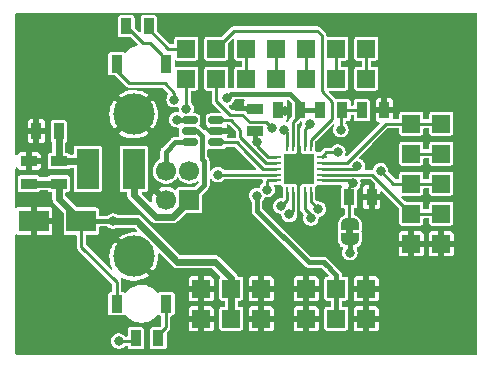
<source format=gbr>
%TF.GenerationSoftware,KiCad,Pcbnew,6.0.4-6f826c9f35~116~ubuntu20.04.1*%
%TF.CreationDate,2022-05-22T07:46:04+00:00*%
%TF.ProjectId,USB232R02A,55534232-3332-4523-9032-412e6b696361,rev?*%
%TF.SameCoordinates,Original*%
%TF.FileFunction,Copper,L2,Bot*%
%TF.FilePolarity,Positive*%
%FSLAX46Y46*%
G04 Gerber Fmt 4.6, Leading zero omitted, Abs format (unit mm)*
G04 Created by KiCad (PCBNEW 6.0.4-6f826c9f35~116~ubuntu20.04.1) date 2022-05-22 07:46:04*
%MOMM*%
%LPD*%
G01*
G04 APERTURE LIST*
G04 Aperture macros list*
%AMRoundRect*
0 Rectangle with rounded corners*
0 $1 Rounding radius*
0 $2 $3 $4 $5 $6 $7 $8 $9 X,Y pos of 4 corners*
0 Add a 4 corners polygon primitive as box body*
4,1,4,$2,$3,$4,$5,$6,$7,$8,$9,$2,$3,0*
0 Add four circle primitives for the rounded corners*
1,1,$1+$1,$2,$3*
1,1,$1+$1,$4,$5*
1,1,$1+$1,$6,$7*
1,1,$1+$1,$8,$9*
0 Add four rect primitives between the rounded corners*
20,1,$1+$1,$2,$3,$4,$5,0*
20,1,$1+$1,$4,$5,$6,$7,0*
20,1,$1+$1,$6,$7,$8,$9,0*
20,1,$1+$1,$8,$9,$2,$3,0*%
%AMFreePoly0*
4,1,22,0.500000,-0.750000,0.000000,-0.750000,0.000000,-0.745033,-0.079941,-0.743568,-0.215256,-0.701293,-0.333266,-0.622738,-0.424486,-0.514219,-0.481581,-0.384460,-0.499164,-0.250000,-0.500000,-0.250000,-0.500000,0.250000,-0.499164,0.250000,-0.499963,0.256109,-0.478152,0.396186,-0.417904,0.524511,-0.324060,0.630769,-0.204165,0.706417,-0.067858,0.745374,0.000000,0.744959,0.000000,0.750000,
0.500000,0.750000,0.500000,-0.750000,0.500000,-0.750000,$1*%
%AMFreePoly1*
4,1,20,0.000000,0.744959,0.073905,0.744508,0.209726,0.703889,0.328688,0.626782,0.421226,0.519385,0.479903,0.390333,0.500000,0.250000,0.500000,-0.250000,0.499851,-0.262216,0.476331,-0.402017,0.414519,-0.529596,0.319384,-0.634700,0.198574,-0.708877,0.061801,-0.746166,0.000000,-0.745033,0.000000,-0.750000,-0.500000,-0.750000,-0.500000,0.750000,0.000000,0.750000,0.000000,0.744959,
0.000000,0.744959,$1*%
G04 Aperture macros list end*
%TA.AperFunction,ComponentPad*%
%ADD10C,6.000000*%
%TD*%
%TA.AperFunction,ComponentPad*%
%ADD11R,1.700000X1.700000*%
%TD*%
%TA.AperFunction,ComponentPad*%
%ADD12C,1.700000*%
%TD*%
%TA.AperFunction,ComponentPad*%
%ADD13C,3.500000*%
%TD*%
%TA.AperFunction,ComponentPad*%
%ADD14R,1.524000X1.524000*%
%TD*%
%TA.AperFunction,SMDPad,CuDef*%
%ADD15R,0.889000X1.397000*%
%TD*%
%TA.AperFunction,SMDPad,CuDef*%
%ADD16R,1.397000X0.889000*%
%TD*%
%TA.AperFunction,SMDPad,CuDef*%
%ADD17RoundRect,0.062500X0.062500X-0.350000X0.062500X0.350000X-0.062500X0.350000X-0.062500X-0.350000X0*%
%TD*%
%TA.AperFunction,SMDPad,CuDef*%
%ADD18RoundRect,0.062500X0.350000X-0.062500X0.350000X0.062500X-0.350000X0.062500X-0.350000X-0.062500X0*%
%TD*%
%TA.AperFunction,SMDPad,CuDef*%
%ADD19R,2.500000X2.500000*%
%TD*%
%TA.AperFunction,SMDPad,CuDef*%
%ADD20R,0.950000X1.500000*%
%TD*%
%TA.AperFunction,SMDPad,CuDef*%
%ADD21RoundRect,0.150000X0.512500X0.150000X-0.512500X0.150000X-0.512500X-0.150000X0.512500X-0.150000X0*%
%TD*%
%TA.AperFunction,SMDPad,CuDef*%
%ADD22R,2.500000X1.800000*%
%TD*%
%TA.AperFunction,SMDPad,CuDef*%
%ADD23R,1.900000X3.400000*%
%TD*%
%TA.AperFunction,SMDPad,CuDef*%
%ADD24FreePoly0,270.000000*%
%TD*%
%TA.AperFunction,SMDPad,CuDef*%
%ADD25FreePoly1,270.000000*%
%TD*%
%TA.AperFunction,ViaPad*%
%ADD26C,0.800000*%
%TD*%
%TA.AperFunction,Conductor*%
%ADD27C,0.250000*%
%TD*%
%TA.AperFunction,Conductor*%
%ADD28C,0.400000*%
%TD*%
%TA.AperFunction,Conductor*%
%ADD29C,0.600000*%
%TD*%
G04 APERTURE END LIST*
%TO.C,JP1*%
G36*
X157968000Y-104843000D02*
G01*
X157368000Y-104843000D01*
X157368000Y-104343000D01*
X157968000Y-104343000D01*
X157968000Y-104843000D01*
G37*
%TD*%
D10*
%TO.P,H3,1,1*%
%TO.N,GND*%
X133665000Y-110674000D03*
%TD*%
D11*
%TO.P,J1,1,VBUS*%
%TO.N,/VBUS*%
X144079000Y-101911000D03*
D12*
%TO.P,J1,2,D-*%
%TO.N,/D-*%
X144079000Y-99411000D03*
%TO.P,J1,3,D+*%
%TO.N,/D+*%
X142079000Y-99411000D03*
%TO.P,J1,4,GND*%
%TO.N,GND*%
X142079000Y-101911000D03*
D13*
%TO.P,J1,5,Shield*%
X139369000Y-106681000D03*
X139369000Y-94641000D03*
%TD*%
D14*
%TO.P,J17,1*%
%TO.N,GND*%
X162875000Y-105594000D03*
%TO.P,J17,2*%
X165415000Y-105594000D03*
%TD*%
%TO.P,J6,1*%
%TO.N,/RXD*%
X162875000Y-97974000D03*
%TO.P,J6,2*%
X165415000Y-97974000D03*
%TD*%
%TO.P,J5,1*%
%TO.N,/TXD*%
X162875000Y-95434000D03*
%TO.P,J5,2*%
X165415000Y-95434000D03*
%TD*%
%TO.P,J12,1*%
%TO.N,/#RI*%
X148905000Y-91624000D03*
%TO.P,J12,2*%
X148905000Y-89084000D03*
%TD*%
D10*
%TO.P,H4,1,1*%
%TO.N,GND*%
X164145000Y-110674000D03*
%TD*%
D14*
%TO.P,J3,1*%
%TO.N,GND*%
X153985000Y-111944000D03*
%TO.P,J3,2*%
X153985000Y-109404000D03*
%TO.P,J3,3*%
%TO.N,+3V3*%
X156525000Y-111944000D03*
%TO.P,J3,4*%
X156525000Y-109404000D03*
%TO.P,J3,5*%
%TO.N,GND*%
X159065000Y-111944000D03*
%TO.P,J3,6*%
X159065000Y-109404000D03*
%TD*%
%TO.P,J14,1*%
%TO.N,/RXLED{slash}CBUS1*%
X143825000Y-89084000D03*
%TD*%
%TO.P,J13,1*%
%TO.N,/CBUS0*%
X146365000Y-89084000D03*
%TD*%
%TO.P,J8,1*%
%TO.N,/#CTS*%
X162875000Y-100514000D03*
%TO.P,J8,2*%
X165415000Y-100514000D03*
%TD*%
%TO.P,J15,1*%
%TO.N,/TXLED{slash}CBUS2*%
X143825000Y-91624000D03*
%TD*%
%TO.P,J10,1*%
%TO.N,/#DSR*%
X151445000Y-91624000D03*
%TO.P,J10,2*%
X151445000Y-89084000D03*
%TD*%
D10*
%TO.P,H1,1,1*%
%TO.N,GND*%
X164145000Y-90354000D03*
%TD*%
D14*
%TO.P,J7,1*%
%TO.N,/#RTS*%
X162875000Y-103054000D03*
%TO.P,J7,2*%
X165415000Y-103054000D03*
%TD*%
D10*
%TO.P,H2,1,1*%
%TO.N,GND*%
X133665000Y-90354000D03*
%TD*%
D14*
%TO.P,J16,1*%
%TO.N,/CBUS3*%
X146365000Y-91624000D03*
%TD*%
%TO.P,J4,1*%
%TO.N,/VCCIO*%
X159065000Y-91624000D03*
%TO.P,J4,2*%
X159065000Y-89084000D03*
%TD*%
%TO.P,J11,1*%
%TO.N,/#DCD*%
X153985000Y-91624000D03*
%TO.P,J11,2*%
X153985000Y-89084000D03*
%TD*%
%TO.P,J9,1*%
%TO.N,/#DTR*%
X156525000Y-91624000D03*
%TO.P,J9,2*%
X156525000Y-89084000D03*
%TD*%
%TO.P,J2,1*%
%TO.N,GND*%
X145095000Y-111944000D03*
%TO.P,J2,2*%
X145095000Y-109404000D03*
%TO.P,J2,3*%
%TO.N,+5V*%
X147635000Y-111944000D03*
%TO.P,J2,4*%
X147635000Y-109404000D03*
%TO.P,J2,5*%
%TO.N,GND*%
X150175000Y-111944000D03*
%TO.P,J2,6*%
X150175000Y-109404000D03*
%TD*%
D15*
%TO.P,R3,1*%
%TO.N,Net-(D2-Pad1)*%
X138745000Y-87179000D03*
%TO.P,R3,2*%
%TO.N,/RXLED{slash}CBUS1*%
X140650000Y-87179000D03*
%TD*%
D16*
%TO.P,C3,1*%
%TO.N,+3V3*%
X149667000Y-96069000D03*
%TO.P,C3,2*%
%TO.N,GND*%
X149667000Y-94164000D03*
%TD*%
%TO.P,FB1,1*%
%TO.N,Net-(C1-Pad1)*%
X133030000Y-98609000D03*
%TO.P,FB1,2*%
%TO.N,+5V*%
X133030000Y-100514000D03*
%TD*%
D15*
%TO.P,C1,1*%
%TO.N,Net-(C1-Pad1)*%
X133030000Y-96069000D03*
%TO.P,C1,2*%
%TO.N,GND*%
X131125000Y-96069000D03*
%TD*%
%TO.P,R2,1*%
%TO.N,Net-(R1-Pad2)*%
X158684000Y-94291000D03*
%TO.P,R2,2*%
%TO.N,GND*%
X160589000Y-94291000D03*
%TD*%
D17*
%TO.P,U2,1,RXD*%
%TO.N,/RXD*%
X154350000Y-101181500D03*
%TO.P,U2,2,~{RI}*%
%TO.N,/#RI*%
X153850000Y-101181500D03*
%TO.P,U2,3,GND*%
%TO.N,GND*%
X153350000Y-101181500D03*
%TO.P,U2,4,~{DSR}*%
%TO.N,/#DSR*%
X152850000Y-101181500D03*
%TO.P,U2,5,~{DCD}*%
%TO.N,/#DCD*%
X152350000Y-101181500D03*
D18*
%TO.P,U2,6,~{CTS}*%
%TO.N,/#CTS*%
X151412500Y-100244000D03*
%TO.P,U2,7,CBUS2*%
%TO.N,/TXLED{slash}CBUS2*%
X151412500Y-99744000D03*
%TO.P,U2,8,USBDP*%
%TO.N,/DP*%
X151412500Y-99244000D03*
%TO.P,U2,9,USBDM*%
%TO.N,/DM*%
X151412500Y-98744000D03*
%TO.P,U2,10,3V3OUT*%
%TO.N,+3V3*%
X151412500Y-98244000D03*
D17*
%TO.P,U2,11,~{RESET}*%
%TO.N,Net-(R1-Pad2)*%
X152350000Y-97306500D03*
%TO.P,U2,12,VCC*%
%TO.N,+5V*%
X152850000Y-97306500D03*
%TO.P,U2,13,GND*%
%TO.N,GND*%
X153350000Y-97306500D03*
%TO.P,U2,14,CBUS1*%
%TO.N,/RXLED{slash}CBUS1*%
X153850000Y-97306500D03*
%TO.P,U2,15,CBUS0*%
%TO.N,/CBUS0*%
X154350000Y-97306500D03*
D18*
%TO.P,U2,16,CBUS3*%
%TO.N,/CBUS3*%
X155287500Y-98244000D03*
%TO.P,U2,17,TXD*%
%TO.N,/TXD*%
X155287500Y-98744000D03*
%TO.P,U2,18,~{DTR}*%
%TO.N,/#DTR*%
X155287500Y-99244000D03*
%TO.P,U2,19,~{RTS}*%
%TO.N,/#RTS*%
X155287500Y-99744000D03*
%TO.P,U2,20,VCCIO*%
%TO.N,/VCCIO*%
X155287500Y-100244000D03*
D19*
%TO.P,U2,21,GND*%
%TO.N,GND*%
X153350000Y-99244000D03*
%TD*%
D15*
%TO.P,R1,1*%
%TO.N,+5V*%
X155128000Y-94291000D03*
%TO.P,R1,2*%
%TO.N,Net-(R1-Pad2)*%
X157033000Y-94291000D03*
%TD*%
D20*
%TO.P,D2,1,K*%
%TO.N,Net-(D2-Pad1)*%
X142090000Y-90354000D03*
%TO.P,D2,2,A*%
%TO.N,+5V*%
X137940000Y-90354000D03*
%TD*%
D15*
%TO.P,C4,1*%
%TO.N,+5V*%
X153477000Y-94291000D03*
%TO.P,C4,2*%
%TO.N,GND*%
X151572000Y-94291000D03*
%TD*%
D21*
%TO.P,U1,1,I/O1*%
%TO.N,/DM*%
X146365000Y-95119000D03*
%TO.P,U1,2,GND*%
%TO.N,GND*%
X146365000Y-96069000D03*
%TO.P,U1,3,I/O2*%
%TO.N,/DP*%
X146365000Y-97019000D03*
%TO.P,U1,4,I/O2*%
%TO.N,/D+*%
X144090000Y-97019000D03*
%TO.P,U1,5,VBUS*%
%TO.N,/VBUS*%
X144090000Y-96069000D03*
%TO.P,U1,6,I/O1*%
%TO.N,/D-*%
X144090000Y-95119000D03*
%TD*%
D16*
%TO.P,C2,1*%
%TO.N,+5V*%
X130490000Y-100514000D03*
%TO.P,C2,2*%
%TO.N,GND*%
X130490000Y-98609000D03*
%TD*%
D15*
%TO.P,C5,1*%
%TO.N,GND*%
X159509500Y-101657000D03*
%TO.P,C5,2*%
%TO.N,/VCCIO*%
X157604500Y-101657000D03*
%TD*%
D22*
%TO.P,D1,1,K*%
%TO.N,+5V*%
X134935000Y-103689000D03*
%TO.P,D1,2,A*%
%TO.N,GND*%
X130935000Y-103689000D03*
%TD*%
D23*
%TO.P,F1,1*%
%TO.N,/VBUS*%
X139380000Y-99244000D03*
%TO.P,F1,2*%
%TO.N,Net-(C1-Pad1)*%
X135480000Y-99244000D03*
%TD*%
D20*
%TO.P,D3,1,K*%
%TO.N,Net-(D3-Pad1)*%
X142090000Y-110674000D03*
%TO.P,D3,2,A*%
%TO.N,+5V*%
X137940000Y-110674000D03*
%TD*%
D24*
%TO.P,JP1,1,A*%
%TO.N,/VCCIO*%
X157668000Y-103943000D03*
D25*
%TO.P,JP1,2,B*%
%TO.N,+3V3*%
X157668000Y-105243000D03*
%TD*%
D15*
%TO.P,R4,1*%
%TO.N,Net-(D3-Pad1)*%
X141452500Y-113600000D03*
%TO.P,R4,2*%
%TO.N,/TXLED{slash}CBUS2*%
X139547500Y-113600000D03*
%TD*%
D26*
%TO.N,GND*%
X157414000Y-96958000D03*
X160081000Y-104070000D03*
X145222000Y-94075000D03*
X147254000Y-98482000D03*
X148270000Y-106229000D03*
X149500000Y-86700000D03*
X142809000Y-104451000D03*
X160843000Y-107626000D03*
X148300000Y-86700000D03*
X156200000Y-104100000D03*
X143952000Y-104451000D03*
X160081000Y-106483000D03*
X147635000Y-104959000D03*
X146873000Y-105975000D03*
X148016000Y-93943990D03*
X152175092Y-94385881D03*
X148905000Y-105340000D03*
X143444000Y-105594000D03*
X148270000Y-104070000D03*
%TO.N,+5V*%
X142800000Y-93400000D03*
X137602000Y-103689000D03*
X147254000Y-93275000D03*
%TO.N,+3V3*%
X157668000Y-106356000D03*
X149798652Y-96953347D03*
X149794000Y-101530000D03*
%TO.N,/VCCIO*%
X157922000Y-100469000D03*
%TO.N,/D-*%
X143000000Y-95100000D03*
%TO.N,/RXD*%
X155006186Y-102666777D03*
%TO.N,/#CTS*%
X160263966Y-99417661D03*
X150651495Y-101015503D03*
%TO.N,/#DTR*%
X158303000Y-99019000D03*
%TO.N,/#DSR*%
X152533108Y-103126108D03*
%TO.N,/#DCD*%
X151826000Y-102419000D03*
%TO.N,/#RI*%
X154366000Y-103435000D03*
%TO.N,/RXLED{slash}CBUS1*%
X154296821Y-95457617D03*
%TO.N,/TXLED{slash}CBUS2*%
X138110000Y-113849000D03*
X146492000Y-99752000D03*
X143825000Y-94164000D03*
%TO.N,/CBUS3*%
X156652000Y-97847000D03*
X151064000Y-95815000D03*
%TO.N,Net-(R1-Pad2)*%
X156906000Y-95942000D03*
X152125000Y-95942000D03*
%TD*%
D27*
%TO.N,GND*%
X152080211Y-94291000D02*
X152175092Y-94385881D01*
X145730000Y-96069000D02*
X145222000Y-95561000D01*
X145222000Y-95561000D02*
X145222000Y-94075000D01*
X153350000Y-97306500D02*
X153350000Y-99244000D01*
X148236010Y-94164000D02*
X148016000Y-93943990D01*
X146365000Y-96069000D02*
X145730000Y-96069000D01*
X149667000Y-94164000D02*
X148236010Y-94164000D01*
X151572000Y-94291000D02*
X152080211Y-94291000D01*
D28*
%TO.N,/VBUS*%
X144090000Y-96069000D02*
X144752500Y-96069000D01*
D29*
X139380000Y-101464002D02*
X141223998Y-103308000D01*
D28*
X144752500Y-96069000D02*
X145152510Y-96469010D01*
X145152510Y-97269510D02*
X145152510Y-98412510D01*
X144079000Y-101911000D02*
X145152510Y-100837490D01*
D29*
X142682000Y-103308000D02*
X144079000Y-101911000D01*
D28*
X145152510Y-100837490D02*
X145329001Y-100660999D01*
X145329001Y-100660999D02*
X145329001Y-98589001D01*
D29*
X141223998Y-103308000D02*
X142682000Y-103308000D01*
D28*
X145152510Y-98412510D02*
X145329001Y-98589001D01*
D29*
X139380000Y-100895000D02*
X139380000Y-101464002D01*
X139380000Y-100895000D02*
X139380000Y-99244000D01*
D28*
X145152510Y-97269510D02*
X145152510Y-96469010D01*
D29*
%TO.N,+5V*%
X130490000Y-100514000D02*
X133030000Y-100514000D01*
D28*
X153477000Y-93783000D02*
X152588000Y-92894000D01*
D29*
X143063000Y-107118000D02*
X146218000Y-107118000D01*
X139634000Y-103689000D02*
X143063000Y-107118000D01*
D28*
X152588000Y-92894000D02*
X147635000Y-92894000D01*
D27*
X139000000Y-92000000D02*
X137940000Y-90940000D01*
D29*
X147635000Y-111944000D02*
X147635000Y-109404000D01*
D28*
X153477000Y-94291000D02*
X153477000Y-93783000D01*
X134935000Y-103689000D02*
X137602000Y-103689000D01*
D27*
X152850000Y-97306500D02*
X152850000Y-95299000D01*
D29*
X133030000Y-100514000D02*
X133030000Y-101784000D01*
D27*
X142800000Y-93400000D02*
X142800000Y-92800000D01*
X142800000Y-92800000D02*
X142000000Y-92000000D01*
D29*
X133030000Y-101784000D02*
X134935000Y-103689000D01*
D28*
X147635000Y-92894000D02*
X147254000Y-93275000D01*
D27*
X152850000Y-95299000D02*
X153477000Y-94672000D01*
X137940000Y-110674000D02*
X137940000Y-108843998D01*
X153477000Y-94672000D02*
X153477000Y-94291000D01*
D29*
X137602000Y-103689000D02*
X139634000Y-103689000D01*
D28*
X155128000Y-94291000D02*
X153477000Y-94291000D01*
D27*
X137940000Y-108843998D02*
X134935000Y-105838998D01*
X134935000Y-105838998D02*
X134935000Y-103689000D01*
X142000000Y-92000000D02*
X139000000Y-92000000D01*
X137940000Y-90940000D02*
X137940000Y-90354000D01*
D29*
X146218000Y-107118000D02*
X147635000Y-108535000D01*
X147635000Y-108535000D02*
X147635000Y-109404000D01*
D27*
%TO.N,+3V3*%
X151412500Y-98244000D02*
X150700410Y-98244000D01*
D28*
X149667000Y-96821695D02*
X149798652Y-96953347D01*
X155445500Y-107181500D02*
X155636000Y-107372000D01*
X149794000Y-101530000D02*
X149794000Y-102794000D01*
X149667000Y-96069000D02*
X149667000Y-96821695D01*
X156525000Y-109404000D02*
X156525000Y-111944000D01*
X149794000Y-102794000D02*
X154181500Y-107181500D01*
D27*
X150700410Y-98244000D02*
X149798652Y-97342242D01*
X155636000Y-107275000D02*
X155636000Y-107372000D01*
D28*
X156525000Y-108261000D02*
X155445500Y-107181500D01*
D27*
X149798652Y-97342242D02*
X149798652Y-96953347D01*
D28*
X157668000Y-105243000D02*
X157668000Y-106356000D01*
X154181500Y-107181500D02*
X155445500Y-107181500D01*
X156525000Y-109404000D02*
X156525000Y-108261000D01*
D27*
%TO.N,/VCCIO*%
X157604500Y-101657000D02*
X157604500Y-103879500D01*
X155287500Y-100244000D02*
X157697000Y-100244000D01*
X157604500Y-100786500D02*
X157922000Y-100469000D01*
X157604500Y-101657000D02*
X157604500Y-100786500D01*
X157697000Y-100244000D02*
X157922000Y-100469000D01*
X157604500Y-103879500D02*
X157668000Y-103943000D01*
X159065000Y-89084000D02*
X159065000Y-91624000D01*
%TO.N,Net-(D2-Pad1)*%
X140142000Y-88576000D02*
X140777000Y-88576000D01*
X140777000Y-88576000D02*
X141793000Y-89592000D01*
X138745000Y-87179000D02*
X140142000Y-88576000D01*
%TO.N,Net-(D3-Pad1)*%
X141452500Y-113600000D02*
X141452500Y-113300500D01*
X141452500Y-113300500D02*
X142090000Y-112663000D01*
X142090000Y-112663000D02*
X142090000Y-110674000D01*
D28*
%TO.N,/D+*%
X144090000Y-97019000D02*
X142875000Y-97019000D01*
X142079000Y-97815000D02*
X142079000Y-99411000D01*
X142875000Y-97019000D02*
X142079000Y-97815000D01*
%TO.N,/D-*%
X143000000Y-95100000D02*
X143019000Y-95119000D01*
X143019000Y-95119000D02*
X144090000Y-95119000D01*
D27*
%TO.N,/TXD*%
X155287500Y-98744000D02*
X157406000Y-98744000D01*
X160716000Y-95434000D02*
X162875000Y-95434000D01*
X162875000Y-95434000D02*
X165415000Y-95434000D01*
X157406000Y-98744000D02*
X160716000Y-95434000D01*
%TO.N,/RXD*%
X162875000Y-97974000D02*
X165415000Y-97974000D01*
X154350000Y-101181500D02*
X154350000Y-102010591D01*
X154350000Y-102010591D02*
X155006186Y-102666777D01*
%TO.N,/#RTS*%
X159565000Y-99744000D02*
X162875000Y-103054000D01*
X155287500Y-99744000D02*
X159565000Y-99744000D01*
X162875000Y-103054000D02*
X165415000Y-103054000D01*
%TO.N,/#CTS*%
X150730990Y-100244000D02*
X150651495Y-100323495D01*
X150651495Y-100323495D02*
X150651495Y-101015503D01*
X162875000Y-100514000D02*
X165415000Y-100514000D01*
X161360305Y-100514000D02*
X160263966Y-99417661D01*
X162875000Y-100514000D02*
X161360305Y-100514000D01*
X151412500Y-100244000D02*
X150730990Y-100244000D01*
%TO.N,/#DTR*%
X156525000Y-89084000D02*
X156525000Y-91624000D01*
X158078000Y-99244000D02*
X158303000Y-99019000D01*
X155287500Y-99244000D02*
X158078000Y-99244000D01*
%TO.N,/#DSR*%
X152850000Y-101181500D02*
X152850000Y-101642022D01*
X152850000Y-101642022D02*
X152850000Y-102809216D01*
X152850000Y-102809216D02*
X152533108Y-103126108D01*
X151445000Y-89084000D02*
X151445000Y-91624000D01*
%TO.N,/#DCD*%
X152350000Y-101181500D02*
X152350000Y-101895000D01*
X152350000Y-101895000D02*
X151826000Y-102419000D01*
X153985000Y-89084000D02*
X153985000Y-91624000D01*
%TO.N,/#RI*%
X154366000Y-103182410D02*
X154366000Y-103435000D01*
X148905000Y-89084000D02*
X148905000Y-91624000D01*
X153850000Y-102666410D02*
X154366000Y-103182410D01*
X153850000Y-101181500D02*
X153850000Y-102666410D01*
%TO.N,/CBUS0*%
X147889000Y-87560000D02*
X154874000Y-87560000D01*
X156144000Y-95003002D02*
X156144000Y-93578998D01*
X155276012Y-87962012D02*
X154874000Y-87560000D01*
X154350000Y-97306500D02*
X154350000Y-96797002D01*
X146365000Y-89084000D02*
X147889000Y-87560000D01*
X156144000Y-93578998D02*
X155276012Y-92711010D01*
X154681002Y-96466000D02*
X156144000Y-95003002D01*
X154350000Y-96797002D02*
X154681002Y-96466000D01*
X155276012Y-91137012D02*
X155276012Y-92711010D01*
X155276012Y-91137012D02*
X155276012Y-87962012D01*
%TO.N,/RXLED{slash}CBUS1*%
X142301000Y-89084000D02*
X142555000Y-89084000D01*
X153850000Y-97306500D02*
X153850000Y-95904438D01*
X142555000Y-89084000D02*
X143825000Y-89084000D01*
X140650000Y-87433000D02*
X142301000Y-89084000D01*
X140650000Y-87179000D02*
X140650000Y-87433000D01*
X153850000Y-95904438D02*
X154296821Y-95457617D01*
%TO.N,/TXLED{slash}CBUS2*%
X139298500Y-113849000D02*
X138110000Y-113849000D01*
X139547500Y-113600000D02*
X139298500Y-113849000D01*
X143825000Y-91624000D02*
X143825000Y-94164000D01*
X147262000Y-99744000D02*
X147254000Y-99752000D01*
X150351002Y-99744000D02*
X147262000Y-99744000D01*
X151412500Y-99744000D02*
X150351002Y-99744000D01*
X147254000Y-99752000D02*
X146492000Y-99752000D01*
%TO.N,/CBUS3*%
X155684500Y-97847000D02*
X155287500Y-98244000D01*
X148675183Y-94774817D02*
X148738683Y-94838317D01*
X156652000Y-97847000D02*
X155684500Y-97847000D01*
X148569356Y-94668990D02*
X148675183Y-94774817D01*
X146365000Y-93529000D02*
X146682500Y-93846500D01*
X146365000Y-91624000D02*
X146365000Y-93529000D01*
X146682500Y-93846500D02*
X147504990Y-94668990D01*
X148738683Y-94838317D02*
X149199856Y-95299490D01*
X147504990Y-94668990D02*
X148569356Y-94668990D01*
X149199856Y-95299490D02*
X150548490Y-95299490D01*
X150548490Y-95299490D02*
X151064000Y-95815000D01*
%TO.N,Net-(R1-Pad2)*%
X156906000Y-94418000D02*
X157033000Y-94291000D01*
X157033000Y-94291000D02*
X158684000Y-94291000D01*
X152350000Y-96167000D02*
X152125000Y-95942000D01*
X152350000Y-97306500D02*
X152350000Y-96167000D01*
X156906000Y-95942000D02*
X156906000Y-94418000D01*
%TO.N,/DM*%
X148714500Y-96894500D02*
X148397000Y-96577000D01*
X150564000Y-98744000D02*
X148714500Y-96894500D01*
X146365000Y-95119000D02*
X147574000Y-95119000D01*
X148397000Y-95942000D02*
X148397000Y-96577000D01*
X151412500Y-98744000D02*
X150564000Y-98744000D01*
X147574000Y-95119000D02*
X148397000Y-95942000D01*
%TO.N,/DP*%
X148077000Y-97019000D02*
X148905000Y-97847000D01*
X146365000Y-97019000D02*
X148077000Y-97019000D01*
X150302000Y-99244000D02*
X151412500Y-99244000D01*
X148905000Y-97847000D02*
X150302000Y-99244000D01*
D29*
%TO.N,Net-(C1-Pad1)*%
X133030000Y-98609000D02*
X134845000Y-98609000D01*
X133030000Y-96069000D02*
X133030000Y-98609000D01*
X134845000Y-98609000D02*
X135480000Y-99244000D01*
%TD*%
%TA.AperFunction,Conductor*%
%TO.N,GND*%
G36*
X168430191Y-86046907D02*
G01*
X168466155Y-86096407D01*
X168471000Y-86127000D01*
X168471000Y-114901000D01*
X168452093Y-114959191D01*
X168402593Y-114995155D01*
X168372000Y-115000000D01*
X129438000Y-115000000D01*
X129379809Y-114981093D01*
X129343845Y-114931593D01*
X129339000Y-114901000D01*
X129339000Y-113842096D01*
X137450729Y-113842096D01*
X137468113Y-113999553D01*
X137470165Y-114005160D01*
X137520501Y-114142713D01*
X137520503Y-114142717D01*
X137522553Y-114148319D01*
X137610908Y-114279805D01*
X137615319Y-114283819D01*
X137615321Y-114283821D01*
X137664241Y-114328334D01*
X137728076Y-114386419D01*
X137742536Y-114394270D01*
X137862047Y-114459160D01*
X137862049Y-114459161D01*
X137867293Y-114462008D01*
X137873067Y-114463523D01*
X137873070Y-114463524D01*
X138014743Y-114500691D01*
X138020522Y-114502207D01*
X138026491Y-114502301D01*
X138026493Y-114502301D01*
X138084502Y-114503212D01*
X138178916Y-114504695D01*
X138189779Y-114502207D01*
X138327509Y-114470663D01*
X138327512Y-114470662D01*
X138333332Y-114469329D01*
X138347889Y-114462008D01*
X138403148Y-114434216D01*
X138474855Y-114398151D01*
X138556601Y-114328333D01*
X138590774Y-114299147D01*
X138590776Y-114299145D01*
X138595314Y-114295269D01*
X138613666Y-114269730D01*
X138662974Y-114233507D01*
X138694061Y-114228500D01*
X138749888Y-114228500D01*
X138808079Y-114247407D01*
X138844043Y-114296907D01*
X138848411Y-114317794D01*
X138848501Y-114318706D01*
X138848501Y-114323566D01*
X138863266Y-114397801D01*
X138919516Y-114481984D01*
X139003699Y-114538234D01*
X139013262Y-114540136D01*
X139013264Y-114540137D01*
X139044181Y-114546286D01*
X139077933Y-114553000D01*
X139547403Y-114553000D01*
X140017066Y-114552999D01*
X140021832Y-114552051D01*
X140021833Y-114552051D01*
X140081738Y-114540136D01*
X140091301Y-114538234D01*
X140175484Y-114481984D01*
X140231734Y-114397801D01*
X140246500Y-114323567D01*
X140246499Y-112876434D01*
X140231734Y-112802199D01*
X140175484Y-112718016D01*
X140091301Y-112661766D01*
X140081738Y-112659864D01*
X140081736Y-112659863D01*
X140050819Y-112653714D01*
X140017067Y-112647000D01*
X139547597Y-112647000D01*
X139077934Y-112647001D01*
X139073168Y-112647949D01*
X139073167Y-112647949D01*
X139048059Y-112652943D01*
X139003699Y-112661766D01*
X138919516Y-112718016D01*
X138863266Y-112802199D01*
X138861364Y-112811762D01*
X138861363Y-112811764D01*
X138856195Y-112837748D01*
X138848500Y-112876433D01*
X138848500Y-113370500D01*
X138829593Y-113428691D01*
X138780093Y-113464655D01*
X138749500Y-113469500D01*
X138695476Y-113469500D01*
X138637285Y-113450593D01*
X138613892Y-113426580D01*
X138604553Y-113412992D01*
X138486275Y-113307611D01*
X138481004Y-113304820D01*
X138351548Y-113236276D01*
X138351545Y-113236275D01*
X138346274Y-113233484D01*
X138269453Y-113214188D01*
X138198423Y-113196346D01*
X138198420Y-113196346D01*
X138192633Y-113194892D01*
X138112693Y-113194473D01*
X138040187Y-113194093D01*
X138040185Y-113194093D01*
X138034221Y-113194062D01*
X137880184Y-113231043D01*
X137807024Y-113268804D01*
X137744720Y-113300961D01*
X137744718Y-113300963D01*
X137739414Y-113303700D01*
X137620039Y-113407838D01*
X137528950Y-113537444D01*
X137471406Y-113685037D01*
X137450729Y-113842096D01*
X129339000Y-113842096D01*
X129339000Y-104906263D01*
X129357907Y-104848072D01*
X129407407Y-104812108D01*
X129468593Y-104812108D01*
X129497957Y-104830086D01*
X129498563Y-104829201D01*
X129520931Y-104844517D01*
X129607980Y-104883000D01*
X129622185Y-104886873D01*
X129637580Y-104888668D01*
X129643292Y-104889000D01*
X130665320Y-104889000D01*
X130678005Y-104884878D01*
X130681000Y-104880757D01*
X130681000Y-104873320D01*
X131189000Y-104873320D01*
X131193122Y-104886005D01*
X131197243Y-104889000D01*
X132226639Y-104889000D01*
X132232485Y-104888654D01*
X132248353Y-104886766D01*
X132262519Y-104882872D01*
X132349514Y-104844230D01*
X132364321Y-104834054D01*
X132430367Y-104767892D01*
X132440517Y-104753069D01*
X132479000Y-104666020D01*
X132482873Y-104651815D01*
X132484668Y-104636420D01*
X132485000Y-104630708D01*
X132485000Y-103958680D01*
X132480878Y-103945995D01*
X132476757Y-103943000D01*
X131204680Y-103943000D01*
X131191995Y-103947122D01*
X131189000Y-103951243D01*
X131189000Y-104873320D01*
X130681000Y-104873320D01*
X130681000Y-103419320D01*
X131189000Y-103419320D01*
X131193122Y-103432005D01*
X131197243Y-103435000D01*
X132469320Y-103435000D01*
X132482005Y-103430878D01*
X132485000Y-103426757D01*
X132485000Y-102747361D01*
X132484654Y-102741515D01*
X132482766Y-102725647D01*
X132478872Y-102711481D01*
X132440230Y-102624486D01*
X132430054Y-102609679D01*
X132363891Y-102543632D01*
X132349069Y-102533483D01*
X132262020Y-102495000D01*
X132247815Y-102491127D01*
X132232420Y-102489332D01*
X132226708Y-102489000D01*
X131204680Y-102489000D01*
X131191995Y-102493122D01*
X131189000Y-102497243D01*
X131189000Y-103419320D01*
X130681000Y-103419320D01*
X130681000Y-102504680D01*
X130676878Y-102491995D01*
X130672757Y-102489000D01*
X129643361Y-102489000D01*
X129637515Y-102489346D01*
X129621647Y-102491234D01*
X129607481Y-102495128D01*
X129520486Y-102533770D01*
X129498144Y-102549125D01*
X129496871Y-102547272D01*
X129453571Y-102569382D01*
X129393131Y-102559862D01*
X129349829Y-102516635D01*
X129339000Y-102471614D01*
X129339000Y-100044433D01*
X129537000Y-100044433D01*
X129537001Y-100983566D01*
X129551766Y-101057801D01*
X129608016Y-101141984D01*
X129692199Y-101198234D01*
X129701762Y-101200136D01*
X129701764Y-101200137D01*
X129732681Y-101206286D01*
X129766433Y-101213000D01*
X130489851Y-101213000D01*
X131213566Y-101212999D01*
X131218332Y-101212051D01*
X131218333Y-101212051D01*
X131278238Y-101200136D01*
X131287801Y-101198234D01*
X131371984Y-101141984D01*
X131391686Y-101112498D01*
X131439736Y-101074619D01*
X131474001Y-101068500D01*
X132045999Y-101068500D01*
X132104190Y-101087407D01*
X132128314Y-101112498D01*
X132148016Y-101141984D01*
X132232199Y-101198234D01*
X132241762Y-101200136D01*
X132241764Y-101200137D01*
X132272681Y-101206286D01*
X132306433Y-101213000D01*
X132376500Y-101213000D01*
X132434691Y-101231907D01*
X132470655Y-101281407D01*
X132475500Y-101312000D01*
X132475500Y-101769507D01*
X132475413Y-101773652D01*
X132472772Y-101836674D01*
X132483081Y-101880626D01*
X132484778Y-101889785D01*
X132488813Y-101919243D01*
X132490905Y-101934518D01*
X132493587Y-101940715D01*
X132493587Y-101940716D01*
X132497909Y-101950703D01*
X132503436Y-101967414D01*
X132504494Y-101971923D01*
X132507463Y-101984583D01*
X132510711Y-101990491D01*
X132510712Y-101990494D01*
X132529214Y-102024149D01*
X132533316Y-102032523D01*
X132551242Y-102073946D01*
X132562341Y-102087652D01*
X132572152Y-102102253D01*
X132580652Y-102117715D01*
X132587710Y-102125891D01*
X132613463Y-102151644D01*
X132620397Y-102159346D01*
X132646850Y-102192013D01*
X132652355Y-102195925D01*
X132652357Y-102195927D01*
X132664202Y-102204345D01*
X132676858Y-102215039D01*
X133401504Y-102939685D01*
X133429281Y-102994202D01*
X133430500Y-103009689D01*
X133430501Y-103810031D01*
X133430501Y-104614066D01*
X133445266Y-104688301D01*
X133501516Y-104772484D01*
X133585699Y-104828734D01*
X133595262Y-104830636D01*
X133595264Y-104830637D01*
X133626181Y-104836786D01*
X133659933Y-104843500D01*
X134456500Y-104843500D01*
X134514691Y-104862407D01*
X134550655Y-104911907D01*
X134555500Y-104942500D01*
X134555500Y-105787951D01*
X134553282Y-105808788D01*
X134550680Y-105820874D01*
X134553891Y-105848000D01*
X134554814Y-105855800D01*
X134555295Y-105863967D01*
X134555500Y-105866444D01*
X134555500Y-105870522D01*
X134556171Y-105874551D01*
X134558772Y-105890180D01*
X134559430Y-105894799D01*
X134560822Y-105906556D01*
X134565530Y-105946339D01*
X134568835Y-105953221D01*
X134569742Y-105956090D01*
X134570996Y-105963624D01*
X134580948Y-105982068D01*
X134595639Y-106009295D01*
X134597753Y-106013445D01*
X134620219Y-106060230D01*
X134623814Y-106064506D01*
X134625315Y-106066007D01*
X134626090Y-106066852D01*
X134627768Y-106068840D01*
X134630990Y-106074812D01*
X134670943Y-106111744D01*
X134673746Y-106114438D01*
X137531504Y-108972196D01*
X137559281Y-109026713D01*
X137560500Y-109042200D01*
X137560500Y-109570501D01*
X137541593Y-109628692D01*
X137492093Y-109664656D01*
X137461500Y-109669501D01*
X137439934Y-109669501D01*
X137435168Y-109670449D01*
X137435167Y-109670449D01*
X137418923Y-109673680D01*
X137365699Y-109684266D01*
X137281516Y-109740516D01*
X137225266Y-109824699D01*
X137210500Y-109898933D01*
X137210501Y-111449066D01*
X137225266Y-111523301D01*
X137281516Y-111607484D01*
X137365699Y-111663734D01*
X137375262Y-111665636D01*
X137375264Y-111665637D01*
X137406181Y-111671786D01*
X137439933Y-111678500D01*
X137939897Y-111678500D01*
X138440066Y-111678499D01*
X138444832Y-111677551D01*
X138444833Y-111677551D01*
X138504738Y-111665636D01*
X138514301Y-111663734D01*
X138591378Y-111612232D01*
X138650266Y-111595623D01*
X138707670Y-111616800D01*
X138721660Y-111630252D01*
X138847420Y-111777499D01*
X138876939Y-111812061D01*
X139068983Y-111976081D01*
X139284320Y-112108040D01*
X139517649Y-112204688D01*
X139521423Y-112205594D01*
X139521426Y-112205595D01*
X139652470Y-112237056D01*
X139763225Y-112263646D01*
X139767090Y-112263950D01*
X139767095Y-112263951D01*
X139899601Y-112274379D01*
X139951964Y-112278500D01*
X140078036Y-112278500D01*
X140130399Y-112274379D01*
X140262905Y-112263951D01*
X140262910Y-112263950D01*
X140266775Y-112263646D01*
X140377530Y-112237056D01*
X140508574Y-112205595D01*
X140508577Y-112205594D01*
X140512351Y-112204688D01*
X140745680Y-112108040D01*
X140961017Y-111976081D01*
X141153061Y-111812061D01*
X141182580Y-111777499D01*
X141308340Y-111630252D01*
X141360509Y-111598282D01*
X141421505Y-111603083D01*
X141438621Y-111612231D01*
X141515699Y-111663734D01*
X141525262Y-111665636D01*
X141525264Y-111665637D01*
X141556181Y-111671786D01*
X141589933Y-111678500D01*
X141611500Y-111678500D01*
X141669691Y-111697407D01*
X141705655Y-111746907D01*
X141710500Y-111777500D01*
X141710500Y-112464798D01*
X141691593Y-112522989D01*
X141681504Y-112534802D01*
X141598302Y-112618004D01*
X141543785Y-112645781D01*
X141528298Y-112647000D01*
X141045064Y-112647001D01*
X140982934Y-112647001D01*
X140978168Y-112647949D01*
X140978167Y-112647949D01*
X140953059Y-112652943D01*
X140908699Y-112661766D01*
X140824516Y-112718016D01*
X140768266Y-112802199D01*
X140766364Y-112811762D01*
X140766363Y-112811764D01*
X140761195Y-112837748D01*
X140753500Y-112876433D01*
X140753501Y-114323566D01*
X140768266Y-114397801D01*
X140824516Y-114481984D01*
X140908699Y-114538234D01*
X140918262Y-114540136D01*
X140918264Y-114540137D01*
X140949181Y-114546286D01*
X140982933Y-114553000D01*
X141452403Y-114553000D01*
X141922066Y-114552999D01*
X141926832Y-114552051D01*
X141926833Y-114552051D01*
X141986738Y-114540136D01*
X141996301Y-114538234D01*
X142080484Y-114481984D01*
X142136734Y-114397801D01*
X142151500Y-114323567D01*
X142151499Y-113179203D01*
X142170406Y-113121012D01*
X142180495Y-113109199D01*
X142322254Y-112967440D01*
X142338555Y-112954277D01*
X142348940Y-112947571D01*
X142370712Y-112919953D01*
X142376160Y-112913822D01*
X142377757Y-112911937D01*
X142380638Y-112909056D01*
X142383010Y-112905737D01*
X142392242Y-112892819D01*
X142395041Y-112889092D01*
X142422088Y-112854782D01*
X142427156Y-112848353D01*
X142429685Y-112841152D01*
X142431074Y-112838478D01*
X142435513Y-112832266D01*
X142441645Y-112811762D01*
X142450383Y-112782547D01*
X142451824Y-112778113D01*
X142462525Y-112747639D01*
X144033000Y-112747639D01*
X144033346Y-112753485D01*
X144035234Y-112769353D01*
X144039128Y-112783519D01*
X144077770Y-112870514D01*
X144087946Y-112885321D01*
X144154108Y-112951367D01*
X144168931Y-112961517D01*
X144255980Y-113000000D01*
X144270185Y-113003873D01*
X144285580Y-113005668D01*
X144291292Y-113006000D01*
X144825320Y-113006000D01*
X144838005Y-113001878D01*
X144841000Y-112997757D01*
X144841000Y-112990320D01*
X145349000Y-112990320D01*
X145353122Y-113003005D01*
X145357243Y-113006000D01*
X145898639Y-113006000D01*
X145904485Y-113005654D01*
X145920353Y-113003766D01*
X145934519Y-112999872D01*
X146021514Y-112961230D01*
X146036321Y-112951054D01*
X146102367Y-112884892D01*
X146112517Y-112870069D01*
X146151000Y-112783020D01*
X146154873Y-112768815D01*
X146156668Y-112753420D01*
X146157000Y-112747708D01*
X146157000Y-112213680D01*
X146152878Y-112200995D01*
X146148757Y-112198000D01*
X145364680Y-112198000D01*
X145351995Y-112202122D01*
X145349000Y-112206243D01*
X145349000Y-112990320D01*
X144841000Y-112990320D01*
X144841000Y-112213680D01*
X144836878Y-112200995D01*
X144832757Y-112198000D01*
X144048680Y-112198000D01*
X144035995Y-112202122D01*
X144033000Y-112206243D01*
X144033000Y-112747639D01*
X142462525Y-112747639D01*
X142466955Y-112735025D01*
X142466956Y-112735021D01*
X142469018Y-112729149D01*
X142469500Y-112723584D01*
X142469500Y-112721441D01*
X142469548Y-112720327D01*
X142469768Y-112717726D01*
X142471713Y-112711222D01*
X142469576Y-112656830D01*
X142469500Y-112652943D01*
X142469500Y-111777499D01*
X142488407Y-111719308D01*
X142537907Y-111683344D01*
X142568500Y-111678499D01*
X142590066Y-111678499D01*
X142594832Y-111677551D01*
X142594833Y-111677551D01*
X142611077Y-111674320D01*
X144033000Y-111674320D01*
X144037122Y-111687005D01*
X144041243Y-111690000D01*
X144825320Y-111690000D01*
X144838005Y-111685878D01*
X144841000Y-111681757D01*
X144841000Y-111674320D01*
X145349000Y-111674320D01*
X145353122Y-111687005D01*
X145357243Y-111690000D01*
X146141320Y-111690000D01*
X146154005Y-111685878D01*
X146157000Y-111681757D01*
X146157000Y-111140361D01*
X146156654Y-111134515D01*
X146154766Y-111118647D01*
X146150872Y-111104481D01*
X146112230Y-111017486D01*
X146102054Y-111002679D01*
X146035891Y-110936632D01*
X146021069Y-110926483D01*
X145934020Y-110888000D01*
X145919815Y-110884127D01*
X145904420Y-110882332D01*
X145898708Y-110882000D01*
X145364680Y-110882000D01*
X145351995Y-110886122D01*
X145349000Y-110890243D01*
X145349000Y-111674320D01*
X144841000Y-111674320D01*
X144841000Y-110897680D01*
X144836878Y-110884995D01*
X144832757Y-110882000D01*
X144291361Y-110882000D01*
X144285515Y-110882346D01*
X144269647Y-110884234D01*
X144255481Y-110888128D01*
X144168486Y-110926770D01*
X144153679Y-110936946D01*
X144087633Y-111003108D01*
X144077483Y-111017931D01*
X144039000Y-111104980D01*
X144035127Y-111119185D01*
X144033332Y-111134580D01*
X144033000Y-111140292D01*
X144033000Y-111674320D01*
X142611077Y-111674320D01*
X142654738Y-111665636D01*
X142664301Y-111663734D01*
X142748484Y-111607484D01*
X142804734Y-111523301D01*
X142819500Y-111449067D01*
X142819499Y-110207639D01*
X144033000Y-110207639D01*
X144033346Y-110213485D01*
X144035234Y-110229353D01*
X144039128Y-110243519D01*
X144077770Y-110330514D01*
X144087946Y-110345321D01*
X144154108Y-110411367D01*
X144168931Y-110421517D01*
X144255980Y-110460000D01*
X144270185Y-110463873D01*
X144285580Y-110465668D01*
X144291292Y-110466000D01*
X144825320Y-110466000D01*
X144838005Y-110461878D01*
X144841000Y-110457757D01*
X144841000Y-110450320D01*
X145349000Y-110450320D01*
X145353122Y-110463005D01*
X145357243Y-110466000D01*
X145898639Y-110466000D01*
X145904485Y-110465654D01*
X145920353Y-110463766D01*
X145934519Y-110459872D01*
X146021514Y-110421230D01*
X146036321Y-110411054D01*
X146102367Y-110344892D01*
X146112517Y-110330069D01*
X146151000Y-110243020D01*
X146154873Y-110228815D01*
X146156668Y-110213420D01*
X146157000Y-110207708D01*
X146157000Y-109673680D01*
X146152878Y-109660995D01*
X146148757Y-109658000D01*
X145364680Y-109658000D01*
X145351995Y-109662122D01*
X145349000Y-109666243D01*
X145349000Y-110450320D01*
X144841000Y-110450320D01*
X144841000Y-109673680D01*
X144836878Y-109660995D01*
X144832757Y-109658000D01*
X144048680Y-109658000D01*
X144035995Y-109662122D01*
X144033000Y-109666243D01*
X144033000Y-110207639D01*
X142819499Y-110207639D01*
X142819499Y-109898934D01*
X142804734Y-109824699D01*
X142748484Y-109740516D01*
X142664301Y-109684266D01*
X142654738Y-109682364D01*
X142654736Y-109682363D01*
X142611081Y-109673680D01*
X142590067Y-109669500D01*
X142090103Y-109669500D01*
X141589934Y-109669501D01*
X141585168Y-109670449D01*
X141585167Y-109670449D01*
X141568923Y-109673680D01*
X141515699Y-109684266D01*
X141507592Y-109689683D01*
X141438622Y-109735768D01*
X141379734Y-109752377D01*
X141322330Y-109731200D01*
X141308340Y-109717748D01*
X141155595Y-109538906D01*
X141153061Y-109535939D01*
X140961017Y-109371919D01*
X140745680Y-109239960D01*
X140512351Y-109143312D01*
X140508577Y-109142406D01*
X140508574Y-109142405D01*
X140474898Y-109134320D01*
X144033000Y-109134320D01*
X144037122Y-109147005D01*
X144041243Y-109150000D01*
X144825320Y-109150000D01*
X144838005Y-109145878D01*
X144841000Y-109141757D01*
X144841000Y-109134320D01*
X145349000Y-109134320D01*
X145353122Y-109147005D01*
X145357243Y-109150000D01*
X146141320Y-109150000D01*
X146154005Y-109145878D01*
X146157000Y-109141757D01*
X146157000Y-108600361D01*
X146156654Y-108594515D01*
X146154766Y-108578647D01*
X146150872Y-108564481D01*
X146112230Y-108477486D01*
X146102054Y-108462679D01*
X146035891Y-108396632D01*
X146021069Y-108386483D01*
X145934020Y-108348000D01*
X145919815Y-108344127D01*
X145904420Y-108342332D01*
X145898708Y-108342000D01*
X145364680Y-108342000D01*
X145351995Y-108346122D01*
X145349000Y-108350243D01*
X145349000Y-109134320D01*
X144841000Y-109134320D01*
X144841000Y-108357680D01*
X144836878Y-108344995D01*
X144832757Y-108342000D01*
X144291361Y-108342000D01*
X144285515Y-108342346D01*
X144269647Y-108344234D01*
X144255481Y-108348128D01*
X144168486Y-108386770D01*
X144153679Y-108396946D01*
X144087633Y-108463108D01*
X144077483Y-108477931D01*
X144039000Y-108564980D01*
X144035127Y-108579185D01*
X144033332Y-108594580D01*
X144033000Y-108600292D01*
X144033000Y-109134320D01*
X140474898Y-109134320D01*
X140377530Y-109110944D01*
X140266775Y-109084354D01*
X140262910Y-109084050D01*
X140262905Y-109084049D01*
X140130399Y-109073621D01*
X140078036Y-109069500D01*
X139951964Y-109069500D01*
X139899601Y-109073621D01*
X139767095Y-109084049D01*
X139767090Y-109084050D01*
X139763225Y-109084354D01*
X139652470Y-109110944D01*
X139521426Y-109142405D01*
X139521423Y-109142406D01*
X139517649Y-109143312D01*
X139284320Y-109239960D01*
X139068983Y-109371919D01*
X138876939Y-109535939D01*
X138874405Y-109538906D01*
X138721660Y-109717748D01*
X138669491Y-109749718D01*
X138608495Y-109744917D01*
X138591378Y-109735768D01*
X138579727Y-109727983D01*
X138514301Y-109684266D01*
X138504738Y-109682364D01*
X138504736Y-109682363D01*
X138461081Y-109673680D01*
X138440067Y-109669500D01*
X138418500Y-109669500D01*
X138360309Y-109650593D01*
X138324345Y-109601093D01*
X138319500Y-109570500D01*
X138319500Y-108895045D01*
X138321718Y-108874207D01*
X138322598Y-108870122D01*
X138322598Y-108870119D01*
X138324320Y-108862122D01*
X138320186Y-108827194D01*
X138319705Y-108819029D01*
X138319500Y-108816552D01*
X138319500Y-108812474D01*
X138316228Y-108792816D01*
X138315570Y-108788197D01*
X138310432Y-108744786D01*
X138309470Y-108736657D01*
X138306165Y-108729775D01*
X138305258Y-108726906D01*
X138304004Y-108719372D01*
X138279358Y-108673694D01*
X138277243Y-108669544D01*
X138257478Y-108628382D01*
X138257477Y-108628380D01*
X138254781Y-108622766D01*
X138254768Y-108622751D01*
X138239733Y-108566045D01*
X138261808Y-108508981D01*
X138313209Y-108475791D01*
X138374302Y-108479152D01*
X138391191Y-108487619D01*
X138395150Y-108490103D01*
X138401073Y-108493279D01*
X138649684Y-108605530D01*
X138655994Y-108607877D01*
X138917529Y-108685347D01*
X138924091Y-108686813D01*
X139193726Y-108728074D01*
X139200432Y-108728637D01*
X139473175Y-108732921D01*
X139479880Y-108732570D01*
X139750685Y-108699799D01*
X139757284Y-108698540D01*
X140021143Y-108629318D01*
X140027505Y-108627177D01*
X140279512Y-108522792D01*
X140285547Y-108519797D01*
X140521051Y-108382179D01*
X140526617Y-108378396D01*
X140615487Y-108308713D01*
X140622926Y-108297642D01*
X140622850Y-108295567D01*
X140620192Y-108291402D01*
X137760994Y-105432204D01*
X137749111Y-105426150D01*
X137748164Y-105426300D01*
X137742996Y-105430738D01*
X137624619Y-105595475D01*
X137621070Y-105601200D01*
X137493435Y-105842260D01*
X137490695Y-105848414D01*
X137396956Y-106104569D01*
X137395082Y-106111017D01*
X137336969Y-106377546D01*
X137335989Y-106384183D01*
X137314588Y-106656119D01*
X137314517Y-106662852D01*
X137330219Y-106935171D01*
X137331062Y-106941839D01*
X137383576Y-107209511D01*
X137385318Y-107216010D01*
X137473670Y-107474066D01*
X137476281Y-107480277D01*
X137567726Y-107662095D01*
X137576981Y-107722577D01*
X137548918Y-107776947D01*
X137494257Y-107804439D01*
X137433876Y-107794551D01*
X137409278Y-107776582D01*
X135343496Y-105710800D01*
X135315719Y-105656283D01*
X135314500Y-105640796D01*
X135314500Y-104942499D01*
X135333407Y-104884308D01*
X135382907Y-104848344D01*
X135413500Y-104843499D01*
X136210066Y-104843499D01*
X136214832Y-104842551D01*
X136214833Y-104842551D01*
X136274738Y-104830636D01*
X136284301Y-104828734D01*
X136368484Y-104772484D01*
X136424734Y-104688301D01*
X136428875Y-104667486D01*
X136435291Y-104635228D01*
X136439500Y-104614067D01*
X136439500Y-104242500D01*
X136458407Y-104184309D01*
X136507907Y-104148345D01*
X136538500Y-104143500D01*
X137090649Y-104143500D01*
X137148840Y-104162407D01*
X137157277Y-104169277D01*
X137215656Y-104222398D01*
X137215660Y-104222401D01*
X137220076Y-104226419D01*
X137270977Y-104254056D01*
X137354047Y-104299160D01*
X137354049Y-104299161D01*
X137359293Y-104302008D01*
X137365067Y-104303523D01*
X137365070Y-104303524D01*
X137506743Y-104340691D01*
X137512522Y-104342207D01*
X137518491Y-104342301D01*
X137518493Y-104342301D01*
X137576502Y-104343212D01*
X137670916Y-104344695D01*
X137681779Y-104342207D01*
X137819509Y-104310663D01*
X137819512Y-104310662D01*
X137825332Y-104309329D01*
X137839889Y-104302008D01*
X137935231Y-104254056D01*
X137979713Y-104243500D01*
X139363312Y-104243500D01*
X139421503Y-104262407D01*
X139433316Y-104272497D01*
X139628031Y-104467213D01*
X139655808Y-104521729D01*
X139646237Y-104582161D01*
X139602972Y-104625426D01*
X139544076Y-104635228D01*
X139522828Y-104632203D01*
X139516117Y-104631710D01*
X139243339Y-104630283D01*
X139236645Y-104630704D01*
X138966207Y-104666308D01*
X138959594Y-104667641D01*
X138696506Y-104739614D01*
X138690140Y-104741831D01*
X138439250Y-104848844D01*
X138433247Y-104851903D01*
X138199201Y-104991977D01*
X138193668Y-104995822D01*
X138122273Y-105053020D01*
X138114949Y-105064170D01*
X138115060Y-105066519D01*
X138117485Y-105070275D01*
X140976500Y-107929290D01*
X140988383Y-107935344D01*
X140989605Y-107935151D01*
X140994444Y-107931041D01*
X141101925Y-107784723D01*
X141105523Y-107779054D01*
X141235680Y-107539333D01*
X141238481Y-107533215D01*
X141334901Y-107278050D01*
X141336843Y-107271616D01*
X141397739Y-107005730D01*
X141398792Y-106999080D01*
X141423167Y-106725963D01*
X141423359Y-106722101D01*
X141423770Y-106682938D01*
X141423658Y-106679064D01*
X141411169Y-106495863D01*
X141426075Y-106436521D01*
X141473014Y-106397274D01*
X141534058Y-106393113D01*
X141579944Y-106419126D01*
X142660673Y-107499855D01*
X142663542Y-107502848D01*
X142706226Y-107549266D01*
X142711961Y-107552822D01*
X142711966Y-107552826D01*
X142744580Y-107573047D01*
X142752268Y-107578330D01*
X142782857Y-107601549D01*
X142782859Y-107601550D01*
X142788234Y-107605630D01*
X142794510Y-107608115D01*
X142794512Y-107608116D01*
X142804637Y-107612125D01*
X142820356Y-107620030D01*
X142835344Y-107629323D01*
X142841822Y-107631205D01*
X142841824Y-107631206D01*
X142861862Y-107637027D01*
X142878707Y-107641922D01*
X142887520Y-107644940D01*
X142929490Y-107661556D01*
X142947036Y-107663400D01*
X142964285Y-107666785D01*
X142981235Y-107671709D01*
X142986408Y-107672089D01*
X142986409Y-107672089D01*
X142990206Y-107672368D01*
X142990213Y-107672368D01*
X142992007Y-107672500D01*
X143028419Y-107672500D01*
X143038768Y-107673042D01*
X143073873Y-107676732D01*
X143073874Y-107676732D01*
X143080581Y-107677437D01*
X143101575Y-107673886D01*
X143118086Y-107672500D01*
X145947311Y-107672500D01*
X146005502Y-107691407D01*
X146017315Y-107701496D01*
X146666039Y-108350220D01*
X146693816Y-108404737D01*
X146684245Y-108465169D01*
X146678351Y-108475225D01*
X146633266Y-108542699D01*
X146631364Y-108552262D01*
X146631363Y-108552264D01*
X146625214Y-108583181D01*
X146618500Y-108616933D01*
X146618501Y-110191066D01*
X146633266Y-110265301D01*
X146689516Y-110349484D01*
X146773699Y-110405734D01*
X146783262Y-110407636D01*
X146783264Y-110407637D01*
X146814181Y-110413786D01*
X146847933Y-110420500D01*
X146981500Y-110420500D01*
X147039691Y-110439407D01*
X147075655Y-110488907D01*
X147080500Y-110519500D01*
X147080500Y-110828501D01*
X147061593Y-110886692D01*
X147012093Y-110922656D01*
X146981500Y-110927501D01*
X146847934Y-110927501D01*
X146843168Y-110928449D01*
X146843167Y-110928449D01*
X146802025Y-110936632D01*
X146773699Y-110942266D01*
X146689516Y-110998516D01*
X146633266Y-111082699D01*
X146631364Y-111092262D01*
X146631363Y-111092264D01*
X146625214Y-111123181D01*
X146618500Y-111156933D01*
X146618501Y-112731066D01*
X146633266Y-112805301D01*
X146689516Y-112889484D01*
X146773699Y-112945734D01*
X146783262Y-112947636D01*
X146783264Y-112947637D01*
X146814181Y-112953786D01*
X146847933Y-112960500D01*
X147634838Y-112960500D01*
X148422066Y-112960499D01*
X148426832Y-112959551D01*
X148426833Y-112959551D01*
X148486738Y-112947636D01*
X148496301Y-112945734D01*
X148580484Y-112889484D01*
X148636734Y-112805301D01*
X148643885Y-112769353D01*
X148648190Y-112747708D01*
X148648204Y-112747639D01*
X149113000Y-112747639D01*
X149113346Y-112753485D01*
X149115234Y-112769353D01*
X149119128Y-112783519D01*
X149157770Y-112870514D01*
X149167946Y-112885321D01*
X149234108Y-112951367D01*
X149248931Y-112961517D01*
X149335980Y-113000000D01*
X149350185Y-113003873D01*
X149365580Y-113005668D01*
X149371292Y-113006000D01*
X149905320Y-113006000D01*
X149918005Y-113001878D01*
X149921000Y-112997757D01*
X149921000Y-112990320D01*
X150429000Y-112990320D01*
X150433122Y-113003005D01*
X150437243Y-113006000D01*
X150978639Y-113006000D01*
X150984485Y-113005654D01*
X151000353Y-113003766D01*
X151014519Y-112999872D01*
X151101514Y-112961230D01*
X151116321Y-112951054D01*
X151182367Y-112884892D01*
X151192517Y-112870069D01*
X151231000Y-112783020D01*
X151234873Y-112768815D01*
X151236668Y-112753420D01*
X151237000Y-112747708D01*
X151237000Y-112747639D01*
X152923000Y-112747639D01*
X152923346Y-112753485D01*
X152925234Y-112769353D01*
X152929128Y-112783519D01*
X152967770Y-112870514D01*
X152977946Y-112885321D01*
X153044108Y-112951367D01*
X153058931Y-112961517D01*
X153145980Y-113000000D01*
X153160185Y-113003873D01*
X153175580Y-113005668D01*
X153181292Y-113006000D01*
X153715320Y-113006000D01*
X153728005Y-113001878D01*
X153731000Y-112997757D01*
X153731000Y-112990320D01*
X154239000Y-112990320D01*
X154243122Y-113003005D01*
X154247243Y-113006000D01*
X154788639Y-113006000D01*
X154794485Y-113005654D01*
X154810353Y-113003766D01*
X154824519Y-112999872D01*
X154911514Y-112961230D01*
X154926321Y-112951054D01*
X154992367Y-112884892D01*
X155002517Y-112870069D01*
X155041000Y-112783020D01*
X155044873Y-112768815D01*
X155046668Y-112753420D01*
X155047000Y-112747708D01*
X155047000Y-112213680D01*
X155042878Y-112200995D01*
X155038757Y-112198000D01*
X154254680Y-112198000D01*
X154241995Y-112202122D01*
X154239000Y-112206243D01*
X154239000Y-112990320D01*
X153731000Y-112990320D01*
X153731000Y-112213680D01*
X153726878Y-112200995D01*
X153722757Y-112198000D01*
X152938680Y-112198000D01*
X152925995Y-112202122D01*
X152923000Y-112206243D01*
X152923000Y-112747639D01*
X151237000Y-112747639D01*
X151237000Y-112213680D01*
X151232878Y-112200995D01*
X151228757Y-112198000D01*
X150444680Y-112198000D01*
X150431995Y-112202122D01*
X150429000Y-112206243D01*
X150429000Y-112990320D01*
X149921000Y-112990320D01*
X149921000Y-112213680D01*
X149916878Y-112200995D01*
X149912757Y-112198000D01*
X149128680Y-112198000D01*
X149115995Y-112202122D01*
X149113000Y-112206243D01*
X149113000Y-112747639D01*
X148648204Y-112747639D01*
X148651500Y-112731067D01*
X148651499Y-111674320D01*
X149113000Y-111674320D01*
X149117122Y-111687005D01*
X149121243Y-111690000D01*
X149905320Y-111690000D01*
X149918005Y-111685878D01*
X149921000Y-111681757D01*
X149921000Y-111674320D01*
X150429000Y-111674320D01*
X150433122Y-111687005D01*
X150437243Y-111690000D01*
X151221320Y-111690000D01*
X151234005Y-111685878D01*
X151237000Y-111681757D01*
X151237000Y-111674320D01*
X152923000Y-111674320D01*
X152927122Y-111687005D01*
X152931243Y-111690000D01*
X153715320Y-111690000D01*
X153728005Y-111685878D01*
X153731000Y-111681757D01*
X153731000Y-111674320D01*
X154239000Y-111674320D01*
X154243122Y-111687005D01*
X154247243Y-111690000D01*
X155031320Y-111690000D01*
X155044005Y-111685878D01*
X155047000Y-111681757D01*
X155047000Y-111140361D01*
X155046654Y-111134515D01*
X155044766Y-111118647D01*
X155040872Y-111104481D01*
X155002230Y-111017486D01*
X154992054Y-111002679D01*
X154925891Y-110936632D01*
X154911069Y-110926483D01*
X154824020Y-110888000D01*
X154809815Y-110884127D01*
X154794420Y-110882332D01*
X154788708Y-110882000D01*
X154254680Y-110882000D01*
X154241995Y-110886122D01*
X154239000Y-110890243D01*
X154239000Y-111674320D01*
X153731000Y-111674320D01*
X153731000Y-110897680D01*
X153726878Y-110884995D01*
X153722757Y-110882000D01*
X153181361Y-110882000D01*
X153175515Y-110882346D01*
X153159647Y-110884234D01*
X153145481Y-110888128D01*
X153058486Y-110926770D01*
X153043679Y-110936946D01*
X152977633Y-111003108D01*
X152967483Y-111017931D01*
X152929000Y-111104980D01*
X152925127Y-111119185D01*
X152923332Y-111134580D01*
X152923000Y-111140292D01*
X152923000Y-111674320D01*
X151237000Y-111674320D01*
X151237000Y-111140361D01*
X151236654Y-111134515D01*
X151234766Y-111118647D01*
X151230872Y-111104481D01*
X151192230Y-111017486D01*
X151182054Y-111002679D01*
X151115891Y-110936632D01*
X151101069Y-110926483D01*
X151014020Y-110888000D01*
X150999815Y-110884127D01*
X150984420Y-110882332D01*
X150978708Y-110882000D01*
X150444680Y-110882000D01*
X150431995Y-110886122D01*
X150429000Y-110890243D01*
X150429000Y-111674320D01*
X149921000Y-111674320D01*
X149921000Y-110897680D01*
X149916878Y-110884995D01*
X149912757Y-110882000D01*
X149371361Y-110882000D01*
X149365515Y-110882346D01*
X149349647Y-110884234D01*
X149335481Y-110888128D01*
X149248486Y-110926770D01*
X149233679Y-110936946D01*
X149167633Y-111003108D01*
X149157483Y-111017931D01*
X149119000Y-111104980D01*
X149115127Y-111119185D01*
X149113332Y-111134580D01*
X149113000Y-111140292D01*
X149113000Y-111674320D01*
X148651499Y-111674320D01*
X148651499Y-111156934D01*
X148636734Y-111082699D01*
X148580484Y-110998516D01*
X148496301Y-110942266D01*
X148486738Y-110940364D01*
X148486736Y-110940363D01*
X148455819Y-110934214D01*
X148422067Y-110927500D01*
X148288500Y-110927500D01*
X148230309Y-110908593D01*
X148194345Y-110859093D01*
X148189500Y-110828500D01*
X148189500Y-110519499D01*
X148208407Y-110461308D01*
X148257907Y-110425344D01*
X148288500Y-110420499D01*
X148422066Y-110420499D01*
X148426832Y-110419551D01*
X148426833Y-110419551D01*
X148486738Y-110407636D01*
X148496301Y-110405734D01*
X148580484Y-110349484D01*
X148636734Y-110265301D01*
X148643885Y-110229353D01*
X148648190Y-110207708D01*
X148648204Y-110207639D01*
X149113000Y-110207639D01*
X149113346Y-110213485D01*
X149115234Y-110229353D01*
X149119128Y-110243519D01*
X149157770Y-110330514D01*
X149167946Y-110345321D01*
X149234108Y-110411367D01*
X149248931Y-110421517D01*
X149335980Y-110460000D01*
X149350185Y-110463873D01*
X149365580Y-110465668D01*
X149371292Y-110466000D01*
X149905320Y-110466000D01*
X149918005Y-110461878D01*
X149921000Y-110457757D01*
X149921000Y-110450320D01*
X150429000Y-110450320D01*
X150433122Y-110463005D01*
X150437243Y-110466000D01*
X150978639Y-110466000D01*
X150984485Y-110465654D01*
X151000353Y-110463766D01*
X151014519Y-110459872D01*
X151101514Y-110421230D01*
X151116321Y-110411054D01*
X151182367Y-110344892D01*
X151192517Y-110330069D01*
X151231000Y-110243020D01*
X151234873Y-110228815D01*
X151236668Y-110213420D01*
X151237000Y-110207708D01*
X151237000Y-110207639D01*
X152923000Y-110207639D01*
X152923346Y-110213485D01*
X152925234Y-110229353D01*
X152929128Y-110243519D01*
X152967770Y-110330514D01*
X152977946Y-110345321D01*
X153044108Y-110411367D01*
X153058931Y-110421517D01*
X153145980Y-110460000D01*
X153160185Y-110463873D01*
X153175580Y-110465668D01*
X153181292Y-110466000D01*
X153715320Y-110466000D01*
X153728005Y-110461878D01*
X153731000Y-110457757D01*
X153731000Y-110450320D01*
X154239000Y-110450320D01*
X154243122Y-110463005D01*
X154247243Y-110466000D01*
X154788639Y-110466000D01*
X154794485Y-110465654D01*
X154810353Y-110463766D01*
X154824519Y-110459872D01*
X154911514Y-110421230D01*
X154926321Y-110411054D01*
X154992367Y-110344892D01*
X155002517Y-110330069D01*
X155041000Y-110243020D01*
X155044873Y-110228815D01*
X155046668Y-110213420D01*
X155047000Y-110207708D01*
X155047000Y-109673680D01*
X155042878Y-109660995D01*
X155038757Y-109658000D01*
X154254680Y-109658000D01*
X154241995Y-109662122D01*
X154239000Y-109666243D01*
X154239000Y-110450320D01*
X153731000Y-110450320D01*
X153731000Y-109673680D01*
X153726878Y-109660995D01*
X153722757Y-109658000D01*
X152938680Y-109658000D01*
X152925995Y-109662122D01*
X152923000Y-109666243D01*
X152923000Y-110207639D01*
X151237000Y-110207639D01*
X151237000Y-109673680D01*
X151232878Y-109660995D01*
X151228757Y-109658000D01*
X150444680Y-109658000D01*
X150431995Y-109662122D01*
X150429000Y-109666243D01*
X150429000Y-110450320D01*
X149921000Y-110450320D01*
X149921000Y-109673680D01*
X149916878Y-109660995D01*
X149912757Y-109658000D01*
X149128680Y-109658000D01*
X149115995Y-109662122D01*
X149113000Y-109666243D01*
X149113000Y-110207639D01*
X148648204Y-110207639D01*
X148651500Y-110191067D01*
X148651499Y-109134320D01*
X149113000Y-109134320D01*
X149117122Y-109147005D01*
X149121243Y-109150000D01*
X149905320Y-109150000D01*
X149918005Y-109145878D01*
X149921000Y-109141757D01*
X149921000Y-109134320D01*
X150429000Y-109134320D01*
X150433122Y-109147005D01*
X150437243Y-109150000D01*
X151221320Y-109150000D01*
X151234005Y-109145878D01*
X151237000Y-109141757D01*
X151237000Y-109134320D01*
X152923000Y-109134320D01*
X152927122Y-109147005D01*
X152931243Y-109150000D01*
X153715320Y-109150000D01*
X153728005Y-109145878D01*
X153731000Y-109141757D01*
X153731000Y-109134320D01*
X154239000Y-109134320D01*
X154243122Y-109147005D01*
X154247243Y-109150000D01*
X155031320Y-109150000D01*
X155044005Y-109145878D01*
X155047000Y-109141757D01*
X155047000Y-108600361D01*
X155046654Y-108594515D01*
X155044766Y-108578647D01*
X155040872Y-108564481D01*
X155002230Y-108477486D01*
X154992054Y-108462679D01*
X154925891Y-108396632D01*
X154911069Y-108386483D01*
X154824020Y-108348000D01*
X154809815Y-108344127D01*
X154794420Y-108342332D01*
X154788708Y-108342000D01*
X154254680Y-108342000D01*
X154241995Y-108346122D01*
X154239000Y-108350243D01*
X154239000Y-109134320D01*
X153731000Y-109134320D01*
X153731000Y-108357680D01*
X153726878Y-108344995D01*
X153722757Y-108342000D01*
X153181361Y-108342000D01*
X153175515Y-108342346D01*
X153159647Y-108344234D01*
X153145481Y-108348128D01*
X153058486Y-108386770D01*
X153043679Y-108396946D01*
X152977633Y-108463108D01*
X152967483Y-108477931D01*
X152929000Y-108564980D01*
X152925127Y-108579185D01*
X152923332Y-108594580D01*
X152923000Y-108600292D01*
X152923000Y-109134320D01*
X151237000Y-109134320D01*
X151237000Y-108600361D01*
X151236654Y-108594515D01*
X151234766Y-108578647D01*
X151230872Y-108564481D01*
X151192230Y-108477486D01*
X151182054Y-108462679D01*
X151115891Y-108396632D01*
X151101069Y-108386483D01*
X151014020Y-108348000D01*
X150999815Y-108344127D01*
X150984420Y-108342332D01*
X150978708Y-108342000D01*
X150444680Y-108342000D01*
X150431995Y-108346122D01*
X150429000Y-108350243D01*
X150429000Y-109134320D01*
X149921000Y-109134320D01*
X149921000Y-108357680D01*
X149916878Y-108344995D01*
X149912757Y-108342000D01*
X149371361Y-108342000D01*
X149365515Y-108342346D01*
X149349647Y-108344234D01*
X149335481Y-108348128D01*
X149248486Y-108386770D01*
X149233679Y-108396946D01*
X149167633Y-108463108D01*
X149157483Y-108477931D01*
X149119000Y-108564980D01*
X149115127Y-108579185D01*
X149113332Y-108594580D01*
X149113000Y-108600292D01*
X149113000Y-109134320D01*
X148651499Y-109134320D01*
X148651499Y-108616934D01*
X148636734Y-108542699D01*
X148580484Y-108458516D01*
X148496301Y-108402266D01*
X148486738Y-108400364D01*
X148486736Y-108400363D01*
X148455819Y-108394214D01*
X148422067Y-108387500D01*
X148244974Y-108387500D01*
X148186783Y-108368593D01*
X148159660Y-108333250D01*
X148157537Y-108334417D01*
X148135786Y-108294851D01*
X148131684Y-108286477D01*
X148116438Y-108251247D01*
X148113758Y-108245054D01*
X148102659Y-108231348D01*
X148092846Y-108216744D01*
X148084348Y-108201285D01*
X148077291Y-108193109D01*
X148051533Y-108167351D01*
X148044599Y-108159649D01*
X148022398Y-108132233D01*
X148018150Y-108126987D01*
X148000803Y-108114659D01*
X147988148Y-108103966D01*
X146620338Y-106736157D01*
X146617469Y-106733164D01*
X146579344Y-106691704D01*
X146574774Y-106686734D01*
X146536405Y-106662944D01*
X146528734Y-106657672D01*
X146492765Y-106630370D01*
X146476368Y-106623878D01*
X146460643Y-106615969D01*
X146451392Y-106610233D01*
X146451389Y-106610232D01*
X146445656Y-106606677D01*
X146402299Y-106594080D01*
X146393478Y-106591060D01*
X146357789Y-106576930D01*
X146351510Y-106574444D01*
X146333964Y-106572600D01*
X146316715Y-106569215D01*
X146299765Y-106564291D01*
X146294592Y-106563911D01*
X146294591Y-106563911D01*
X146290794Y-106563632D01*
X146290787Y-106563632D01*
X146288993Y-106563500D01*
X146252581Y-106563500D01*
X146242232Y-106562958D01*
X146207127Y-106559268D01*
X146207126Y-106559268D01*
X146200419Y-106558563D01*
X146193768Y-106559688D01*
X146179424Y-106562114D01*
X146162914Y-106563500D01*
X143333689Y-106563500D01*
X143275498Y-106544593D01*
X143263685Y-106534504D01*
X140036339Y-103307158D01*
X140033470Y-103304165D01*
X140008158Y-103276639D01*
X139990774Y-103257734D01*
X139952405Y-103233944D01*
X139944734Y-103228672D01*
X139908765Y-103201370D01*
X139892368Y-103194878D01*
X139876643Y-103186969D01*
X139867392Y-103181233D01*
X139867389Y-103181232D01*
X139861656Y-103177677D01*
X139818299Y-103165080D01*
X139809478Y-103162060D01*
X139793296Y-103155653D01*
X139767510Y-103145444D01*
X139749964Y-103143600D01*
X139732715Y-103140215D01*
X139715765Y-103135291D01*
X139710592Y-103134911D01*
X139710591Y-103134911D01*
X139706794Y-103134632D01*
X139706787Y-103134632D01*
X139704993Y-103134500D01*
X139668581Y-103134500D01*
X139658232Y-103133958D01*
X139623127Y-103130268D01*
X139623126Y-103130268D01*
X139616419Y-103129563D01*
X139609768Y-103130688D01*
X139595424Y-103133114D01*
X139578914Y-103134500D01*
X137978105Y-103134500D01*
X137931780Y-103122993D01*
X137843548Y-103076276D01*
X137843545Y-103076275D01*
X137838274Y-103073484D01*
X137727578Y-103045679D01*
X137690423Y-103036346D01*
X137690420Y-103036346D01*
X137684633Y-103034892D01*
X137604693Y-103034473D01*
X137532187Y-103034093D01*
X137532185Y-103034093D01*
X137526221Y-103034062D01*
X137402621Y-103063736D01*
X137379636Y-103069254D01*
X137372184Y-103071043D01*
X137330159Y-103092734D01*
X137236718Y-103140962D01*
X137236716Y-103140964D01*
X137231414Y-103143700D01*
X137160631Y-103205449D01*
X137155297Y-103210102D01*
X137099017Y-103234108D01*
X137090216Y-103234500D01*
X136538499Y-103234500D01*
X136480308Y-103215593D01*
X136444344Y-103166093D01*
X136439499Y-103135500D01*
X136439499Y-102763934D01*
X136431201Y-102722211D01*
X136426636Y-102699262D01*
X136424734Y-102689699D01*
X136368484Y-102605516D01*
X136284301Y-102549266D01*
X136274738Y-102547364D01*
X136274736Y-102547363D01*
X136243819Y-102541214D01*
X136210067Y-102534500D01*
X136035792Y-102534500D01*
X134605690Y-102534501D01*
X134547499Y-102515594D01*
X134535686Y-102505505D01*
X133613496Y-101583315D01*
X133585719Y-101528798D01*
X133584500Y-101513311D01*
X133584500Y-101311999D01*
X133603407Y-101253808D01*
X133652907Y-101217844D01*
X133683500Y-101212999D01*
X133753566Y-101212999D01*
X133758332Y-101212051D01*
X133758333Y-101212051D01*
X133818238Y-101200136D01*
X133827801Y-101198234D01*
X133911984Y-101141984D01*
X133968234Y-101057801D01*
X133970768Y-101045065D01*
X133977286Y-101012291D01*
X133983000Y-100983567D01*
X133982999Y-100044434D01*
X133980442Y-100031575D01*
X133970136Y-99979762D01*
X133968234Y-99970199D01*
X133911984Y-99886016D01*
X133827801Y-99829766D01*
X133818238Y-99827864D01*
X133818236Y-99827863D01*
X133787319Y-99821714D01*
X133753567Y-99815000D01*
X133030149Y-99815000D01*
X132306434Y-99815001D01*
X132301668Y-99815949D01*
X132301667Y-99815949D01*
X132254616Y-99825307D01*
X132232199Y-99829766D01*
X132148016Y-99886016D01*
X132142597Y-99894126D01*
X132128314Y-99915502D01*
X132080264Y-99953381D01*
X132045999Y-99959500D01*
X131474001Y-99959500D01*
X131415810Y-99940593D01*
X131391686Y-99915502D01*
X131377403Y-99894126D01*
X131371984Y-99886016D01*
X131287801Y-99829766D01*
X131278238Y-99827864D01*
X131278236Y-99827863D01*
X131247319Y-99821714D01*
X131213567Y-99815000D01*
X130490149Y-99815000D01*
X129766434Y-99815001D01*
X129761668Y-99815949D01*
X129761667Y-99815949D01*
X129714616Y-99825307D01*
X129692199Y-99829766D01*
X129608016Y-99886016D01*
X129551766Y-99970199D01*
X129549864Y-99979762D01*
X129549863Y-99979764D01*
X129543714Y-100010681D01*
X129537000Y-100044433D01*
X129339000Y-100044433D01*
X129339000Y-99240656D01*
X129357907Y-99182465D01*
X129407407Y-99146501D01*
X129468593Y-99146501D01*
X129518093Y-99182465D01*
X129528476Y-99200468D01*
X129536270Y-99218014D01*
X129546446Y-99232821D01*
X129612608Y-99298867D01*
X129627431Y-99309017D01*
X129714480Y-99347500D01*
X129728685Y-99351373D01*
X129744080Y-99353168D01*
X129749792Y-99353500D01*
X130220320Y-99353500D01*
X130233005Y-99349378D01*
X130236000Y-99345257D01*
X130236000Y-99337820D01*
X130744000Y-99337820D01*
X130748122Y-99350505D01*
X130752243Y-99353500D01*
X131230139Y-99353500D01*
X131235985Y-99353154D01*
X131251853Y-99351266D01*
X131266019Y-99347372D01*
X131353014Y-99308730D01*
X131367821Y-99298554D01*
X131433867Y-99232392D01*
X131444017Y-99217569D01*
X131482500Y-99130520D01*
X131486373Y-99116315D01*
X131488168Y-99100920D01*
X131488500Y-99095208D01*
X131488500Y-98878680D01*
X131484378Y-98865995D01*
X131480257Y-98863000D01*
X130759680Y-98863000D01*
X130746995Y-98867122D01*
X130744000Y-98871243D01*
X130744000Y-99337820D01*
X130236000Y-99337820D01*
X130236000Y-98339320D01*
X130744000Y-98339320D01*
X130748122Y-98352005D01*
X130752243Y-98355000D01*
X131472820Y-98355000D01*
X131485505Y-98350878D01*
X131488500Y-98346757D01*
X131488500Y-98139433D01*
X132077000Y-98139433D01*
X132077001Y-99078566D01*
X132091766Y-99152801D01*
X132148016Y-99236984D01*
X132232199Y-99293234D01*
X132241762Y-99295136D01*
X132241764Y-99295137D01*
X132272681Y-99301286D01*
X132306433Y-99308000D01*
X133029851Y-99308000D01*
X133753566Y-99307999D01*
X133758332Y-99307051D01*
X133758333Y-99307051D01*
X133805384Y-99297693D01*
X133827801Y-99293234D01*
X133911984Y-99236984D01*
X133931686Y-99207498D01*
X133979736Y-99169619D01*
X134014001Y-99163500D01*
X134176500Y-99163500D01*
X134234691Y-99182407D01*
X134270655Y-99231907D01*
X134275500Y-99262500D01*
X134275501Y-100115593D01*
X134275501Y-100969066D01*
X134276449Y-100973831D01*
X134276449Y-100973833D01*
X134279333Y-100988331D01*
X134290266Y-101043301D01*
X134346516Y-101127484D01*
X134430699Y-101183734D01*
X134440262Y-101185636D01*
X134440264Y-101185637D01*
X134470631Y-101191677D01*
X134504933Y-101198500D01*
X135479799Y-101198500D01*
X136455066Y-101198499D01*
X136459832Y-101197551D01*
X136459833Y-101197551D01*
X136519738Y-101185636D01*
X136529301Y-101183734D01*
X136613484Y-101127484D01*
X136669734Y-101043301D01*
X136674621Y-101018735D01*
X136682582Y-100978709D01*
X136684500Y-100969067D01*
X136684499Y-97518934D01*
X136682253Y-97507639D01*
X136673310Y-97462680D01*
X136669734Y-97444699D01*
X136613484Y-97360516D01*
X136529301Y-97304266D01*
X136519738Y-97302364D01*
X136519736Y-97302363D01*
X136488819Y-97296214D01*
X136455067Y-97289500D01*
X135480201Y-97289500D01*
X134504934Y-97289501D01*
X134500168Y-97290449D01*
X134500167Y-97290449D01*
X134457371Y-97298961D01*
X134430699Y-97304266D01*
X134346516Y-97360516D01*
X134290266Y-97444699D01*
X134288364Y-97454262D01*
X134288363Y-97454264D01*
X134283617Y-97478127D01*
X134275500Y-97518933D01*
X134275500Y-97955500D01*
X134256593Y-98013691D01*
X134207093Y-98049655D01*
X134176500Y-98054500D01*
X134014001Y-98054500D01*
X133955810Y-98035593D01*
X133931686Y-98010502D01*
X133917403Y-97989126D01*
X133911984Y-97981016D01*
X133827801Y-97924766D01*
X133818238Y-97922864D01*
X133818236Y-97922863D01*
X133787319Y-97916714D01*
X133753567Y-97910000D01*
X133683500Y-97910000D01*
X133625309Y-97891093D01*
X133589345Y-97841593D01*
X133584500Y-97811000D01*
X133584500Y-97053001D01*
X133603407Y-96994810D01*
X133628498Y-96970686D01*
X133628982Y-96970363D01*
X133657984Y-96950984D01*
X133714234Y-96866801D01*
X133721385Y-96830853D01*
X133725690Y-96809208D01*
X133729000Y-96792567D01*
X133729000Y-96260726D01*
X138114313Y-96260726D01*
X138114767Y-96263597D01*
X138116962Y-96266351D01*
X138158637Y-96301196D01*
X138164082Y-96305152D01*
X138395157Y-96450106D01*
X138401073Y-96453279D01*
X138649684Y-96565530D01*
X138655994Y-96567877D01*
X138917529Y-96645347D01*
X138924091Y-96646813D01*
X139193726Y-96688074D01*
X139200432Y-96688637D01*
X139473175Y-96692921D01*
X139479880Y-96692570D01*
X139750685Y-96659799D01*
X139757284Y-96658540D01*
X140021143Y-96589318D01*
X140027505Y-96587177D01*
X140279512Y-96482792D01*
X140285547Y-96479797D01*
X140521051Y-96342179D01*
X140526617Y-96338396D01*
X140615487Y-96268713D01*
X140622926Y-96257642D01*
X140622850Y-96255567D01*
X140620192Y-96251402D01*
X139380086Y-95011296D01*
X139368203Y-95005242D01*
X139363172Y-95006038D01*
X138120367Y-96248843D01*
X138114313Y-96260726D01*
X133729000Y-96260726D01*
X133728999Y-95345434D01*
X133724745Y-95324043D01*
X133716136Y-95280762D01*
X133714234Y-95271199D01*
X133657984Y-95187016D01*
X133573801Y-95130766D01*
X133564238Y-95128864D01*
X133564236Y-95128863D01*
X133531144Y-95122281D01*
X133499567Y-95116000D01*
X133030097Y-95116000D01*
X132560434Y-95116001D01*
X132555668Y-95116949D01*
X132555667Y-95116949D01*
X132526180Y-95122814D01*
X132486199Y-95130766D01*
X132402016Y-95187016D01*
X132345766Y-95271199D01*
X132343864Y-95280762D01*
X132343863Y-95280764D01*
X132337714Y-95311681D01*
X132331000Y-95345433D01*
X132331001Y-96792566D01*
X132345766Y-96866801D01*
X132402016Y-96950984D01*
X132431019Y-96970363D01*
X132431502Y-96970686D01*
X132469381Y-97018736D01*
X132475500Y-97053001D01*
X132475500Y-97811001D01*
X132456593Y-97869192D01*
X132407093Y-97905156D01*
X132376500Y-97910001D01*
X132306434Y-97910001D01*
X132301668Y-97910949D01*
X132301667Y-97910949D01*
X132269706Y-97917306D01*
X132232199Y-97924766D01*
X132148016Y-97981016D01*
X132091766Y-98065199D01*
X132089864Y-98074762D01*
X132089863Y-98074764D01*
X132084311Y-98102680D01*
X132077000Y-98139433D01*
X131488500Y-98139433D01*
X131488500Y-98122861D01*
X131488154Y-98117015D01*
X131486266Y-98101147D01*
X131482372Y-98086981D01*
X131443730Y-97999986D01*
X131433554Y-97985179D01*
X131367391Y-97919132D01*
X131352569Y-97908983D01*
X131265520Y-97870500D01*
X131251315Y-97866627D01*
X131235920Y-97864832D01*
X131230208Y-97864500D01*
X130759680Y-97864500D01*
X130746995Y-97868622D01*
X130744000Y-97872743D01*
X130744000Y-98339320D01*
X130236000Y-98339320D01*
X130236000Y-97880180D01*
X130231878Y-97867495D01*
X130227757Y-97864500D01*
X129749861Y-97864500D01*
X129744015Y-97864846D01*
X129728147Y-97866734D01*
X129713981Y-97870628D01*
X129626986Y-97909270D01*
X129612179Y-97919446D01*
X129546133Y-97985608D01*
X129535983Y-98000431D01*
X129528546Y-98017254D01*
X129487724Y-98062831D01*
X129427909Y-98075708D01*
X129371949Y-98050968D01*
X129341218Y-97998061D01*
X129339000Y-97977224D01*
X129339000Y-96809139D01*
X130380500Y-96809139D01*
X130380846Y-96814985D01*
X130382734Y-96830853D01*
X130386628Y-96845019D01*
X130425270Y-96932014D01*
X130435446Y-96946821D01*
X130501608Y-97012867D01*
X130516431Y-97023017D01*
X130603480Y-97061500D01*
X130617685Y-97065373D01*
X130633080Y-97067168D01*
X130638792Y-97067500D01*
X130855320Y-97067500D01*
X130868005Y-97063378D01*
X130871000Y-97059257D01*
X130871000Y-97051820D01*
X131379000Y-97051820D01*
X131383122Y-97064505D01*
X131387243Y-97067500D01*
X131611139Y-97067500D01*
X131616985Y-97067154D01*
X131632853Y-97065266D01*
X131647019Y-97061372D01*
X131734014Y-97022730D01*
X131748821Y-97012554D01*
X131814867Y-96946392D01*
X131825017Y-96931569D01*
X131863500Y-96844520D01*
X131867373Y-96830315D01*
X131869168Y-96814920D01*
X131869500Y-96809208D01*
X131869500Y-96338680D01*
X131865378Y-96325995D01*
X131861257Y-96323000D01*
X131394680Y-96323000D01*
X131381995Y-96327122D01*
X131379000Y-96331243D01*
X131379000Y-97051820D01*
X130871000Y-97051820D01*
X130871000Y-96338680D01*
X130866878Y-96325995D01*
X130862757Y-96323000D01*
X130396180Y-96323000D01*
X130383495Y-96327122D01*
X130380500Y-96331243D01*
X130380500Y-96809139D01*
X129339000Y-96809139D01*
X129339000Y-95799320D01*
X130380500Y-95799320D01*
X130384622Y-95812005D01*
X130388743Y-95815000D01*
X130855320Y-95815000D01*
X130868005Y-95810878D01*
X130871000Y-95806757D01*
X130871000Y-95799320D01*
X131379000Y-95799320D01*
X131383122Y-95812005D01*
X131387243Y-95815000D01*
X131853820Y-95815000D01*
X131866505Y-95810878D01*
X131869500Y-95806757D01*
X131869500Y-95328861D01*
X131869154Y-95323015D01*
X131867266Y-95307147D01*
X131863372Y-95292981D01*
X131824730Y-95205986D01*
X131814554Y-95191179D01*
X131748391Y-95125132D01*
X131733569Y-95114983D01*
X131646520Y-95076500D01*
X131632315Y-95072627D01*
X131616920Y-95070832D01*
X131611208Y-95070500D01*
X131394680Y-95070500D01*
X131381995Y-95074622D01*
X131379000Y-95078743D01*
X131379000Y-95799320D01*
X130871000Y-95799320D01*
X130871000Y-95086180D01*
X130866878Y-95073495D01*
X130862757Y-95070500D01*
X130638861Y-95070500D01*
X130633015Y-95070846D01*
X130617147Y-95072734D01*
X130602981Y-95076628D01*
X130515986Y-95115270D01*
X130501179Y-95125446D01*
X130435133Y-95191608D01*
X130424983Y-95206431D01*
X130386500Y-95293480D01*
X130382627Y-95307685D01*
X130380832Y-95323080D01*
X130380500Y-95328792D01*
X130380500Y-95799320D01*
X129339000Y-95799320D01*
X129339000Y-94622852D01*
X137314517Y-94622852D01*
X137330219Y-94895171D01*
X137331062Y-94901839D01*
X137383576Y-95169511D01*
X137385318Y-95176010D01*
X137473670Y-95434066D01*
X137476281Y-95440277D01*
X137598843Y-95683964D01*
X137602268Y-95689755D01*
X137739523Y-95889461D01*
X137750106Y-95897583D01*
X137750502Y-95897593D01*
X137757154Y-95893636D01*
X138998704Y-94652086D01*
X139003946Y-94641797D01*
X139733242Y-94641797D01*
X139734038Y-94646828D01*
X140976500Y-95889290D01*
X140988383Y-95895344D01*
X140989605Y-95895151D01*
X140994444Y-95891041D01*
X141101925Y-95744723D01*
X141105523Y-95739054D01*
X141235680Y-95499333D01*
X141238481Y-95493215D01*
X141334901Y-95238050D01*
X141336843Y-95231616D01*
X141397739Y-94965730D01*
X141398792Y-94959080D01*
X141423168Y-94685945D01*
X141423359Y-94682101D01*
X141423770Y-94642938D01*
X141423658Y-94639064D01*
X141405008Y-94365498D01*
X141404095Y-94358829D01*
X141348780Y-94091725D01*
X141346971Y-94085247D01*
X141255918Y-93828121D01*
X141253248Y-93821950D01*
X141128145Y-93579567D01*
X141124653Y-93573801D01*
X140997779Y-93393277D01*
X140987111Y-93385268D01*
X140986433Y-93385258D01*
X140980199Y-93389011D01*
X139739296Y-94629914D01*
X139733242Y-94641797D01*
X139003946Y-94641797D01*
X139004758Y-94640203D01*
X139003962Y-94635172D01*
X137760994Y-93392204D01*
X137749111Y-93386150D01*
X137748164Y-93386300D01*
X137742996Y-93390738D01*
X137624619Y-93555475D01*
X137621070Y-93561200D01*
X137493435Y-93802260D01*
X137490695Y-93808414D01*
X137396956Y-94064569D01*
X137395082Y-94071017D01*
X137336969Y-94337546D01*
X137335989Y-94344183D01*
X137314588Y-94616119D01*
X137314517Y-94622852D01*
X129339000Y-94622852D01*
X129339000Y-93024170D01*
X138114949Y-93024170D01*
X138115060Y-93026519D01*
X138117485Y-93030275D01*
X139357914Y-94270704D01*
X139369797Y-94276758D01*
X139374828Y-94275962D01*
X140617176Y-93033614D01*
X140623230Y-93021731D01*
X140622819Y-93019133D01*
X140620313Y-93016022D01*
X140561914Y-92968222D01*
X140556419Y-92964318D01*
X140323851Y-92821800D01*
X140317894Y-92818685D01*
X140068118Y-92709041D01*
X140061791Y-92706764D01*
X139799467Y-92632038D01*
X139792868Y-92630636D01*
X139522833Y-92592204D01*
X139516117Y-92591710D01*
X139243339Y-92590283D01*
X139236645Y-92590704D01*
X138966207Y-92626308D01*
X138959594Y-92627641D01*
X138696506Y-92699614D01*
X138690140Y-92701831D01*
X138439250Y-92808844D01*
X138433247Y-92811903D01*
X138199201Y-92951977D01*
X138193668Y-92955822D01*
X138122273Y-93013020D01*
X138114949Y-93024170D01*
X129339000Y-93024170D01*
X129339000Y-89578933D01*
X137210500Y-89578933D01*
X137210501Y-91129066D01*
X137225266Y-91203301D01*
X137281516Y-91287484D01*
X137365699Y-91343734D01*
X137375262Y-91345636D01*
X137375264Y-91345637D01*
X137406181Y-91351786D01*
X137439933Y-91358500D01*
X137780798Y-91358500D01*
X137838989Y-91377407D01*
X137850802Y-91387496D01*
X138695560Y-92232254D01*
X138708723Y-92248555D01*
X138715429Y-92258940D01*
X138721853Y-92264004D01*
X138743047Y-92280712D01*
X138749178Y-92286160D01*
X138751063Y-92287757D01*
X138753944Y-92290638D01*
X138757262Y-92293009D01*
X138757263Y-92293010D01*
X138770181Y-92302242D01*
X138773908Y-92305041D01*
X138814647Y-92337156D01*
X138821848Y-92339685D01*
X138824522Y-92341074D01*
X138830734Y-92345513D01*
X138838573Y-92347857D01*
X138838572Y-92347857D01*
X138880453Y-92360383D01*
X138884887Y-92361824D01*
X138927975Y-92376955D01*
X138927979Y-92376956D01*
X138933851Y-92379018D01*
X138939416Y-92379500D01*
X138941559Y-92379500D01*
X138942673Y-92379548D01*
X138945274Y-92379768D01*
X138951778Y-92381713D01*
X138959954Y-92381392D01*
X138959956Y-92381392D01*
X139006170Y-92379576D01*
X139010057Y-92379500D01*
X141801798Y-92379500D01*
X141859989Y-92398407D01*
X141871802Y-92408496D01*
X142297464Y-92834158D01*
X142325241Y-92888675D01*
X142315670Y-92949107D01*
X142308457Y-92961087D01*
X142222381Y-93083560D01*
X142222376Y-93083569D01*
X142218950Y-93088444D01*
X142161406Y-93236037D01*
X142140729Y-93393096D01*
X142141384Y-93399029D01*
X142141384Y-93399033D01*
X142150886Y-93485092D01*
X142158113Y-93550553D01*
X142168956Y-93580182D01*
X142210501Y-93693713D01*
X142210503Y-93693717D01*
X142212553Y-93699319D01*
X142300908Y-93830805D01*
X142305319Y-93834819D01*
X142305321Y-93834821D01*
X142389591Y-93911500D01*
X142418076Y-93937419D01*
X142433026Y-93945536D01*
X142552047Y-94010160D01*
X142552049Y-94010161D01*
X142557293Y-94013008D01*
X142563067Y-94014523D01*
X142563070Y-94014524D01*
X142704743Y-94051691D01*
X142710522Y-94053207D01*
X142716491Y-94053301D01*
X142716493Y-94053301D01*
X142774502Y-94054212D01*
X142868916Y-94055695D01*
X142879779Y-94053207D01*
X143017509Y-94021663D01*
X143017512Y-94021662D01*
X143023332Y-94020329D01*
X143028667Y-94017646D01*
X143034280Y-94015625D01*
X143034748Y-94016926D01*
X143088548Y-94008692D01*
X143142919Y-94036754D01*
X143170411Y-94091416D01*
X143170703Y-94119313D01*
X143165729Y-94157096D01*
X143166384Y-94163029D01*
X143166384Y-94163033D01*
X143178272Y-94270704D01*
X143183113Y-94314553D01*
X143185165Y-94320161D01*
X143186334Y-94325144D01*
X143181215Y-94386115D01*
X143141236Y-94432432D01*
X143082638Y-94444887D01*
X143082633Y-94445892D01*
X143002693Y-94445473D01*
X142930187Y-94445093D01*
X142930185Y-94445093D01*
X142924221Y-94445062D01*
X142770184Y-94482043D01*
X142715156Y-94510445D01*
X142634720Y-94551961D01*
X142634718Y-94551963D01*
X142629414Y-94554700D01*
X142510039Y-94658838D01*
X142418950Y-94788444D01*
X142394370Y-94851488D01*
X142367475Y-94920472D01*
X142361406Y-94936037D01*
X142340729Y-95093096D01*
X142341384Y-95099029D01*
X142341384Y-95099033D01*
X142351098Y-95187016D01*
X142358113Y-95250553D01*
X142360165Y-95256160D01*
X142410501Y-95393713D01*
X142410503Y-95393717D01*
X142412553Y-95399319D01*
X142500908Y-95530805D01*
X142505319Y-95534819D01*
X142505321Y-95534821D01*
X142613661Y-95633402D01*
X142618076Y-95637419D01*
X142684529Y-95673500D01*
X142752047Y-95710160D01*
X142752049Y-95710161D01*
X142757293Y-95713008D01*
X142763067Y-95714523D01*
X142763070Y-95714524D01*
X142904743Y-95751691D01*
X142910522Y-95753207D01*
X142916491Y-95753301D01*
X142916493Y-95753301D01*
X142978163Y-95754269D01*
X143068916Y-95755695D01*
X143069701Y-95755515D01*
X143127586Y-95767816D01*
X143168528Y-95813284D01*
X143175871Y-95869039D01*
X143173000Y-95887166D01*
X143173000Y-96250834D01*
X143173609Y-96254678D01*
X143173609Y-96254680D01*
X143186773Y-96337795D01*
X143188002Y-96345555D01*
X143226217Y-96420556D01*
X143235789Y-96480986D01*
X143208012Y-96535503D01*
X143153496Y-96563281D01*
X143138008Y-96564500D01*
X142907863Y-96564500D01*
X142896227Y-96563814D01*
X142891723Y-96563281D01*
X142860562Y-96559593D01*
X142801903Y-96570306D01*
X142798856Y-96570813D01*
X142774825Y-96574426D01*
X142747164Y-96578585D01*
X142747163Y-96578585D01*
X142739849Y-96579685D01*
X142733332Y-96582814D01*
X142733228Y-96582848D01*
X142726117Y-96584147D01*
X142690986Y-96602396D01*
X142673200Y-96611635D01*
X142670418Y-96613025D01*
X142634042Y-96630493D01*
X142616647Y-96638846D01*
X142612197Y-96642960D01*
X142609843Y-96644546D01*
X142604834Y-96647148D01*
X142599746Y-96651494D01*
X142561758Y-96689482D01*
X142558956Y-96692175D01*
X142516288Y-96731617D01*
X142512740Y-96737724D01*
X142506090Y-96745150D01*
X141780855Y-97470385D01*
X141772143Y-97478126D01*
X141743941Y-97500359D01*
X141739734Y-97506446D01*
X141738144Y-97508746D01*
X141717012Y-97539323D01*
X141710027Y-97549429D01*
X141708223Y-97551953D01*
X141672791Y-97599924D01*
X141670396Y-97606743D01*
X141670344Y-97606845D01*
X141666236Y-97612789D01*
X141664005Y-97619845D01*
X141664004Y-97619846D01*
X141648250Y-97669661D01*
X141647267Y-97672607D01*
X141627507Y-97728874D01*
X141627269Y-97734937D01*
X141626728Y-97737712D01*
X141625025Y-97743097D01*
X141624500Y-97749768D01*
X141624500Y-97803464D01*
X141624424Y-97807350D01*
X141622451Y-97857574D01*
X141622142Y-97865437D01*
X141623952Y-97872265D01*
X141624500Y-97882216D01*
X141624500Y-98339822D01*
X141605593Y-98398013D01*
X141576119Y-98424902D01*
X141427010Y-98513612D01*
X141423595Y-98516606D01*
X141423592Y-98516609D01*
X141403688Y-98534065D01*
X141274392Y-98647455D01*
X141148720Y-98806869D01*
X141146607Y-98810884D01*
X141146607Y-98810885D01*
X141056906Y-98981378D01*
X141054203Y-98986515D01*
X141045114Y-99015788D01*
X140997348Y-99169619D01*
X140994007Y-99180378D01*
X140993473Y-99184888D01*
X140993473Y-99184889D01*
X140972136Y-99365171D01*
X140970148Y-99381964D01*
X140973181Y-99428235D01*
X140982020Y-99563097D01*
X140983424Y-99584522D01*
X140984540Y-99588915D01*
X140984540Y-99588917D01*
X140998680Y-99644592D01*
X141033392Y-99781269D01*
X141035294Y-99785394D01*
X141035294Y-99785395D01*
X141112737Y-99953381D01*
X141118377Y-99965616D01*
X141235533Y-100131389D01*
X141380938Y-100273035D01*
X141549720Y-100385812D01*
X141736228Y-100465942D01*
X141789424Y-100477979D01*
X141929790Y-100509741D01*
X141929795Y-100509742D01*
X141934216Y-100510742D01*
X142035634Y-100514727D01*
X142132520Y-100518534D01*
X142132521Y-100518534D01*
X142137053Y-100518712D01*
X142237575Y-100504137D01*
X142333451Y-100490236D01*
X142333455Y-100490235D01*
X142337945Y-100489584D01*
X142357909Y-100482807D01*
X142525868Y-100425793D01*
X142525871Y-100425791D01*
X142530165Y-100424334D01*
X142707276Y-100325147D01*
X142863345Y-100195345D01*
X142873775Y-100182805D01*
X142907373Y-100142407D01*
X142993147Y-100039276D01*
X142995364Y-100035316D01*
X142997936Y-100031575D01*
X142999053Y-100032343D01*
X143039790Y-99994688D01*
X143100552Y-99987498D01*
X143153935Y-100017396D01*
X143162078Y-100027451D01*
X143189387Y-100066093D01*
X143232917Y-100127687D01*
X143235533Y-100131389D01*
X143380938Y-100273035D01*
X143549720Y-100385812D01*
X143736228Y-100465942D01*
X143789424Y-100477979D01*
X143929790Y-100509741D01*
X143929795Y-100509742D01*
X143934216Y-100510742D01*
X144035634Y-100514727D01*
X144132520Y-100518534D01*
X144132521Y-100518534D01*
X144137053Y-100518712D01*
X144237575Y-100504137D01*
X144333451Y-100490236D01*
X144333455Y-100490235D01*
X144337945Y-100489584D01*
X144357909Y-100482807D01*
X144525868Y-100425793D01*
X144525871Y-100425791D01*
X144530165Y-100424334D01*
X144707276Y-100325147D01*
X144712196Y-100321055D01*
X144712913Y-100320769D01*
X144714506Y-100319674D01*
X144714754Y-100320035D01*
X144769025Y-100298382D01*
X144828328Y-100313442D01*
X144867453Y-100360484D01*
X144874501Y-100397170D01*
X144874501Y-100431731D01*
X144855594Y-100489922D01*
X144845505Y-100501735D01*
X144569736Y-100777504D01*
X144515219Y-100805281D01*
X144499732Y-100806500D01*
X143345577Y-100806501D01*
X143203934Y-100806501D01*
X143199168Y-100807449D01*
X143199167Y-100807449D01*
X143152116Y-100816807D01*
X143129699Y-100821266D01*
X143045516Y-100877516D01*
X142989266Y-100961699D01*
X142986493Y-100975640D01*
X142986023Y-100978003D01*
X142956126Y-101031386D01*
X142900560Y-101057002D01*
X142840551Y-101045065D01*
X142821724Y-101031386D01*
X142785405Y-100997814D01*
X142778240Y-100992315D01*
X142607163Y-100884374D01*
X142599110Y-100880271D01*
X142411229Y-100805314D01*
X142402571Y-100802749D01*
X142204177Y-100763286D01*
X142195184Y-100762341D01*
X141992924Y-100759692D01*
X141983909Y-100760402D01*
X141784559Y-100794657D01*
X141775823Y-100796998D01*
X141586050Y-100867009D01*
X141577887Y-100870902D01*
X141478646Y-100929944D01*
X141470389Y-100939359D01*
X141475085Y-100947875D01*
X142368206Y-101840996D01*
X142395983Y-101895513D01*
X142386412Y-101955945D01*
X142368206Y-101981004D01*
X142149004Y-102200206D01*
X142094487Y-102227983D01*
X142034055Y-102218412D01*
X142008996Y-102200206D01*
X141114717Y-101305927D01*
X141104360Y-101300650D01*
X141096485Y-101308423D01*
X141014098Y-101465017D01*
X141010643Y-101473358D01*
X140950658Y-101666538D01*
X140948777Y-101675388D01*
X140925002Y-101876263D01*
X140924766Y-101885296D01*
X140931360Y-101985910D01*
X140916299Y-102045213D01*
X140869257Y-102084337D01*
X140808202Y-102088339D01*
X140762568Y-102062389D01*
X140067682Y-101367503D01*
X140039905Y-101312986D01*
X140049476Y-101252554D01*
X140092741Y-101209289D01*
X140137686Y-101198499D01*
X140355066Y-101198499D01*
X140359832Y-101197551D01*
X140359833Y-101197551D01*
X140419738Y-101185636D01*
X140429301Y-101183734D01*
X140513484Y-101127484D01*
X140569734Y-101043301D01*
X140574621Y-101018735D01*
X140582582Y-100978709D01*
X140584500Y-100969067D01*
X140584499Y-97518934D01*
X140582253Y-97507639D01*
X140573310Y-97462680D01*
X140569734Y-97444699D01*
X140513484Y-97360516D01*
X140429301Y-97304266D01*
X140419738Y-97302364D01*
X140419736Y-97302363D01*
X140388819Y-97296214D01*
X140355067Y-97289500D01*
X139380201Y-97289500D01*
X138404934Y-97289501D01*
X138400168Y-97290449D01*
X138400167Y-97290449D01*
X138357371Y-97298961D01*
X138330699Y-97304266D01*
X138246516Y-97360516D01*
X138190266Y-97444699D01*
X138188364Y-97454262D01*
X138188363Y-97454264D01*
X138183617Y-97478127D01*
X138175500Y-97518933D01*
X138175501Y-100969066D01*
X138176449Y-100973831D01*
X138176449Y-100973833D01*
X138179333Y-100988331D01*
X138190266Y-101043301D01*
X138246516Y-101127484D01*
X138330699Y-101183734D01*
X138340262Y-101185636D01*
X138340264Y-101185637D01*
X138370631Y-101191677D01*
X138404933Y-101198500D01*
X138726500Y-101198500D01*
X138784691Y-101217407D01*
X138820655Y-101266907D01*
X138825500Y-101297500D01*
X138825500Y-101449509D01*
X138825413Y-101453654D01*
X138822772Y-101516676D01*
X138833081Y-101560628D01*
X138834777Y-101569780D01*
X138840905Y-101614520D01*
X138843587Y-101620717D01*
X138843587Y-101620718D01*
X138847909Y-101630705D01*
X138853436Y-101647416D01*
X138857463Y-101664585D01*
X138860711Y-101670493D01*
X138860712Y-101670496D01*
X138879214Y-101704151D01*
X138883316Y-101712525D01*
X138901242Y-101753948D01*
X138912341Y-101767654D01*
X138922152Y-101782255D01*
X138930652Y-101797717D01*
X138937710Y-101805893D01*
X138963463Y-101831646D01*
X138970397Y-101839348D01*
X138996850Y-101872015D01*
X139002355Y-101875927D01*
X139002357Y-101875929D01*
X139014202Y-101884347D01*
X139026858Y-101895041D01*
X140821659Y-103689842D01*
X140824528Y-103692835D01*
X140867224Y-103739266D01*
X140905590Y-103763054D01*
X140913264Y-103768328D01*
X140949233Y-103795630D01*
X140965630Y-103802122D01*
X140981355Y-103810031D01*
X140990606Y-103815767D01*
X140990609Y-103815768D01*
X140996342Y-103819323D01*
X141034940Y-103830537D01*
X141039697Y-103831919D01*
X141048519Y-103834939D01*
X141090488Y-103851556D01*
X141108034Y-103853400D01*
X141125283Y-103856785D01*
X141142233Y-103861709D01*
X141147406Y-103862089D01*
X141147407Y-103862089D01*
X141151204Y-103862368D01*
X141151211Y-103862368D01*
X141153005Y-103862500D01*
X141189417Y-103862500D01*
X141199765Y-103863042D01*
X141207795Y-103863886D01*
X141234871Y-103866732D01*
X141234872Y-103866732D01*
X141241579Y-103867437D01*
X141254639Y-103865228D01*
X141262574Y-103863886D01*
X141279084Y-103862500D01*
X142667507Y-103862500D01*
X142671652Y-103862587D01*
X142734674Y-103865228D01*
X142778626Y-103854919D01*
X142787778Y-103853223D01*
X142803543Y-103851064D01*
X142825827Y-103848012D01*
X142825830Y-103848011D01*
X142832518Y-103847095D01*
X142848703Y-103840091D01*
X142865414Y-103834564D01*
X142876014Y-103832078D01*
X142876016Y-103832077D01*
X142882583Y-103830537D01*
X142888491Y-103827289D01*
X142888494Y-103827288D01*
X142922149Y-103808786D01*
X142930523Y-103804684D01*
X142965753Y-103789438D01*
X142971946Y-103786758D01*
X142985652Y-103775659D01*
X143000253Y-103765848D01*
X143015715Y-103757348D01*
X143019643Y-103753957D01*
X143019646Y-103753955D01*
X143021187Y-103752624D01*
X143023891Y-103750290D01*
X143049644Y-103724537D01*
X143057346Y-103717603D01*
X143060382Y-103715145D01*
X143090013Y-103691150D01*
X143099399Y-103677943D01*
X143102345Y-103673798D01*
X143113039Y-103661142D01*
X143729686Y-103044496D01*
X143784203Y-103016719D01*
X143799690Y-103015500D01*
X144827408Y-103015499D01*
X144954066Y-103015499D01*
X144958832Y-103014551D01*
X144958833Y-103014551D01*
X145018738Y-103002636D01*
X145028301Y-103000734D01*
X145112484Y-102944484D01*
X145168734Y-102860301D01*
X145170931Y-102849260D01*
X145179050Y-102808438D01*
X145183500Y-102786067D01*
X145183499Y-101490269D01*
X145202406Y-101432078D01*
X145212495Y-101420265D01*
X145627146Y-101005614D01*
X145635859Y-100997872D01*
X145652568Y-100984700D01*
X145664060Y-100975640D01*
X145697979Y-100926562D01*
X145699783Y-100924039D01*
X145708644Y-100912043D01*
X145735210Y-100876075D01*
X145737605Y-100869256D01*
X145737657Y-100869154D01*
X145741765Y-100863210D01*
X145745102Y-100852660D01*
X145759751Y-100806338D01*
X145760736Y-100803386D01*
X145778041Y-100754111D01*
X145778041Y-100754109D01*
X145780494Y-100747125D01*
X145780732Y-100741062D01*
X145781273Y-100738287D01*
X145782976Y-100732902D01*
X145783501Y-100726231D01*
X145783501Y-100672535D01*
X145783577Y-100668649D01*
X145785569Y-100617956D01*
X145785569Y-100617953D01*
X145785859Y-100610562D01*
X145784049Y-100603734D01*
X145783501Y-100593783D01*
X145783501Y-100196002D01*
X145802408Y-100137811D01*
X145851908Y-100101847D01*
X145913094Y-100101847D01*
X145964672Y-100140786D01*
X145989577Y-100177848D01*
X145992908Y-100182805D01*
X145997319Y-100186819D01*
X145997321Y-100186821D01*
X146103517Y-100283451D01*
X146110076Y-100289419D01*
X146179684Y-100327213D01*
X146244047Y-100362160D01*
X146244049Y-100362161D01*
X146249293Y-100365008D01*
X146255067Y-100366523D01*
X146255070Y-100366524D01*
X146396743Y-100403691D01*
X146402522Y-100405207D01*
X146408491Y-100405301D01*
X146408493Y-100405301D01*
X146466502Y-100406212D01*
X146560916Y-100407695D01*
X146571779Y-100405207D01*
X146709509Y-100373663D01*
X146709512Y-100373662D01*
X146715332Y-100372329D01*
X146729889Y-100365008D01*
X146817280Y-100321055D01*
X146856855Y-100301151D01*
X146934972Y-100234432D01*
X146972774Y-100202147D01*
X146972776Y-100202145D01*
X146977314Y-100198269D01*
X146995666Y-100172730D01*
X147044974Y-100136507D01*
X147076061Y-100131500D01*
X147202953Y-100131500D01*
X147223791Y-100133718D01*
X147227876Y-100134598D01*
X147227879Y-100134598D01*
X147235876Y-100136320D01*
X147270804Y-100132186D01*
X147278969Y-100131705D01*
X147281447Y-100131500D01*
X147285524Y-100131500D01*
X147305211Y-100128223D01*
X147309795Y-100127571D01*
X147326912Y-100125545D01*
X147338395Y-100124186D01*
X147350029Y-100123500D01*
X150179787Y-100123500D01*
X150237978Y-100142407D01*
X150273942Y-100191907D01*
X150273316Y-100244835D01*
X150275851Y-100245381D01*
X150274539Y-100251474D01*
X150272477Y-100257346D01*
X150271995Y-100262911D01*
X150271995Y-100265054D01*
X150271947Y-100266168D01*
X150271727Y-100268769D01*
X150269782Y-100275273D01*
X150270103Y-100283449D01*
X150270103Y-100283451D01*
X150271919Y-100329665D01*
X150271995Y-100333552D01*
X150271995Y-100432967D01*
X150253088Y-100491158D01*
X150238077Y-100507568D01*
X150161534Y-100574341D01*
X150070445Y-100703947D01*
X150055396Y-100742546D01*
X150023803Y-100823577D01*
X149985050Y-100870925D01*
X149925867Y-100886451D01*
X149907449Y-100883632D01*
X149883098Y-100877516D01*
X149876633Y-100875892D01*
X149796693Y-100875473D01*
X149724187Y-100875093D01*
X149724185Y-100875093D01*
X149718221Y-100875062D01*
X149564184Y-100912043D01*
X149495381Y-100947555D01*
X149428720Y-100981961D01*
X149428718Y-100981963D01*
X149423414Y-100984700D01*
X149304039Y-101088838D01*
X149212950Y-101218444D01*
X149176474Y-101312000D01*
X149166347Y-101337976D01*
X149155406Y-101366037D01*
X149134729Y-101523096D01*
X149135384Y-101529029D01*
X149135384Y-101529033D01*
X149139884Y-101569787D01*
X149152113Y-101680553D01*
X149154165Y-101686160D01*
X149204501Y-101823713D01*
X149204503Y-101823717D01*
X149206553Y-101829319D01*
X149294908Y-101960805D01*
X149307127Y-101971923D01*
X149337443Y-102025071D01*
X149339500Y-102045148D01*
X149339500Y-102761137D01*
X149338814Y-102772773D01*
X149334593Y-102808438D01*
X149345304Y-102867087D01*
X149345815Y-102870154D01*
X149350637Y-102902224D01*
X149354685Y-102929151D01*
X149357814Y-102935668D01*
X149357848Y-102935772D01*
X149359147Y-102942883D01*
X149379456Y-102981979D01*
X149386635Y-102995800D01*
X149388025Y-102998582D01*
X149407829Y-103039823D01*
X149413846Y-103052353D01*
X149417960Y-103056803D01*
X149419546Y-103059157D01*
X149422148Y-103064166D01*
X149426494Y-103069254D01*
X149464482Y-103107242D01*
X149467175Y-103110044D01*
X149506617Y-103152712D01*
X149512724Y-103156260D01*
X149520150Y-103162910D01*
X153836885Y-107479645D01*
X153844626Y-107488357D01*
X153866859Y-107516559D01*
X153914183Y-107549266D01*
X153915929Y-107550473D01*
X153918453Y-107552277D01*
X153966424Y-107587709D01*
X153973243Y-107590104D01*
X153973345Y-107590156D01*
X153979289Y-107594264D01*
X153986345Y-107596495D01*
X153986346Y-107596496D01*
X154036161Y-107612250D01*
X154039113Y-107613235D01*
X154088388Y-107630540D01*
X154088390Y-107630540D01*
X154095374Y-107632993D01*
X154101437Y-107633231D01*
X154104212Y-107633772D01*
X154109597Y-107635475D01*
X154116268Y-107636000D01*
X154169964Y-107636000D01*
X154173850Y-107636076D01*
X154224543Y-107638068D01*
X154224546Y-107638068D01*
X154231937Y-107638358D01*
X154238765Y-107636548D01*
X154248716Y-107636000D01*
X155216232Y-107636000D01*
X155274423Y-107654907D01*
X155286236Y-107664996D01*
X155839737Y-108218497D01*
X155867514Y-108273014D01*
X155857943Y-108333446D01*
X155814678Y-108376711D01*
X155769733Y-108387501D01*
X155737934Y-108387501D01*
X155733168Y-108388449D01*
X155733167Y-108388449D01*
X155692025Y-108396632D01*
X155663699Y-108402266D01*
X155579516Y-108458516D01*
X155523266Y-108542699D01*
X155521364Y-108552262D01*
X155521363Y-108552264D01*
X155515214Y-108583181D01*
X155508500Y-108616933D01*
X155508501Y-110191066D01*
X155523266Y-110265301D01*
X155579516Y-110349484D01*
X155663699Y-110405734D01*
X155673262Y-110407636D01*
X155673264Y-110407637D01*
X155704181Y-110413786D01*
X155737933Y-110420500D01*
X155971500Y-110420500D01*
X156029691Y-110439407D01*
X156065655Y-110488907D01*
X156070500Y-110519500D01*
X156070500Y-110828501D01*
X156051593Y-110886692D01*
X156002093Y-110922656D01*
X155971500Y-110927501D01*
X155737934Y-110927501D01*
X155733168Y-110928449D01*
X155733167Y-110928449D01*
X155692025Y-110936632D01*
X155663699Y-110942266D01*
X155579516Y-110998516D01*
X155523266Y-111082699D01*
X155521364Y-111092262D01*
X155521363Y-111092264D01*
X155515214Y-111123181D01*
X155508500Y-111156933D01*
X155508501Y-112731066D01*
X155523266Y-112805301D01*
X155579516Y-112889484D01*
X155663699Y-112945734D01*
X155673262Y-112947636D01*
X155673264Y-112947637D01*
X155704181Y-112953786D01*
X155737933Y-112960500D01*
X156524838Y-112960500D01*
X157312066Y-112960499D01*
X157316832Y-112959551D01*
X157316833Y-112959551D01*
X157376738Y-112947636D01*
X157386301Y-112945734D01*
X157470484Y-112889484D01*
X157526734Y-112805301D01*
X157533885Y-112769353D01*
X157538190Y-112747708D01*
X157538204Y-112747639D01*
X158003000Y-112747639D01*
X158003346Y-112753485D01*
X158005234Y-112769353D01*
X158009128Y-112783519D01*
X158047770Y-112870514D01*
X158057946Y-112885321D01*
X158124108Y-112951367D01*
X158138931Y-112961517D01*
X158225980Y-113000000D01*
X158240185Y-113003873D01*
X158255580Y-113005668D01*
X158261292Y-113006000D01*
X158795320Y-113006000D01*
X158808005Y-113001878D01*
X158811000Y-112997757D01*
X158811000Y-112990320D01*
X159319000Y-112990320D01*
X159323122Y-113003005D01*
X159327243Y-113006000D01*
X159868639Y-113006000D01*
X159874485Y-113005654D01*
X159890353Y-113003766D01*
X159904519Y-112999872D01*
X159991514Y-112961230D01*
X160006321Y-112951054D01*
X160072367Y-112884892D01*
X160082517Y-112870069D01*
X160121000Y-112783020D01*
X160124873Y-112768815D01*
X160126668Y-112753420D01*
X160127000Y-112747708D01*
X160127000Y-112213680D01*
X160122878Y-112200995D01*
X160118757Y-112198000D01*
X159334680Y-112198000D01*
X159321995Y-112202122D01*
X159319000Y-112206243D01*
X159319000Y-112990320D01*
X158811000Y-112990320D01*
X158811000Y-112213680D01*
X158806878Y-112200995D01*
X158802757Y-112198000D01*
X158018680Y-112198000D01*
X158005995Y-112202122D01*
X158003000Y-112206243D01*
X158003000Y-112747639D01*
X157538204Y-112747639D01*
X157541500Y-112731067D01*
X157541499Y-111674320D01*
X158003000Y-111674320D01*
X158007122Y-111687005D01*
X158011243Y-111690000D01*
X158795320Y-111690000D01*
X158808005Y-111685878D01*
X158811000Y-111681757D01*
X158811000Y-111674320D01*
X159319000Y-111674320D01*
X159323122Y-111687005D01*
X159327243Y-111690000D01*
X160111320Y-111690000D01*
X160124005Y-111685878D01*
X160127000Y-111681757D01*
X160127000Y-111140361D01*
X160126654Y-111134515D01*
X160124766Y-111118647D01*
X160120872Y-111104481D01*
X160082230Y-111017486D01*
X160072054Y-111002679D01*
X160005891Y-110936632D01*
X159991069Y-110926483D01*
X159904020Y-110888000D01*
X159889815Y-110884127D01*
X159874420Y-110882332D01*
X159868708Y-110882000D01*
X159334680Y-110882000D01*
X159321995Y-110886122D01*
X159319000Y-110890243D01*
X159319000Y-111674320D01*
X158811000Y-111674320D01*
X158811000Y-110897680D01*
X158806878Y-110884995D01*
X158802757Y-110882000D01*
X158261361Y-110882000D01*
X158255515Y-110882346D01*
X158239647Y-110884234D01*
X158225481Y-110888128D01*
X158138486Y-110926770D01*
X158123679Y-110936946D01*
X158057633Y-111003108D01*
X158047483Y-111017931D01*
X158009000Y-111104980D01*
X158005127Y-111119185D01*
X158003332Y-111134580D01*
X158003000Y-111140292D01*
X158003000Y-111674320D01*
X157541499Y-111674320D01*
X157541499Y-111156934D01*
X157526734Y-111082699D01*
X157470484Y-110998516D01*
X157386301Y-110942266D01*
X157376738Y-110940364D01*
X157376736Y-110940363D01*
X157345819Y-110934214D01*
X157312067Y-110927500D01*
X157078500Y-110927500D01*
X157020309Y-110908593D01*
X156984345Y-110859093D01*
X156979500Y-110828500D01*
X156979500Y-110519499D01*
X156998407Y-110461308D01*
X157047907Y-110425344D01*
X157078500Y-110420499D01*
X157312066Y-110420499D01*
X157316832Y-110419551D01*
X157316833Y-110419551D01*
X157376738Y-110407636D01*
X157386301Y-110405734D01*
X157470484Y-110349484D01*
X157526734Y-110265301D01*
X157533885Y-110229353D01*
X157538190Y-110207708D01*
X157538204Y-110207639D01*
X158003000Y-110207639D01*
X158003346Y-110213485D01*
X158005234Y-110229353D01*
X158009128Y-110243519D01*
X158047770Y-110330514D01*
X158057946Y-110345321D01*
X158124108Y-110411367D01*
X158138931Y-110421517D01*
X158225980Y-110460000D01*
X158240185Y-110463873D01*
X158255580Y-110465668D01*
X158261292Y-110466000D01*
X158795320Y-110466000D01*
X158808005Y-110461878D01*
X158811000Y-110457757D01*
X158811000Y-110450320D01*
X159319000Y-110450320D01*
X159323122Y-110463005D01*
X159327243Y-110466000D01*
X159868639Y-110466000D01*
X159874485Y-110465654D01*
X159890353Y-110463766D01*
X159904519Y-110459872D01*
X159991514Y-110421230D01*
X160006321Y-110411054D01*
X160072367Y-110344892D01*
X160082517Y-110330069D01*
X160121000Y-110243020D01*
X160124873Y-110228815D01*
X160126668Y-110213420D01*
X160127000Y-110207708D01*
X160127000Y-109673680D01*
X160122878Y-109660995D01*
X160118757Y-109658000D01*
X159334680Y-109658000D01*
X159321995Y-109662122D01*
X159319000Y-109666243D01*
X159319000Y-110450320D01*
X158811000Y-110450320D01*
X158811000Y-109673680D01*
X158806878Y-109660995D01*
X158802757Y-109658000D01*
X158018680Y-109658000D01*
X158005995Y-109662122D01*
X158003000Y-109666243D01*
X158003000Y-110207639D01*
X157538204Y-110207639D01*
X157541500Y-110191067D01*
X157541499Y-109134320D01*
X158003000Y-109134320D01*
X158007122Y-109147005D01*
X158011243Y-109150000D01*
X158795320Y-109150000D01*
X158808005Y-109145878D01*
X158811000Y-109141757D01*
X158811000Y-109134320D01*
X159319000Y-109134320D01*
X159323122Y-109147005D01*
X159327243Y-109150000D01*
X160111320Y-109150000D01*
X160124005Y-109145878D01*
X160127000Y-109141757D01*
X160127000Y-108600361D01*
X160126654Y-108594515D01*
X160124766Y-108578647D01*
X160120872Y-108564481D01*
X160082230Y-108477486D01*
X160072054Y-108462679D01*
X160005891Y-108396632D01*
X159991069Y-108386483D01*
X159904020Y-108348000D01*
X159889815Y-108344127D01*
X159874420Y-108342332D01*
X159868708Y-108342000D01*
X159334680Y-108342000D01*
X159321995Y-108346122D01*
X159319000Y-108350243D01*
X159319000Y-109134320D01*
X158811000Y-109134320D01*
X158811000Y-108357680D01*
X158806878Y-108344995D01*
X158802757Y-108342000D01*
X158261361Y-108342000D01*
X158255515Y-108342346D01*
X158239647Y-108344234D01*
X158225481Y-108348128D01*
X158138486Y-108386770D01*
X158123679Y-108396946D01*
X158057633Y-108463108D01*
X158047483Y-108477931D01*
X158009000Y-108564980D01*
X158005127Y-108579185D01*
X158003332Y-108594580D01*
X158003000Y-108600292D01*
X158003000Y-109134320D01*
X157541499Y-109134320D01*
X157541499Y-108616934D01*
X157526734Y-108542699D01*
X157470484Y-108458516D01*
X157386301Y-108402266D01*
X157376738Y-108400364D01*
X157376736Y-108400363D01*
X157345819Y-108394214D01*
X157312067Y-108387500D01*
X157079136Y-108387500D01*
X157020945Y-108368593D01*
X156984981Y-108319093D01*
X156980822Y-108276865D01*
X156983538Y-108253912D01*
X156984408Y-108246563D01*
X156983079Y-108239287D01*
X156983079Y-108239283D01*
X156973694Y-108187899D01*
X156973183Y-108184832D01*
X156965415Y-108133164D01*
X156965415Y-108133163D01*
X156964315Y-108125849D01*
X156961186Y-108119332D01*
X156961152Y-108119228D01*
X156959853Y-108112117D01*
X156932367Y-108059204D01*
X156930978Y-108056425D01*
X156908359Y-108009320D01*
X156908357Y-108009317D01*
X156905154Y-108002647D01*
X156901036Y-107998193D01*
X156899455Y-107995846D01*
X156896852Y-107990835D01*
X156892506Y-107985746D01*
X156854518Y-107947758D01*
X156851824Y-107944955D01*
X156817406Y-107907722D01*
X156817407Y-107907722D01*
X156812383Y-107902288D01*
X156806276Y-107898740D01*
X156798850Y-107892090D01*
X155790115Y-106883355D01*
X155782373Y-106874642D01*
X155764722Y-106852252D01*
X155760141Y-106846441D01*
X155711063Y-106812522D01*
X155708540Y-106810718D01*
X155690542Y-106797424D01*
X155660576Y-106775291D01*
X155653757Y-106772896D01*
X155653655Y-106772844D01*
X155647711Y-106768736D01*
X155640655Y-106766505D01*
X155640654Y-106766504D01*
X155590839Y-106750750D01*
X155587887Y-106749765D01*
X155538612Y-106732460D01*
X155538610Y-106732460D01*
X155531626Y-106730007D01*
X155525563Y-106729769D01*
X155522788Y-106729228D01*
X155517403Y-106727525D01*
X155510732Y-106727000D01*
X155457036Y-106727000D01*
X155453150Y-106726924D01*
X155402457Y-106724932D01*
X155402454Y-106724932D01*
X155395063Y-106724642D01*
X155388235Y-106726452D01*
X155378284Y-106727000D01*
X154410768Y-106727000D01*
X154352577Y-106708093D01*
X154340764Y-106698004D01*
X150277496Y-102634736D01*
X150249719Y-102580219D01*
X150248500Y-102564732D01*
X150248500Y-102047319D01*
X150267407Y-101989128D01*
X150274625Y-101980310D01*
X150274780Y-101980142D01*
X150279314Y-101976269D01*
X150291857Y-101958814D01*
X150368271Y-101852473D01*
X150368272Y-101852471D01*
X150371755Y-101847624D01*
X150374420Y-101840996D01*
X150422413Y-101721608D01*
X150461660Y-101674669D01*
X150521002Y-101659763D01*
X150539392Y-101662775D01*
X150556243Y-101667196D01*
X150556249Y-101667197D01*
X150562017Y-101668710D01*
X150567978Y-101668804D01*
X150567981Y-101668804D01*
X150641214Y-101669954D01*
X150720411Y-101671198D01*
X150777967Y-101658016D01*
X150869004Y-101637166D01*
X150869007Y-101637165D01*
X150874827Y-101635832D01*
X151016350Y-101564654D01*
X151136809Y-101461772D01*
X151229250Y-101333127D01*
X151237744Y-101311999D01*
X151286113Y-101191677D01*
X151286114Y-101191675D01*
X151288337Y-101186144D01*
X151289451Y-101178317D01*
X151310201Y-101032517D01*
X151310201Y-101032511D01*
X151310657Y-101029310D01*
X151310802Y-101015503D01*
X151300871Y-100933433D01*
X151292488Y-100864158D01*
X151292487Y-100864155D01*
X151291771Y-100858236D01*
X151253703Y-100757493D01*
X151250821Y-100696377D01*
X151284412Y-100645238D01*
X151346312Y-100623500D01*
X151768619Y-100623500D01*
X151826810Y-100642407D01*
X151850206Y-100666424D01*
X151854947Y-100673321D01*
X151921107Y-100739366D01*
X151927433Y-100743698D01*
X151964764Y-100792175D01*
X151970500Y-100825383D01*
X151970500Y-101665696D01*
X151951593Y-101723887D01*
X151902093Y-101759851D01*
X151870983Y-101764695D01*
X151811566Y-101764383D01*
X151756187Y-101764093D01*
X151756185Y-101764093D01*
X151750221Y-101764062D01*
X151596184Y-101801043D01*
X151536892Y-101831646D01*
X151460720Y-101870961D01*
X151460718Y-101870963D01*
X151455414Y-101873700D01*
X151336039Y-101977838D01*
X151244950Y-102107444D01*
X151211978Y-102192013D01*
X151198416Y-102226799D01*
X151187406Y-102255037D01*
X151166729Y-102412096D01*
X151167384Y-102418029D01*
X151167384Y-102418033D01*
X151178644Y-102520014D01*
X151184113Y-102569553D01*
X151193511Y-102595234D01*
X151236501Y-102712713D01*
X151236503Y-102712717D01*
X151238553Y-102718319D01*
X151326908Y-102849805D01*
X151331319Y-102853819D01*
X151331321Y-102853821D01*
X151436915Y-102949903D01*
X151444076Y-102956419D01*
X151504543Y-102989250D01*
X151578047Y-103029160D01*
X151578049Y-103029161D01*
X151583293Y-103032008D01*
X151589067Y-103033523D01*
X151589070Y-103033524D01*
X151726775Y-103069650D01*
X151736522Y-103072207D01*
X151742491Y-103072301D01*
X151742493Y-103072301D01*
X151773466Y-103072787D01*
X151781608Y-103072915D01*
X151839495Y-103092734D01*
X151874677Y-103142792D01*
X151878456Y-103161037D01*
X151891221Y-103276661D01*
X151898572Y-103296749D01*
X151943609Y-103419821D01*
X151943611Y-103419825D01*
X151945661Y-103425427D01*
X152034016Y-103556913D01*
X152038427Y-103560927D01*
X152038429Y-103560929D01*
X152137973Y-103651506D01*
X152151184Y-103663527D01*
X152209887Y-103695400D01*
X152285155Y-103736268D01*
X152285157Y-103736269D01*
X152290401Y-103739116D01*
X152296175Y-103740631D01*
X152296178Y-103740632D01*
X152429709Y-103775663D01*
X152443630Y-103779315D01*
X152449599Y-103779409D01*
X152449601Y-103779409D01*
X152507610Y-103780320D01*
X152602024Y-103781803D01*
X152612887Y-103779315D01*
X152750617Y-103747771D01*
X152750620Y-103747770D01*
X152756440Y-103746437D01*
X152770685Y-103739273D01*
X152857917Y-103695400D01*
X152897963Y-103675259D01*
X153018422Y-103572377D01*
X153084720Y-103480114D01*
X153107379Y-103448581D01*
X153107380Y-103448579D01*
X153110863Y-103443732D01*
X153114374Y-103435000D01*
X153167726Y-103302282D01*
X153167727Y-103302280D01*
X153169950Y-103296749D01*
X153171133Y-103288440D01*
X153191814Y-103143122D01*
X153191814Y-103143116D01*
X153192270Y-103139915D01*
X153192415Y-103126108D01*
X153185416Y-103068269D01*
X153181974Y-103039823D01*
X153190495Y-102995732D01*
X153187159Y-102994560D01*
X153187805Y-102992721D01*
X153191299Y-102984380D01*
X153195514Y-102978482D01*
X153210386Y-102928753D01*
X153211826Y-102924322D01*
X153226956Y-102881238D01*
X153226957Y-102881235D01*
X153229018Y-102875365D01*
X153229500Y-102869800D01*
X153229500Y-102867657D01*
X153229548Y-102866543D01*
X153229768Y-102863942D01*
X153231713Y-102857438D01*
X153230927Y-102837418D01*
X153229576Y-102803046D01*
X153229500Y-102799159D01*
X153229500Y-100794356D01*
X153223422Y-100748189D01*
X153176177Y-100646871D01*
X153124996Y-100595690D01*
X153097219Y-100541173D01*
X153096000Y-100525686D01*
X153096000Y-97962314D01*
X153114907Y-97904123D01*
X153124996Y-97892310D01*
X153176177Y-97841129D01*
X153223422Y-97739811D01*
X153229500Y-97693644D01*
X153229500Y-95497202D01*
X153248407Y-95439011D01*
X153258496Y-95427198D01*
X153412698Y-95272996D01*
X153467215Y-95245219D01*
X153482702Y-95244000D01*
X153551876Y-95244000D01*
X153610067Y-95262907D01*
X153646031Y-95312407D01*
X153650029Y-95355922D01*
X153647703Y-95373593D01*
X153637550Y-95450713D01*
X153638205Y-95456646D01*
X153638205Y-95456649D01*
X153641790Y-95489114D01*
X153644914Y-95517407D01*
X153645173Y-95519757D01*
X153632766Y-95579671D01*
X153600472Y-95613790D01*
X153591060Y-95619867D01*
X153585996Y-95626291D01*
X153569288Y-95647485D01*
X153563852Y-95653603D01*
X153562249Y-95655495D01*
X153559362Y-95658382D01*
X153555927Y-95663189D01*
X153547773Y-95674599D01*
X153544973Y-95678329D01*
X153523013Y-95706186D01*
X153512844Y-95719085D01*
X153510317Y-95726282D01*
X153508927Y-95728957D01*
X153504486Y-95735172D01*
X153491333Y-95779154D01*
X153489615Y-95784897D01*
X153488174Y-95789332D01*
X153473048Y-95832407D01*
X153470982Y-95838289D01*
X153470500Y-95843854D01*
X153470500Y-95845997D01*
X153470452Y-95847111D01*
X153470232Y-95849712D01*
X153468287Y-95856216D01*
X153468608Y-95864392D01*
X153468608Y-95864394D01*
X153470424Y-95910608D01*
X153470500Y-95914495D01*
X153470500Y-97693644D01*
X153476578Y-97739811D01*
X153523823Y-97841129D01*
X153575004Y-97892310D01*
X153602781Y-97946827D01*
X153604000Y-97962314D01*
X153604000Y-100525686D01*
X153585093Y-100583877D01*
X153575004Y-100595690D01*
X153523823Y-100646871D01*
X153476578Y-100748189D01*
X153470500Y-100794356D01*
X153470500Y-102615363D01*
X153468282Y-102636201D01*
X153467503Y-102639820D01*
X153465680Y-102648286D01*
X153468251Y-102670009D01*
X153469814Y-102683212D01*
X153470295Y-102691379D01*
X153470500Y-102693856D01*
X153470500Y-102697934D01*
X153471171Y-102701963D01*
X153473772Y-102717592D01*
X153474430Y-102722211D01*
X153480530Y-102773751D01*
X153483835Y-102780633D01*
X153484742Y-102783502D01*
X153485996Y-102791036D01*
X153495386Y-102808438D01*
X153510639Y-102836707D01*
X153512753Y-102840857D01*
X153535219Y-102887642D01*
X153538814Y-102891918D01*
X153540315Y-102893419D01*
X153541090Y-102894264D01*
X153542768Y-102896252D01*
X153545990Y-102902224D01*
X153583814Y-102937188D01*
X153585943Y-102939156D01*
X153588746Y-102941850D01*
X153735130Y-103088234D01*
X153762907Y-103142751D01*
X153757364Y-103194199D01*
X153727406Y-103271037D01*
X153726627Y-103276952D01*
X153726627Y-103276953D01*
X153725115Y-103288440D01*
X153706729Y-103428096D01*
X153707384Y-103434029D01*
X153707384Y-103434033D01*
X153711831Y-103474309D01*
X153724113Y-103585553D01*
X153729940Y-103601477D01*
X153776501Y-103728713D01*
X153776503Y-103728717D01*
X153778553Y-103734319D01*
X153866908Y-103865805D01*
X153871319Y-103869819D01*
X153871321Y-103869821D01*
X153968977Y-103958680D01*
X153984076Y-103972419D01*
X154036126Y-104000680D01*
X154118047Y-104045160D01*
X154118049Y-104045161D01*
X154123293Y-104048008D01*
X154129067Y-104049523D01*
X154129070Y-104049524D01*
X154270743Y-104086691D01*
X154276522Y-104088207D01*
X154282491Y-104088301D01*
X154282493Y-104088301D01*
X154340502Y-104089212D01*
X154434916Y-104090695D01*
X154445779Y-104088207D01*
X154583509Y-104056663D01*
X154583512Y-104056662D01*
X154589332Y-104055329D01*
X154599298Y-104050317D01*
X154666223Y-104016657D01*
X154730855Y-103984151D01*
X154851314Y-103881269D01*
X154905013Y-103806539D01*
X154940271Y-103757473D01*
X154940272Y-103757471D01*
X154943755Y-103752624D01*
X154949186Y-103739116D01*
X155000618Y-103611174D01*
X155000619Y-103611172D01*
X155002842Y-103605641D01*
X155006243Y-103581745D01*
X155024706Y-103452014D01*
X155024706Y-103452008D01*
X155025162Y-103448807D01*
X155025307Y-103435000D01*
X155024918Y-103431789D01*
X155024918Y-103431781D01*
X155024109Y-103425094D01*
X155035890Y-103365053D01*
X155080713Y-103323405D01*
X155100288Y-103316704D01*
X155128824Y-103310168D01*
X155223696Y-103288440D01*
X155223700Y-103288438D01*
X155229518Y-103287106D01*
X155234875Y-103284412D01*
X155349929Y-103226546D01*
X155371041Y-103215928D01*
X155491500Y-103113046D01*
X155548256Y-103034062D01*
X155580457Y-102989250D01*
X155580458Y-102989248D01*
X155583941Y-102984401D01*
X155586321Y-102978482D01*
X155640804Y-102842951D01*
X155640805Y-102842949D01*
X155643028Y-102837418D01*
X155643869Y-102831511D01*
X155664892Y-102683791D01*
X155664892Y-102683785D01*
X155665348Y-102680584D01*
X155665493Y-102666777D01*
X155654406Y-102575160D01*
X155647179Y-102515432D01*
X155647178Y-102515429D01*
X155646462Y-102509510D01*
X155641028Y-102495128D01*
X155592576Y-102366907D01*
X155590466Y-102361323D01*
X155528933Y-102271791D01*
X155504119Y-102235686D01*
X155504116Y-102235683D01*
X155500739Y-102230769D01*
X155457240Y-102192013D01*
X155386915Y-102129356D01*
X155386913Y-102129355D01*
X155382461Y-102125388D01*
X155375394Y-102121646D01*
X155247734Y-102054053D01*
X155247731Y-102054052D01*
X155242460Y-102051261D01*
X155150794Y-102028236D01*
X155094609Y-102014123D01*
X155094606Y-102014123D01*
X155088819Y-102012669D01*
X154930407Y-102011839D01*
X154930420Y-102009347D01*
X154880566Y-101999301D01*
X154859152Y-101983049D01*
X154758496Y-101882393D01*
X154730719Y-101827876D01*
X154729500Y-101812389D01*
X154729500Y-100825381D01*
X154748407Y-100767190D01*
X154772424Y-100743794D01*
X154779321Y-100739053D01*
X154845366Y-100672893D01*
X154849698Y-100666567D01*
X154898175Y-100629236D01*
X154931383Y-100623500D01*
X156892540Y-100623500D01*
X156950731Y-100642407D01*
X156986695Y-100691907D01*
X156986695Y-100753093D01*
X156974855Y-100777501D01*
X156920266Y-100859199D01*
X156918364Y-100868762D01*
X156918363Y-100868764D01*
X156913003Y-100895713D01*
X156905500Y-100933433D01*
X156905501Y-102380566D01*
X156906449Y-102385331D01*
X156906449Y-102385333D01*
X156911772Y-102412096D01*
X156920266Y-102454801D01*
X156976516Y-102538984D01*
X157060699Y-102595234D01*
X157070262Y-102597136D01*
X157070264Y-102597137D01*
X157130160Y-102609051D01*
X157130164Y-102609051D01*
X157134933Y-102610000D01*
X157136624Y-102610000D01*
X157191758Y-102634114D01*
X157222699Y-102686899D01*
X157225000Y-102708120D01*
X157225000Y-103133522D01*
X157206093Y-103191713D01*
X157165872Y-103224138D01*
X157059992Y-103270727D01*
X157046556Y-103276639D01*
X157043559Y-103278505D01*
X157043558Y-103278505D01*
X156987089Y-103313653D01*
X156987083Y-103313658D01*
X156984097Y-103315516D01*
X156981403Y-103317781D01*
X156981401Y-103317782D01*
X156925165Y-103365053D01*
X156874462Y-103407673D01*
X156825423Y-103462520D01*
X156799205Y-103501907D01*
X156749716Y-103576253D01*
X156746060Y-103581745D01*
X156714386Y-103648150D01*
X156671676Y-103784856D01*
X156671114Y-103788327D01*
X156660604Y-103853222D01*
X156659914Y-103857481D01*
X156659849Y-103861004D01*
X156659849Y-103861009D01*
X156659777Y-103864945D01*
X156657289Y-104000680D01*
X156657724Y-104004171D01*
X156657724Y-104004175D01*
X156657755Y-104004423D01*
X156658514Y-104016657D01*
X156658514Y-104443000D01*
X156678266Y-104542301D01*
X156683684Y-104550410D01*
X156685632Y-104555112D01*
X156690434Y-104616109D01*
X156685632Y-104630888D01*
X156683684Y-104635590D01*
X156678266Y-104643699D01*
X156658514Y-104743000D01*
X156658514Y-105232967D01*
X156658497Y-105234781D01*
X156657289Y-105300680D01*
X156666383Y-105373690D01*
X156704056Y-105511870D01*
X156733274Y-105579390D01*
X156808214Y-105701442D01*
X156855209Y-105758048D01*
X156870232Y-105771646D01*
X156955043Y-105848414D01*
X156961393Y-105854162D01*
X156975504Y-105863680D01*
X157018219Y-105892491D01*
X157022389Y-105895304D01*
X157044936Y-105906228D01*
X157089059Y-105948613D01*
X157099842Y-106008841D01*
X157089385Y-106040979D01*
X157086950Y-106044444D01*
X157084781Y-106050007D01*
X157084780Y-106050009D01*
X157031574Y-106186476D01*
X157029406Y-106192037D01*
X157008729Y-106349096D01*
X157009384Y-106355029D01*
X157009384Y-106355033D01*
X157018050Y-106433519D01*
X157026113Y-106506553D01*
X157039624Y-106543474D01*
X157078501Y-106649713D01*
X157078503Y-106649717D01*
X157080553Y-106655319D01*
X157168908Y-106786805D01*
X157173319Y-106790819D01*
X157173321Y-106790821D01*
X157281661Y-106889402D01*
X157286076Y-106893419D01*
X157300536Y-106901270D01*
X157420047Y-106966160D01*
X157420049Y-106966161D01*
X157425293Y-106969008D01*
X157431067Y-106970523D01*
X157431070Y-106970524D01*
X157572743Y-107007691D01*
X157578522Y-107009207D01*
X157584491Y-107009301D01*
X157584493Y-107009301D01*
X157642502Y-107010212D01*
X157736916Y-107011695D01*
X157747779Y-107009207D01*
X157885509Y-106977663D01*
X157885512Y-106977662D01*
X157891332Y-106976329D01*
X157905889Y-106969008D01*
X158027518Y-106907835D01*
X158032855Y-106905151D01*
X158131021Y-106821309D01*
X158148776Y-106806145D01*
X158148777Y-106806144D01*
X158153314Y-106802269D01*
X158210921Y-106722101D01*
X158242271Y-106678473D01*
X158242272Y-106678471D01*
X158245755Y-106673624D01*
X158250086Y-106662852D01*
X158302618Y-106532174D01*
X158302619Y-106532172D01*
X158304842Y-106526641D01*
X158305714Y-106520514D01*
X158323201Y-106397639D01*
X161813000Y-106397639D01*
X161813346Y-106403485D01*
X161815234Y-106419353D01*
X161819128Y-106433519D01*
X161857770Y-106520514D01*
X161867946Y-106535321D01*
X161934108Y-106601367D01*
X161948931Y-106611517D01*
X162035980Y-106650000D01*
X162050185Y-106653873D01*
X162065580Y-106655668D01*
X162071292Y-106656000D01*
X162605320Y-106656000D01*
X162618005Y-106651878D01*
X162621000Y-106647757D01*
X162621000Y-106640320D01*
X163129000Y-106640320D01*
X163133122Y-106653005D01*
X163137243Y-106656000D01*
X163678639Y-106656000D01*
X163684485Y-106655654D01*
X163700353Y-106653766D01*
X163714519Y-106649872D01*
X163801514Y-106611230D01*
X163816321Y-106601054D01*
X163882367Y-106534892D01*
X163892517Y-106520069D01*
X163931000Y-106433020D01*
X163934873Y-106418815D01*
X163936668Y-106403420D01*
X163937000Y-106397708D01*
X163937000Y-106397639D01*
X164353000Y-106397639D01*
X164353346Y-106403485D01*
X164355234Y-106419353D01*
X164359128Y-106433519D01*
X164397770Y-106520514D01*
X164407946Y-106535321D01*
X164474108Y-106601367D01*
X164488931Y-106611517D01*
X164575980Y-106650000D01*
X164590185Y-106653873D01*
X164605580Y-106655668D01*
X164611292Y-106656000D01*
X165145320Y-106656000D01*
X165158005Y-106651878D01*
X165161000Y-106647757D01*
X165161000Y-106640320D01*
X165669000Y-106640320D01*
X165673122Y-106653005D01*
X165677243Y-106656000D01*
X166218639Y-106656000D01*
X166224485Y-106655654D01*
X166240353Y-106653766D01*
X166254519Y-106649872D01*
X166341514Y-106611230D01*
X166356321Y-106601054D01*
X166422367Y-106534892D01*
X166432517Y-106520069D01*
X166471000Y-106433020D01*
X166474873Y-106418815D01*
X166476668Y-106403420D01*
X166477000Y-106397708D01*
X166477000Y-105863680D01*
X166472878Y-105850995D01*
X166468757Y-105848000D01*
X165684680Y-105848000D01*
X165671995Y-105852122D01*
X165669000Y-105856243D01*
X165669000Y-106640320D01*
X165161000Y-106640320D01*
X165161000Y-105863680D01*
X165156878Y-105850995D01*
X165152757Y-105848000D01*
X164368680Y-105848000D01*
X164355995Y-105852122D01*
X164353000Y-105856243D01*
X164353000Y-106397639D01*
X163937000Y-106397639D01*
X163937000Y-105863680D01*
X163932878Y-105850995D01*
X163928757Y-105848000D01*
X163144680Y-105848000D01*
X163131995Y-105852122D01*
X163129000Y-105856243D01*
X163129000Y-106640320D01*
X162621000Y-106640320D01*
X162621000Y-105863680D01*
X162616878Y-105850995D01*
X162612757Y-105848000D01*
X161828680Y-105848000D01*
X161815995Y-105852122D01*
X161813000Y-105856243D01*
X161813000Y-106397639D01*
X158323201Y-106397639D01*
X158326706Y-106373014D01*
X158326706Y-106373008D01*
X158327162Y-106369807D01*
X158327307Y-106356000D01*
X158308276Y-106198733D01*
X158303645Y-106186476D01*
X158261449Y-106074812D01*
X158252280Y-106050546D01*
X158248899Y-106045626D01*
X158247210Y-106042396D01*
X158237005Y-105982068D01*
X158264209Y-105927263D01*
X158291411Y-105908199D01*
X158291256Y-105907914D01*
X158293755Y-105906556D01*
X158293971Y-105906405D01*
X158297557Y-105904774D01*
X158359538Y-105865136D01*
X158362201Y-105862842D01*
X158362207Y-105862837D01*
X158465366Y-105773949D01*
X158468039Y-105771646D01*
X158516404Y-105716204D01*
X158594304Y-105596019D01*
X158625164Y-105529231D01*
X158631371Y-105508478D01*
X158665191Y-105395387D01*
X158666200Y-105392013D01*
X158676316Y-105324320D01*
X161813000Y-105324320D01*
X161817122Y-105337005D01*
X161821243Y-105340000D01*
X162605320Y-105340000D01*
X162618005Y-105335878D01*
X162621000Y-105331757D01*
X162621000Y-105324320D01*
X163129000Y-105324320D01*
X163133122Y-105337005D01*
X163137243Y-105340000D01*
X163921320Y-105340000D01*
X163934005Y-105335878D01*
X163937000Y-105331757D01*
X163937000Y-105324320D01*
X164353000Y-105324320D01*
X164357122Y-105337005D01*
X164361243Y-105340000D01*
X165145320Y-105340000D01*
X165158005Y-105335878D01*
X165161000Y-105331757D01*
X165161000Y-105324320D01*
X165669000Y-105324320D01*
X165673122Y-105337005D01*
X165677243Y-105340000D01*
X166461320Y-105340000D01*
X166474005Y-105335878D01*
X166477000Y-105331757D01*
X166477000Y-104790361D01*
X166476654Y-104784515D01*
X166474766Y-104768647D01*
X166470872Y-104754481D01*
X166432230Y-104667486D01*
X166422054Y-104652679D01*
X166355892Y-104586633D01*
X166341069Y-104576483D01*
X166254020Y-104538000D01*
X166239815Y-104534127D01*
X166224420Y-104532332D01*
X166218708Y-104532000D01*
X165684680Y-104532000D01*
X165671995Y-104536122D01*
X165669000Y-104540243D01*
X165669000Y-105324320D01*
X165161000Y-105324320D01*
X165161000Y-104547680D01*
X165156878Y-104534995D01*
X165152757Y-104532000D01*
X164611361Y-104532000D01*
X164605515Y-104532346D01*
X164589647Y-104534234D01*
X164575481Y-104538128D01*
X164488486Y-104576770D01*
X164473679Y-104586946D01*
X164407633Y-104653108D01*
X164397483Y-104667931D01*
X164359000Y-104754980D01*
X164355127Y-104769185D01*
X164353332Y-104784580D01*
X164353000Y-104790292D01*
X164353000Y-105324320D01*
X163937000Y-105324320D01*
X163937000Y-104790361D01*
X163936654Y-104784515D01*
X163934766Y-104768647D01*
X163930872Y-104754481D01*
X163892230Y-104667486D01*
X163882054Y-104652679D01*
X163815892Y-104586633D01*
X163801069Y-104576483D01*
X163714020Y-104538000D01*
X163699815Y-104534127D01*
X163684420Y-104532332D01*
X163678708Y-104532000D01*
X163144680Y-104532000D01*
X163131995Y-104536122D01*
X163129000Y-104540243D01*
X163129000Y-105324320D01*
X162621000Y-105324320D01*
X162621000Y-104547680D01*
X162616878Y-104534995D01*
X162612757Y-104532000D01*
X162071361Y-104532000D01*
X162065515Y-104532346D01*
X162049647Y-104534234D01*
X162035481Y-104538128D01*
X161948486Y-104576770D01*
X161933679Y-104586946D01*
X161867633Y-104653108D01*
X161857483Y-104667931D01*
X161819000Y-104754980D01*
X161815127Y-104769185D01*
X161813332Y-104784580D01*
X161813000Y-104790292D01*
X161813000Y-105324320D01*
X158676316Y-105324320D01*
X158677074Y-105319250D01*
X158677167Y-105304171D01*
X158677928Y-105179546D01*
X158677928Y-105179539D01*
X158677949Y-105176029D01*
X158677618Y-105173614D01*
X158677486Y-105169546D01*
X158677486Y-104743000D01*
X158657734Y-104643699D01*
X158652316Y-104635590D01*
X158650368Y-104630888D01*
X158645566Y-104569891D01*
X158650368Y-104555112D01*
X158652316Y-104550410D01*
X158657734Y-104542301D01*
X158677486Y-104443000D01*
X158677486Y-103952092D01*
X158677488Y-103951487D01*
X158677540Y-103943000D01*
X158677949Y-103876029D01*
X158676676Y-103866732D01*
X158671928Y-103832078D01*
X158667964Y-103803138D01*
X158666528Y-103798114D01*
X158629572Y-103668804D01*
X158629570Y-103668799D01*
X158628607Y-103665429D01*
X158598566Y-103598270D01*
X158522140Y-103477142D01*
X158474455Y-103421112D01*
X158367104Y-103326304D01*
X158305614Y-103285913D01*
X158302423Y-103284415D01*
X158302418Y-103284412D01*
X158179168Y-103226546D01*
X158179169Y-103226546D01*
X158175969Y-103225044D01*
X158138582Y-103213614D01*
X158108976Y-103204562D01*
X158108971Y-103204561D01*
X158105609Y-103203533D01*
X158067768Y-103197641D01*
X158013181Y-103170009D01*
X157985260Y-103115565D01*
X157984000Y-103099821D01*
X157984000Y-102708119D01*
X158002907Y-102649928D01*
X158052407Y-102613964D01*
X158071371Y-102609999D01*
X158074066Y-102609999D01*
X158148301Y-102595234D01*
X158232484Y-102538984D01*
X158288734Y-102454801D01*
X158295885Y-102418853D01*
X158296786Y-102414319D01*
X158300203Y-102397139D01*
X158765000Y-102397139D01*
X158765346Y-102402985D01*
X158767234Y-102418853D01*
X158771128Y-102433019D01*
X158809770Y-102520014D01*
X158819946Y-102534821D01*
X158886108Y-102600867D01*
X158900931Y-102611017D01*
X158987980Y-102649500D01*
X159002185Y-102653373D01*
X159017580Y-102655168D01*
X159023292Y-102655500D01*
X159239820Y-102655500D01*
X159252505Y-102651378D01*
X159255500Y-102647257D01*
X159255500Y-102639820D01*
X159763500Y-102639820D01*
X159767622Y-102652505D01*
X159771743Y-102655500D01*
X159995639Y-102655500D01*
X160001485Y-102655154D01*
X160017353Y-102653266D01*
X160031519Y-102649372D01*
X160118514Y-102610730D01*
X160133321Y-102600554D01*
X160199367Y-102534392D01*
X160209517Y-102519569D01*
X160248000Y-102432520D01*
X160251873Y-102418315D01*
X160253668Y-102402920D01*
X160254000Y-102397208D01*
X160254000Y-101926680D01*
X160249878Y-101913995D01*
X160245757Y-101911000D01*
X159779180Y-101911000D01*
X159766495Y-101915122D01*
X159763500Y-101919243D01*
X159763500Y-102639820D01*
X159255500Y-102639820D01*
X159255500Y-101926680D01*
X159251378Y-101913995D01*
X159247257Y-101911000D01*
X158780680Y-101911000D01*
X158767995Y-101915122D01*
X158765000Y-101919243D01*
X158765000Y-102397139D01*
X158300203Y-102397139D01*
X158303500Y-102380567D01*
X158303499Y-101387320D01*
X158765000Y-101387320D01*
X158769122Y-101400005D01*
X158773243Y-101403000D01*
X159239820Y-101403000D01*
X159252505Y-101398878D01*
X159255500Y-101394757D01*
X159255500Y-100674180D01*
X159251378Y-100661495D01*
X159247257Y-100658500D01*
X159023361Y-100658500D01*
X159017515Y-100658846D01*
X159001647Y-100660734D01*
X158987481Y-100664628D01*
X158900486Y-100703270D01*
X158885679Y-100713446D01*
X158819633Y-100779608D01*
X158809483Y-100794431D01*
X158771000Y-100881480D01*
X158767127Y-100895685D01*
X158765332Y-100911080D01*
X158765000Y-100916792D01*
X158765000Y-101387320D01*
X158303499Y-101387320D01*
X158303499Y-101049576D01*
X158322406Y-100991385D01*
X158338203Y-100974296D01*
X158402778Y-100919143D01*
X158407314Y-100915269D01*
X158419475Y-100898345D01*
X158496271Y-100791473D01*
X158496272Y-100791471D01*
X158499755Y-100786624D01*
X158502576Y-100779608D01*
X158556618Y-100645174D01*
X158556619Y-100645172D01*
X158558842Y-100639641D01*
X158561139Y-100623500D01*
X158580706Y-100486014D01*
X158580706Y-100486008D01*
X158581162Y-100482807D01*
X158581307Y-100469000D01*
X158568378Y-100362160D01*
X158562993Y-100317655D01*
X158562992Y-100317652D01*
X158562276Y-100311733D01*
X158541780Y-100257492D01*
X158538897Y-100196378D01*
X158572489Y-100145238D01*
X158634389Y-100123500D01*
X159366798Y-100123500D01*
X159424989Y-100142407D01*
X159436802Y-100152496D01*
X159788443Y-100504137D01*
X159816220Y-100558654D01*
X159806649Y-100619086D01*
X159775478Y-100650257D01*
X159763500Y-100666743D01*
X159763500Y-101387320D01*
X159767622Y-101400005D01*
X159771743Y-101403000D01*
X160238320Y-101403000D01*
X160251005Y-101398878D01*
X160254000Y-101394757D01*
X160254000Y-101208702D01*
X160272907Y-101150511D01*
X160322407Y-101114547D01*
X160383593Y-101114547D01*
X160423004Y-101138698D01*
X161829504Y-102545198D01*
X161857281Y-102599715D01*
X161858500Y-102615202D01*
X161858501Y-103226546D01*
X161858501Y-103841066D01*
X161859449Y-103845831D01*
X161859449Y-103845833D01*
X161866156Y-103879554D01*
X161873266Y-103915301D01*
X161929516Y-103999484D01*
X162013699Y-104055734D01*
X162023262Y-104057636D01*
X162023264Y-104057637D01*
X162054181Y-104063786D01*
X162087933Y-104070500D01*
X162874838Y-104070500D01*
X163662066Y-104070499D01*
X163666832Y-104069551D01*
X163666833Y-104069551D01*
X163726738Y-104057636D01*
X163736301Y-104055734D01*
X163820484Y-103999484D01*
X163876734Y-103915301D01*
X163882733Y-103885145D01*
X163887533Y-103861009D01*
X163891500Y-103841067D01*
X163891500Y-103532500D01*
X163910407Y-103474309D01*
X163959907Y-103438345D01*
X163990500Y-103433500D01*
X164299501Y-103433500D01*
X164357692Y-103452407D01*
X164393656Y-103501907D01*
X164398501Y-103532500D01*
X164398501Y-103841066D01*
X164399449Y-103845831D01*
X164399449Y-103845833D01*
X164406156Y-103879554D01*
X164413266Y-103915301D01*
X164469516Y-103999484D01*
X164553699Y-104055734D01*
X164563262Y-104057636D01*
X164563264Y-104057637D01*
X164594181Y-104063786D01*
X164627933Y-104070500D01*
X165414838Y-104070500D01*
X166202066Y-104070499D01*
X166206832Y-104069551D01*
X166206833Y-104069551D01*
X166266738Y-104057636D01*
X166276301Y-104055734D01*
X166360484Y-103999484D01*
X166416734Y-103915301D01*
X166422733Y-103885145D01*
X166427533Y-103861009D01*
X166431500Y-103841067D01*
X166431499Y-102266934D01*
X166430310Y-102260953D01*
X166418636Y-102202262D01*
X166416734Y-102192699D01*
X166360484Y-102108516D01*
X166276301Y-102052266D01*
X166266738Y-102050364D01*
X166266736Y-102050363D01*
X166235819Y-102044214D01*
X166202067Y-102037500D01*
X165415163Y-102037500D01*
X164627934Y-102037501D01*
X164623168Y-102038449D01*
X164623167Y-102038449D01*
X164589160Y-102045213D01*
X164553699Y-102052266D01*
X164469516Y-102108516D01*
X164413266Y-102192699D01*
X164398500Y-102266933D01*
X164398500Y-102575500D01*
X164379593Y-102633691D01*
X164330093Y-102669655D01*
X164299500Y-102674500D01*
X163990499Y-102674500D01*
X163932308Y-102655593D01*
X163896344Y-102606093D01*
X163891499Y-102575500D01*
X163891499Y-102266934D01*
X163890310Y-102260953D01*
X163878636Y-102202262D01*
X163876734Y-102192699D01*
X163820484Y-102108516D01*
X163736301Y-102052266D01*
X163726738Y-102050364D01*
X163726736Y-102050363D01*
X163695819Y-102044214D01*
X163662067Y-102037500D01*
X163527883Y-102037500D01*
X162436203Y-102037501D01*
X162378012Y-102018594D01*
X162366199Y-102008505D01*
X162057198Y-101699504D01*
X162029421Y-101644987D01*
X162038992Y-101584555D01*
X162082257Y-101541290D01*
X162127202Y-101530500D01*
X163488704Y-101530499D01*
X163662066Y-101530499D01*
X163666832Y-101529551D01*
X163666833Y-101529551D01*
X163726738Y-101517636D01*
X163736301Y-101515734D01*
X163820484Y-101459484D01*
X163876734Y-101375301D01*
X163880583Y-101355954D01*
X163889325Y-101311999D01*
X163891500Y-101301067D01*
X163891500Y-100992500D01*
X163910407Y-100934309D01*
X163959907Y-100898345D01*
X163990500Y-100893500D01*
X164299501Y-100893500D01*
X164357692Y-100912407D01*
X164393656Y-100961907D01*
X164398501Y-100992500D01*
X164398501Y-101301066D01*
X164399449Y-101305831D01*
X164399449Y-101305833D01*
X164400676Y-101312000D01*
X164413266Y-101375301D01*
X164469516Y-101459484D01*
X164553699Y-101515734D01*
X164563262Y-101517636D01*
X164563264Y-101517637D01*
X164594181Y-101523786D01*
X164627933Y-101530500D01*
X165414838Y-101530500D01*
X166202066Y-101530499D01*
X166206832Y-101529551D01*
X166206833Y-101529551D01*
X166266738Y-101517636D01*
X166276301Y-101515734D01*
X166360484Y-101459484D01*
X166416734Y-101375301D01*
X166420583Y-101355954D01*
X166429325Y-101311999D01*
X166431500Y-101301067D01*
X166431499Y-99726934D01*
X166416734Y-99652699D01*
X166360484Y-99568516D01*
X166276301Y-99512266D01*
X166266738Y-99510364D01*
X166266736Y-99510363D01*
X166235819Y-99504214D01*
X166202067Y-99497500D01*
X165415163Y-99497500D01*
X164627934Y-99497501D01*
X164623168Y-99498449D01*
X164623167Y-99498449D01*
X164579914Y-99507052D01*
X164553699Y-99512266D01*
X164469516Y-99568516D01*
X164413266Y-99652699D01*
X164398500Y-99726933D01*
X164398500Y-100035500D01*
X164379593Y-100093691D01*
X164330093Y-100129655D01*
X164299500Y-100134500D01*
X163990499Y-100134500D01*
X163932308Y-100115593D01*
X163896344Y-100066093D01*
X163891499Y-100035500D01*
X163891499Y-99726934D01*
X163876734Y-99652699D01*
X163820484Y-99568516D01*
X163736301Y-99512266D01*
X163726738Y-99510364D01*
X163726736Y-99510363D01*
X163695819Y-99504214D01*
X163662067Y-99497500D01*
X162875163Y-99497500D01*
X162087934Y-99497501D01*
X162083168Y-99498449D01*
X162083167Y-99498449D01*
X162039914Y-99507052D01*
X162013699Y-99512266D01*
X161929516Y-99568516D01*
X161873266Y-99652699D01*
X161858500Y-99726933D01*
X161858500Y-100035500D01*
X161839593Y-100093691D01*
X161790093Y-100129655D01*
X161759500Y-100134500D01*
X161558507Y-100134500D01*
X161500316Y-100115593D01*
X161488503Y-100105504D01*
X160944568Y-99561569D01*
X160916791Y-99507052D01*
X160916560Y-99477615D01*
X160922672Y-99434673D01*
X160922672Y-99434671D01*
X160923128Y-99431468D01*
X160923273Y-99417661D01*
X160908562Y-99296093D01*
X160904959Y-99266316D01*
X160904958Y-99266313D01*
X160904242Y-99260394D01*
X160899611Y-99248137D01*
X160850356Y-99117791D01*
X160848246Y-99112207D01*
X160838386Y-99097861D01*
X160761899Y-98986570D01*
X160761896Y-98986567D01*
X160758519Y-98981653D01*
X160694824Y-98924903D01*
X160644695Y-98880240D01*
X160644693Y-98880239D01*
X160640241Y-98876272D01*
X160634970Y-98873481D01*
X160505514Y-98804937D01*
X160505511Y-98804936D01*
X160500240Y-98802145D01*
X160423420Y-98782849D01*
X160352389Y-98765007D01*
X160352386Y-98765007D01*
X160346599Y-98763553D01*
X160266659Y-98763134D01*
X160194153Y-98762754D01*
X160194151Y-98762754D01*
X160188187Y-98762723D01*
X160064587Y-98792397D01*
X160048829Y-98796180D01*
X160034150Y-98799704D01*
X159983714Y-98825736D01*
X159898686Y-98869622D01*
X159898684Y-98869624D01*
X159893380Y-98872361D01*
X159774005Y-98976499D01*
X159682916Y-99106105D01*
X159644764Y-99203961D01*
X159631889Y-99236984D01*
X159625372Y-99253698D01*
X159624593Y-99259613D01*
X159624593Y-99259614D01*
X159622117Y-99278422D01*
X159595776Y-99333647D01*
X159542005Y-99362842D01*
X159523964Y-99364500D01*
X159016047Y-99364500D01*
X158957856Y-99345593D01*
X158921892Y-99296093D01*
X158921892Y-99234907D01*
X158924191Y-99228574D01*
X158937618Y-99195174D01*
X158937619Y-99195172D01*
X158939842Y-99189641D01*
X158940683Y-99183734D01*
X158961706Y-99036014D01*
X158961706Y-99036008D01*
X158962162Y-99032807D01*
X158962307Y-99019000D01*
X158950920Y-98924903D01*
X158943993Y-98867655D01*
X158943992Y-98867652D01*
X158943276Y-98861733D01*
X158936352Y-98843408D01*
X158889390Y-98719130D01*
X158887280Y-98713546D01*
X158841857Y-98647455D01*
X158800933Y-98587909D01*
X158800930Y-98587906D01*
X158797553Y-98582992D01*
X158742638Y-98534065D01*
X158683729Y-98481579D01*
X158683727Y-98481578D01*
X158679275Y-98477611D01*
X158648214Y-98461165D01*
X158544548Y-98406276D01*
X158544545Y-98406275D01*
X158539274Y-98403484D01*
X158533487Y-98402030D01*
X158533486Y-98402030D01*
X158503981Y-98394619D01*
X158452150Y-98362105D01*
X158429329Y-98305335D01*
X158444235Y-98245993D01*
X158458096Y-98228598D01*
X159499761Y-97186933D01*
X161858500Y-97186933D01*
X161858501Y-98761066D01*
X161873266Y-98835301D01*
X161929516Y-98919484D01*
X162013699Y-98975734D01*
X162023262Y-98977636D01*
X162023264Y-98977637D01*
X162047734Y-98982504D01*
X162087933Y-98990500D01*
X162874838Y-98990500D01*
X163662066Y-98990499D01*
X163666832Y-98989551D01*
X163666833Y-98989551D01*
X163726738Y-98977636D01*
X163736301Y-98975734D01*
X163820484Y-98919484D01*
X163876734Y-98835301D01*
X163882390Y-98806869D01*
X163890552Y-98765831D01*
X163891500Y-98761067D01*
X163891500Y-98452500D01*
X163910407Y-98394309D01*
X163959907Y-98358345D01*
X163990500Y-98353500D01*
X164299501Y-98353500D01*
X164357692Y-98372407D01*
X164393656Y-98421907D01*
X164398501Y-98452500D01*
X164398501Y-98761066D01*
X164413266Y-98835301D01*
X164469516Y-98919484D01*
X164553699Y-98975734D01*
X164563262Y-98977636D01*
X164563264Y-98977637D01*
X164587734Y-98982504D01*
X164627933Y-98990500D01*
X165414838Y-98990500D01*
X166202066Y-98990499D01*
X166206832Y-98989551D01*
X166206833Y-98989551D01*
X166266738Y-98977636D01*
X166276301Y-98975734D01*
X166360484Y-98919484D01*
X166416734Y-98835301D01*
X166422390Y-98806869D01*
X166430552Y-98765831D01*
X166431500Y-98761067D01*
X166431499Y-97186934D01*
X166416734Y-97112699D01*
X166360484Y-97028516D01*
X166276301Y-96972266D01*
X166266738Y-96970364D01*
X166266736Y-96970363D01*
X166234348Y-96963921D01*
X166202067Y-96957500D01*
X165415163Y-96957500D01*
X164627934Y-96957501D01*
X164623168Y-96958449D01*
X164623167Y-96958449D01*
X164579401Y-96967154D01*
X164553699Y-96972266D01*
X164469516Y-97028516D01*
X164413266Y-97112699D01*
X164398500Y-97186933D01*
X164398500Y-97495500D01*
X164379593Y-97553691D01*
X164330093Y-97589655D01*
X164299500Y-97594500D01*
X163990499Y-97594500D01*
X163932308Y-97575593D01*
X163896344Y-97526093D01*
X163891499Y-97495500D01*
X163891499Y-97186934D01*
X163876734Y-97112699D01*
X163820484Y-97028516D01*
X163736301Y-96972266D01*
X163726738Y-96970364D01*
X163726736Y-96970363D01*
X163694348Y-96963921D01*
X163662067Y-96957500D01*
X162875163Y-96957500D01*
X162087934Y-96957501D01*
X162083168Y-96958449D01*
X162083167Y-96958449D01*
X162039401Y-96967154D01*
X162013699Y-96972266D01*
X161929516Y-97028516D01*
X161873266Y-97112699D01*
X161858500Y-97186933D01*
X159499761Y-97186933D01*
X160844198Y-95842496D01*
X160898715Y-95814719D01*
X160914202Y-95813500D01*
X161759501Y-95813500D01*
X161817692Y-95832407D01*
X161853656Y-95881907D01*
X161858501Y-95912500D01*
X161858501Y-96221066D01*
X161859449Y-96225831D01*
X161859449Y-96225833D01*
X161863647Y-96246941D01*
X161873266Y-96295301D01*
X161929516Y-96379484D01*
X162013699Y-96435734D01*
X162023262Y-96437636D01*
X162023264Y-96437637D01*
X162054181Y-96443786D01*
X162087933Y-96450500D01*
X162874838Y-96450500D01*
X163662066Y-96450499D01*
X163666832Y-96449551D01*
X163666833Y-96449551D01*
X163726738Y-96437636D01*
X163736301Y-96435734D01*
X163820484Y-96379484D01*
X163876734Y-96295301D01*
X163882493Y-96266351D01*
X163886486Y-96246273D01*
X163891500Y-96221067D01*
X163891500Y-95912500D01*
X163910407Y-95854309D01*
X163959907Y-95818345D01*
X163990500Y-95813500D01*
X164299501Y-95813500D01*
X164357692Y-95832407D01*
X164393656Y-95881907D01*
X164398501Y-95912500D01*
X164398501Y-96221066D01*
X164399449Y-96225831D01*
X164399449Y-96225833D01*
X164403647Y-96246941D01*
X164413266Y-96295301D01*
X164469516Y-96379484D01*
X164553699Y-96435734D01*
X164563262Y-96437636D01*
X164563264Y-96437637D01*
X164594181Y-96443786D01*
X164627933Y-96450500D01*
X165414838Y-96450500D01*
X166202066Y-96450499D01*
X166206832Y-96449551D01*
X166206833Y-96449551D01*
X166266738Y-96437636D01*
X166276301Y-96435734D01*
X166360484Y-96379484D01*
X166416734Y-96295301D01*
X166422493Y-96266351D01*
X166426486Y-96246273D01*
X166431500Y-96221067D01*
X166431499Y-94646934D01*
X166416734Y-94572699D01*
X166360484Y-94488516D01*
X166276301Y-94432266D01*
X166266738Y-94430364D01*
X166266736Y-94430363D01*
X166235819Y-94424214D01*
X166202067Y-94417500D01*
X165415163Y-94417500D01*
X164627934Y-94417501D01*
X164623168Y-94418449D01*
X164623167Y-94418449D01*
X164576116Y-94427807D01*
X164553699Y-94432266D01*
X164469516Y-94488516D01*
X164413266Y-94572699D01*
X164398500Y-94646933D01*
X164398500Y-94955500D01*
X164379593Y-95013691D01*
X164330093Y-95049655D01*
X164299500Y-95054500D01*
X163990499Y-95054500D01*
X163932308Y-95035593D01*
X163896344Y-94986093D01*
X163891499Y-94955500D01*
X163891499Y-94646934D01*
X163876734Y-94572699D01*
X163820484Y-94488516D01*
X163736301Y-94432266D01*
X163726738Y-94430364D01*
X163726736Y-94430363D01*
X163695819Y-94424214D01*
X163662067Y-94417500D01*
X162875163Y-94417500D01*
X162087934Y-94417501D01*
X162083168Y-94418449D01*
X162083167Y-94418449D01*
X162036116Y-94427807D01*
X162013699Y-94432266D01*
X161929516Y-94488516D01*
X161873266Y-94572699D01*
X161858500Y-94646933D01*
X161858500Y-94955500D01*
X161839593Y-95013691D01*
X161790093Y-95049655D01*
X161759500Y-95054500D01*
X161432500Y-95054500D01*
X161374309Y-95035593D01*
X161338345Y-94986093D01*
X161333500Y-94955500D01*
X161333500Y-94560680D01*
X161329378Y-94547995D01*
X161325257Y-94545000D01*
X159860180Y-94545000D01*
X159847495Y-94549122D01*
X159844500Y-94553243D01*
X159844500Y-95031139D01*
X159844846Y-95036985D01*
X159846734Y-95052853D01*
X159850628Y-95067019D01*
X159889270Y-95154014D01*
X159899446Y-95168821D01*
X159965608Y-95234867D01*
X159980431Y-95245017D01*
X160067480Y-95283500D01*
X160081685Y-95287373D01*
X160097242Y-95289187D01*
X160152851Y-95314706D01*
X160182841Y-95368038D01*
X160175755Y-95428812D01*
X160155781Y-95457525D01*
X157425135Y-98188171D01*
X157370618Y-98215948D01*
X157310186Y-98206377D01*
X157266921Y-98163112D01*
X157257350Y-98102680D01*
X157263275Y-98081241D01*
X157286618Y-98023174D01*
X157286619Y-98023172D01*
X157288842Y-98017641D01*
X157290889Y-98003260D01*
X157310706Y-97864014D01*
X157310706Y-97864008D01*
X157311162Y-97860807D01*
X157311307Y-97847000D01*
X157299166Y-97746671D01*
X157292993Y-97695655D01*
X157292992Y-97695652D01*
X157292276Y-97689733D01*
X157236280Y-97541546D01*
X157228017Y-97529523D01*
X157149933Y-97415909D01*
X157149930Y-97415906D01*
X157146553Y-97410992D01*
X157083817Y-97355097D01*
X157032729Y-97309579D01*
X157032727Y-97309578D01*
X157028275Y-97305611D01*
X157022141Y-97302363D01*
X156893548Y-97234276D01*
X156893545Y-97234275D01*
X156888274Y-97231484D01*
X156811454Y-97212188D01*
X156740423Y-97194346D01*
X156740420Y-97194346D01*
X156734633Y-97192892D01*
X156654693Y-97192473D01*
X156582187Y-97192093D01*
X156582185Y-97192093D01*
X156576221Y-97192062D01*
X156422184Y-97229043D01*
X156351674Y-97265436D01*
X156286720Y-97298961D01*
X156286718Y-97298963D01*
X156281414Y-97301700D01*
X156162039Y-97405838D01*
X156158612Y-97410715D01*
X156158605Y-97410722D01*
X156148271Y-97425426D01*
X156099342Y-97462163D01*
X156067275Y-97467500D01*
X155735547Y-97467500D01*
X155714709Y-97465282D01*
X155710624Y-97464402D01*
X155710621Y-97464402D01*
X155702624Y-97462680D01*
X155667696Y-97466814D01*
X155659531Y-97467295D01*
X155657054Y-97467500D01*
X155652976Y-97467500D01*
X155640903Y-97469510D01*
X155633318Y-97470772D01*
X155628699Y-97471430D01*
X155611210Y-97473500D01*
X155577159Y-97477530D01*
X155570277Y-97480835D01*
X155567408Y-97481742D01*
X155559874Y-97482996D01*
X155516414Y-97506446D01*
X155514203Y-97507639D01*
X155510053Y-97509753D01*
X155463268Y-97532219D01*
X155458992Y-97535813D01*
X155457478Y-97537327D01*
X155456637Y-97538098D01*
X155454660Y-97539766D01*
X155448686Y-97542990D01*
X155421046Y-97572891D01*
X155411752Y-97582945D01*
X155409058Y-97585747D01*
X155272918Y-97721888D01*
X155159303Y-97835503D01*
X155104786Y-97863281D01*
X155089299Y-97864500D01*
X154931381Y-97864500D01*
X154873190Y-97845593D01*
X154849794Y-97821576D01*
X154845053Y-97814679D01*
X154778893Y-97748634D01*
X154772567Y-97744302D01*
X154735236Y-97695825D01*
X154729500Y-97662617D01*
X154729500Y-96995204D01*
X154748407Y-96937013D01*
X154758496Y-96925200D01*
X156166744Y-95516952D01*
X156221261Y-95489175D01*
X156281693Y-95498746D01*
X156324958Y-95542011D01*
X156334529Y-95602443D01*
X156325250Y-95630017D01*
X156324950Y-95630444D01*
X156289905Y-95720329D01*
X156276350Y-95755098D01*
X156267406Y-95778037D01*
X156246729Y-95935096D01*
X156247384Y-95941029D01*
X156247384Y-95941033D01*
X156259751Y-96053046D01*
X156264113Y-96092553D01*
X156277624Y-96129474D01*
X156316501Y-96235713D01*
X156316503Y-96235717D01*
X156318553Y-96241319D01*
X156406908Y-96372805D01*
X156411319Y-96376819D01*
X156411321Y-96376821D01*
X156514385Y-96470601D01*
X156524076Y-96479419D01*
X156538536Y-96487270D01*
X156658047Y-96552160D01*
X156658049Y-96552161D01*
X156663293Y-96555008D01*
X156669067Y-96556523D01*
X156669070Y-96556524D01*
X156803615Y-96591821D01*
X156816522Y-96595207D01*
X156822491Y-96595301D01*
X156822493Y-96595301D01*
X156880502Y-96596212D01*
X156974916Y-96597695D01*
X156985779Y-96595207D01*
X157123509Y-96563663D01*
X157123512Y-96563662D01*
X157129332Y-96562329D01*
X157136417Y-96558766D01*
X157201658Y-96525953D01*
X157270855Y-96491151D01*
X157391314Y-96388269D01*
X157452293Y-96303408D01*
X157480271Y-96264473D01*
X157480272Y-96264471D01*
X157483755Y-96259624D01*
X157487061Y-96251402D01*
X157540618Y-96118174D01*
X157540619Y-96118172D01*
X157542842Y-96112641D01*
X157543683Y-96106734D01*
X157564706Y-95959014D01*
X157564706Y-95959008D01*
X157565162Y-95955807D01*
X157565307Y-95942000D01*
X157554810Y-95855256D01*
X157546993Y-95790655D01*
X157546992Y-95790652D01*
X157546276Y-95784733D01*
X157541645Y-95772476D01*
X157492390Y-95642130D01*
X157490280Y-95636546D01*
X157477286Y-95617640D01*
X157403933Y-95510909D01*
X157403930Y-95510906D01*
X157400553Y-95505992D01*
X157346155Y-95457525D01*
X157318642Y-95433012D01*
X157287772Y-95380185D01*
X157285500Y-95359095D01*
X157285500Y-95342999D01*
X157304407Y-95284808D01*
X157353907Y-95248844D01*
X157384500Y-95243999D01*
X157502566Y-95243999D01*
X157507332Y-95243051D01*
X157507333Y-95243051D01*
X157567238Y-95231136D01*
X157576801Y-95229234D01*
X157660984Y-95172984D01*
X157717234Y-95088801D01*
X157719656Y-95076628D01*
X157725317Y-95048165D01*
X157732000Y-95014567D01*
X157732000Y-94769500D01*
X157750907Y-94711309D01*
X157800407Y-94675345D01*
X157831000Y-94670500D01*
X157886001Y-94670500D01*
X157944192Y-94689407D01*
X157980156Y-94738907D01*
X157985001Y-94769500D01*
X157985001Y-95014566D01*
X157999766Y-95088801D01*
X158056016Y-95172984D01*
X158140199Y-95229234D01*
X158149762Y-95231136D01*
X158149764Y-95231137D01*
X158177502Y-95236654D01*
X158214433Y-95244000D01*
X158683903Y-95244000D01*
X159153566Y-95243999D01*
X159158332Y-95243051D01*
X159158333Y-95243051D01*
X159218238Y-95231136D01*
X159227801Y-95229234D01*
X159311984Y-95172984D01*
X159368234Y-95088801D01*
X159370656Y-95076628D01*
X159376317Y-95048165D01*
X159383000Y-95014567D01*
X159382999Y-94021320D01*
X159844500Y-94021320D01*
X159848622Y-94034005D01*
X159852743Y-94037000D01*
X160319320Y-94037000D01*
X160332005Y-94032878D01*
X160335000Y-94028757D01*
X160335000Y-94021320D01*
X160843000Y-94021320D01*
X160847122Y-94034005D01*
X160851243Y-94037000D01*
X161317820Y-94037000D01*
X161330505Y-94032878D01*
X161333500Y-94028757D01*
X161333500Y-93550861D01*
X161333154Y-93545015D01*
X161331266Y-93529147D01*
X161327372Y-93514981D01*
X161288730Y-93427986D01*
X161278554Y-93413179D01*
X161212391Y-93347132D01*
X161197569Y-93336983D01*
X161110520Y-93298500D01*
X161096315Y-93294627D01*
X161080920Y-93292832D01*
X161075208Y-93292500D01*
X160858680Y-93292500D01*
X160845995Y-93296622D01*
X160843000Y-93300743D01*
X160843000Y-94021320D01*
X160335000Y-94021320D01*
X160335000Y-93308180D01*
X160330878Y-93295495D01*
X160326757Y-93292500D01*
X160102861Y-93292500D01*
X160097015Y-93292846D01*
X160081147Y-93294734D01*
X160066981Y-93298628D01*
X159979986Y-93337270D01*
X159965179Y-93347446D01*
X159899133Y-93413608D01*
X159888983Y-93428431D01*
X159850500Y-93515480D01*
X159846627Y-93529685D01*
X159844832Y-93545080D01*
X159844500Y-93550792D01*
X159844500Y-94021320D01*
X159382999Y-94021320D01*
X159382999Y-93567434D01*
X159380621Y-93555475D01*
X159370136Y-93502762D01*
X159368234Y-93493199D01*
X159311984Y-93409016D01*
X159227801Y-93352766D01*
X159218238Y-93350864D01*
X159218236Y-93350863D01*
X159187319Y-93344714D01*
X159153567Y-93338000D01*
X158684097Y-93338000D01*
X158214434Y-93338001D01*
X158209668Y-93338949D01*
X158209667Y-93338949D01*
X158188375Y-93343184D01*
X158140199Y-93352766D01*
X158056016Y-93409016D01*
X157999766Y-93493199D01*
X157997864Y-93502762D01*
X157997863Y-93502764D01*
X157991714Y-93533681D01*
X157985000Y-93567433D01*
X157985000Y-93812500D01*
X157966093Y-93870691D01*
X157916593Y-93906655D01*
X157886000Y-93911500D01*
X157830999Y-93911500D01*
X157772808Y-93892593D01*
X157736844Y-93843093D01*
X157731999Y-93812500D01*
X157731999Y-93567434D01*
X157729621Y-93555475D01*
X157719136Y-93502762D01*
X157717234Y-93493199D01*
X157660984Y-93409016D01*
X157576801Y-93352766D01*
X157567238Y-93350864D01*
X157567236Y-93350863D01*
X157536319Y-93344714D01*
X157502567Y-93338000D01*
X157033097Y-93338000D01*
X156563434Y-93338001D01*
X156558668Y-93338949D01*
X156558667Y-93338949D01*
X156513306Y-93347971D01*
X156452545Y-93340778D01*
X156426794Y-93323572D01*
X156408058Y-93306253D01*
X156405254Y-93303558D01*
X155911200Y-92809504D01*
X155883423Y-92754987D01*
X155892994Y-92694555D01*
X155936259Y-92651290D01*
X155981204Y-92640500D01*
X157280780Y-92640499D01*
X157312066Y-92640499D01*
X157316832Y-92639551D01*
X157316833Y-92639551D01*
X157376738Y-92627636D01*
X157386301Y-92625734D01*
X157470484Y-92569484D01*
X157526734Y-92485301D01*
X157531937Y-92459147D01*
X157540552Y-92415831D01*
X157541500Y-92411067D01*
X157541499Y-90836934D01*
X157541499Y-90836933D01*
X158048500Y-90836933D01*
X158048501Y-92411066D01*
X158049449Y-92415831D01*
X158049449Y-92415833D01*
X158056777Y-92452674D01*
X158063266Y-92485301D01*
X158119516Y-92569484D01*
X158203699Y-92625734D01*
X158213262Y-92627636D01*
X158213264Y-92627637D01*
X158235391Y-92632038D01*
X158277933Y-92640500D01*
X159064838Y-92640500D01*
X159852066Y-92640499D01*
X159856832Y-92639551D01*
X159856833Y-92639551D01*
X159916738Y-92627636D01*
X159926301Y-92625734D01*
X160010484Y-92569484D01*
X160066734Y-92485301D01*
X160071937Y-92459147D01*
X160080552Y-92415831D01*
X160081500Y-92411067D01*
X160081499Y-90836934D01*
X160066734Y-90762699D01*
X160010484Y-90678516D01*
X159926301Y-90622266D01*
X159916738Y-90620364D01*
X159916736Y-90620363D01*
X159885819Y-90614214D01*
X159852067Y-90607500D01*
X159543500Y-90607500D01*
X159485309Y-90588593D01*
X159449345Y-90539093D01*
X159444500Y-90508500D01*
X159444500Y-90199499D01*
X159463407Y-90141308D01*
X159512907Y-90105344D01*
X159543500Y-90100499D01*
X159852066Y-90100499D01*
X159856832Y-90099551D01*
X159856833Y-90099551D01*
X159916738Y-90087636D01*
X159926301Y-90085734D01*
X160010484Y-90029484D01*
X160066734Y-89945301D01*
X160081500Y-89871067D01*
X160081499Y-88296934D01*
X160066734Y-88222699D01*
X160010484Y-88138516D01*
X159926301Y-88082266D01*
X159916738Y-88080364D01*
X159916736Y-88080363D01*
X159878536Y-88072765D01*
X159852067Y-88067500D01*
X159065162Y-88067500D01*
X158277934Y-88067501D01*
X158273168Y-88068449D01*
X158273167Y-88068449D01*
X158226116Y-88077807D01*
X158203699Y-88082266D01*
X158119516Y-88138516D01*
X158063266Y-88222699D01*
X158061364Y-88232262D01*
X158061363Y-88232264D01*
X158058235Y-88247992D01*
X158048500Y-88296933D01*
X158048501Y-89871066D01*
X158063266Y-89945301D01*
X158119516Y-90029484D01*
X158203699Y-90085734D01*
X158213262Y-90087636D01*
X158213264Y-90087637D01*
X158244181Y-90093786D01*
X158277933Y-90100500D01*
X158586500Y-90100500D01*
X158644691Y-90119407D01*
X158680655Y-90168907D01*
X158685500Y-90199500D01*
X158685500Y-90508501D01*
X158666593Y-90566692D01*
X158617093Y-90602656D01*
X158586500Y-90607501D01*
X158277934Y-90607501D01*
X158273168Y-90608449D01*
X158273167Y-90608449D01*
X158271815Y-90608718D01*
X158203699Y-90622266D01*
X158119516Y-90678516D01*
X158063266Y-90762699D01*
X158048500Y-90836933D01*
X157541499Y-90836933D01*
X157526734Y-90762699D01*
X157470484Y-90678516D01*
X157386301Y-90622266D01*
X157376738Y-90620364D01*
X157376736Y-90620363D01*
X157345819Y-90614214D01*
X157312067Y-90607500D01*
X157003500Y-90607500D01*
X156945309Y-90588593D01*
X156909345Y-90539093D01*
X156904500Y-90508500D01*
X156904500Y-90199499D01*
X156923407Y-90141308D01*
X156972907Y-90105344D01*
X157003500Y-90100499D01*
X157312066Y-90100499D01*
X157316832Y-90099551D01*
X157316833Y-90099551D01*
X157376738Y-90087636D01*
X157386301Y-90085734D01*
X157470484Y-90029484D01*
X157526734Y-89945301D01*
X157541500Y-89871067D01*
X157541499Y-88296934D01*
X157526734Y-88222699D01*
X157470484Y-88138516D01*
X157386301Y-88082266D01*
X157376738Y-88080364D01*
X157376736Y-88080363D01*
X157338536Y-88072765D01*
X157312067Y-88067500D01*
X157013000Y-88067500D01*
X155758646Y-88067501D01*
X155700455Y-88048594D01*
X155664491Y-87999094D01*
X155661468Y-87980003D01*
X155660332Y-87980137D01*
X155656198Y-87945210D01*
X155655717Y-87937043D01*
X155655512Y-87934566D01*
X155655512Y-87930488D01*
X155652240Y-87910830D01*
X155651582Y-87906211D01*
X155646444Y-87862800D01*
X155645482Y-87854671D01*
X155642177Y-87847789D01*
X155641270Y-87844920D01*
X155640016Y-87837386D01*
X155615370Y-87791708D01*
X155613255Y-87787558D01*
X155593489Y-87746395D01*
X155590793Y-87740780D01*
X155587199Y-87736504D01*
X155585685Y-87734990D01*
X155584914Y-87734149D01*
X155583246Y-87732172D01*
X155580022Y-87726198D01*
X155574012Y-87720642D01*
X155574010Y-87720640D01*
X155540081Y-87689277D01*
X155537278Y-87686583D01*
X155178440Y-87327745D01*
X155165278Y-87311446D01*
X155158571Y-87301060D01*
X155130953Y-87279288D01*
X155124835Y-87273852D01*
X155122943Y-87272249D01*
X155120056Y-87269362D01*
X155103839Y-87257773D01*
X155100109Y-87254973D01*
X155065777Y-87227908D01*
X155065776Y-87227907D01*
X155059353Y-87222844D01*
X155052156Y-87220317D01*
X155049481Y-87218927D01*
X155043266Y-87214486D01*
X154993537Y-87199614D01*
X154989106Y-87198174D01*
X154946022Y-87183044D01*
X154946019Y-87183043D01*
X154940149Y-87180982D01*
X154934584Y-87180500D01*
X154932441Y-87180500D01*
X154931327Y-87180452D01*
X154928726Y-87180232D01*
X154922222Y-87178287D01*
X154914046Y-87178608D01*
X154914044Y-87178608D01*
X154867830Y-87180424D01*
X154863943Y-87180500D01*
X147940047Y-87180500D01*
X147919209Y-87178282D01*
X147915124Y-87177402D01*
X147915121Y-87177402D01*
X147907124Y-87175680D01*
X147872199Y-87179814D01*
X147864029Y-87180296D01*
X147861562Y-87180500D01*
X147857476Y-87180500D01*
X147849522Y-87181824D01*
X147837805Y-87183774D01*
X147833187Y-87184432D01*
X147820782Y-87185900D01*
X147781659Y-87190531D01*
X147774783Y-87193833D01*
X147771905Y-87194742D01*
X147764374Y-87195996D01*
X147757173Y-87199881D01*
X147757174Y-87199881D01*
X147718686Y-87220648D01*
X147714536Y-87222763D01*
X147667768Y-87245220D01*
X147663492Y-87248814D01*
X147661980Y-87250326D01*
X147661139Y-87251097D01*
X147659161Y-87252766D01*
X147653186Y-87255990D01*
X147631650Y-87279288D01*
X147616254Y-87295943D01*
X147613560Y-87298746D01*
X146873802Y-88038504D01*
X146819285Y-88066281D01*
X146803798Y-88067500D01*
X145712167Y-88067501D01*
X145577934Y-88067501D01*
X145573168Y-88068449D01*
X145573167Y-88068449D01*
X145526116Y-88077807D01*
X145503699Y-88082266D01*
X145419516Y-88138516D01*
X145363266Y-88222699D01*
X145361364Y-88232262D01*
X145361363Y-88232264D01*
X145358235Y-88247992D01*
X145348500Y-88296933D01*
X145348501Y-89871066D01*
X145363266Y-89945301D01*
X145419516Y-90029484D01*
X145503699Y-90085734D01*
X145513262Y-90087636D01*
X145513264Y-90087637D01*
X145544181Y-90093786D01*
X145577933Y-90100500D01*
X146364838Y-90100500D01*
X147152066Y-90100499D01*
X147156832Y-90099551D01*
X147156833Y-90099551D01*
X147216738Y-90087636D01*
X147226301Y-90085734D01*
X147310484Y-90029484D01*
X147366734Y-89945301D01*
X147381500Y-89871067D01*
X147381499Y-88645203D01*
X147400406Y-88587012D01*
X147410495Y-88575199D01*
X147719497Y-88266197D01*
X147774013Y-88238421D01*
X147834445Y-88247992D01*
X147877710Y-88291257D01*
X147888500Y-88336202D01*
X147888501Y-89871066D01*
X147903266Y-89945301D01*
X147959516Y-90029484D01*
X148043699Y-90085734D01*
X148053262Y-90087636D01*
X148053264Y-90087637D01*
X148084181Y-90093786D01*
X148117933Y-90100500D01*
X148426500Y-90100500D01*
X148484691Y-90119407D01*
X148520655Y-90168907D01*
X148525500Y-90199500D01*
X148525500Y-90508501D01*
X148506593Y-90566692D01*
X148457093Y-90602656D01*
X148426500Y-90607501D01*
X148117934Y-90607501D01*
X148113168Y-90608449D01*
X148113167Y-90608449D01*
X148111815Y-90608718D01*
X148043699Y-90622266D01*
X147959516Y-90678516D01*
X147903266Y-90762699D01*
X147888500Y-90836933D01*
X147888501Y-91623044D01*
X147888501Y-92340500D01*
X147869594Y-92398691D01*
X147820094Y-92434655D01*
X147789501Y-92439500D01*
X147667863Y-92439500D01*
X147656227Y-92438814D01*
X147653930Y-92438542D01*
X147620562Y-92434593D01*
X147602510Y-92437890D01*
X147561901Y-92445306D01*
X147558834Y-92445817D01*
X147518796Y-92451836D01*
X147499850Y-92454685D01*
X147499548Y-92452674D01*
X147448438Y-92451874D01*
X147399507Y-92415141D01*
X147381500Y-92358210D01*
X147381499Y-90841794D01*
X147381499Y-90836934D01*
X147366734Y-90762699D01*
X147310484Y-90678516D01*
X147226301Y-90622266D01*
X147216738Y-90620364D01*
X147216736Y-90620363D01*
X147185819Y-90614214D01*
X147152067Y-90607500D01*
X146365163Y-90607500D01*
X145577934Y-90607501D01*
X145573168Y-90608449D01*
X145573167Y-90608449D01*
X145571815Y-90608718D01*
X145503699Y-90622266D01*
X145419516Y-90678516D01*
X145363266Y-90762699D01*
X145348500Y-90836933D01*
X145348501Y-92411066D01*
X145349449Y-92415831D01*
X145349449Y-92415833D01*
X145356777Y-92452674D01*
X145363266Y-92485301D01*
X145419516Y-92569484D01*
X145503699Y-92625734D01*
X145513262Y-92627636D01*
X145513264Y-92627637D01*
X145535391Y-92632038D01*
X145577933Y-92640500D01*
X145886500Y-92640500D01*
X145944691Y-92659407D01*
X145980655Y-92708907D01*
X145985500Y-92739500D01*
X145985500Y-93477953D01*
X145983282Y-93498791D01*
X145982427Y-93502764D01*
X145980680Y-93510876D01*
X145984814Y-93545802D01*
X145985295Y-93553969D01*
X145985500Y-93556446D01*
X145985500Y-93560524D01*
X145986171Y-93564553D01*
X145988772Y-93580182D01*
X145989430Y-93584801D01*
X145995530Y-93636341D01*
X145998835Y-93643223D01*
X145999742Y-93646092D01*
X146000996Y-93653626D01*
X146022626Y-93693713D01*
X146025639Y-93699297D01*
X146027753Y-93703447D01*
X146050219Y-93750232D01*
X146053814Y-93754508D01*
X146055315Y-93756009D01*
X146056090Y-93756854D01*
X146057768Y-93758842D01*
X146060990Y-93764814D01*
X146094393Y-93795691D01*
X146100943Y-93801746D01*
X146103746Y-93804440D01*
X146694802Y-94395496D01*
X146722579Y-94450013D01*
X146713008Y-94510445D01*
X146669743Y-94553710D01*
X146624798Y-94564500D01*
X145820666Y-94564500D01*
X145816822Y-94565109D01*
X145816820Y-94565109D01*
X145733641Y-94578283D01*
X145733640Y-94578283D01*
X145725945Y-94579502D01*
X145719002Y-94583040D01*
X145719001Y-94583040D01*
X145618722Y-94634135D01*
X145618721Y-94634136D01*
X145611777Y-94637674D01*
X145521174Y-94728277D01*
X145517636Y-94735221D01*
X145517635Y-94735222D01*
X145466540Y-94835501D01*
X145463002Y-94842445D01*
X145461783Y-94850140D01*
X145461783Y-94850141D01*
X145449060Y-94930476D01*
X145448000Y-94937166D01*
X145448000Y-95300834D01*
X145448609Y-95304678D01*
X145448609Y-95304680D01*
X145456562Y-95354893D01*
X145463002Y-95395555D01*
X145466540Y-95402498D01*
X145466540Y-95402499D01*
X145521174Y-95509723D01*
X145519334Y-95510660D01*
X145534983Y-95558823D01*
X145515616Y-95617640D01*
X145454709Y-95700101D01*
X145447862Y-95713034D01*
X145407478Y-95828031D01*
X145404909Y-95839741D01*
X145404074Y-95848566D01*
X145379773Y-95904718D01*
X145327107Y-95935862D01*
X145266193Y-95930102D01*
X145235510Y-95909250D01*
X145097115Y-95770855D01*
X145089373Y-95762142D01*
X145084217Y-95755601D01*
X145067141Y-95733941D01*
X145058139Y-95727719D01*
X145036853Y-95713008D01*
X145018063Y-95700022D01*
X145015540Y-95698218D01*
X144973529Y-95667188D01*
X144967576Y-95662791D01*
X144962230Y-95660913D01*
X144956035Y-95657151D01*
X144956032Y-95657149D01*
X144954725Y-95656246D01*
X144956217Y-95654086D01*
X144920860Y-95619819D01*
X144910343Y-95559544D01*
X144928259Y-95515312D01*
X144928317Y-95515232D01*
X144933826Y-95509723D01*
X144969856Y-95439011D01*
X144988460Y-95402499D01*
X144988460Y-95402498D01*
X144991998Y-95395555D01*
X144998438Y-95354893D01*
X145006391Y-95304680D01*
X145006391Y-95304678D01*
X145007000Y-95300834D01*
X145007000Y-94937166D01*
X145005941Y-94930476D01*
X144993217Y-94850141D01*
X144993217Y-94850140D01*
X144991998Y-94842445D01*
X144988460Y-94835501D01*
X144937365Y-94735222D01*
X144937364Y-94735221D01*
X144933826Y-94728277D01*
X144843223Y-94637674D01*
X144836279Y-94634136D01*
X144836278Y-94634135D01*
X144735999Y-94583040D01*
X144735998Y-94583040D01*
X144729055Y-94579502D01*
X144721360Y-94578283D01*
X144721359Y-94578283D01*
X144638180Y-94565109D01*
X144638178Y-94565109D01*
X144634334Y-94564500D01*
X144515937Y-94564500D01*
X144457746Y-94545593D01*
X144421782Y-94496093D01*
X144421782Y-94434907D01*
X144424081Y-94428574D01*
X144459618Y-94340174D01*
X144459619Y-94340172D01*
X144461842Y-94334641D01*
X144462683Y-94328734D01*
X144483706Y-94181014D01*
X144483706Y-94181008D01*
X144484162Y-94177807D01*
X144484307Y-94164000D01*
X144470900Y-94053207D01*
X144465993Y-94012655D01*
X144465992Y-94012652D01*
X144465276Y-94006733D01*
X144409280Y-93858546D01*
X144405900Y-93853628D01*
X144322933Y-93732909D01*
X144322930Y-93732906D01*
X144319553Y-93727992D01*
X144281079Y-93693713D01*
X144237642Y-93655012D01*
X144206772Y-93602185D01*
X144204500Y-93581095D01*
X144204500Y-92739499D01*
X144223407Y-92681308D01*
X144272907Y-92645344D01*
X144303500Y-92640499D01*
X144612066Y-92640499D01*
X144616832Y-92639551D01*
X144616833Y-92639551D01*
X144676738Y-92627636D01*
X144686301Y-92625734D01*
X144770484Y-92569484D01*
X144826734Y-92485301D01*
X144831937Y-92459147D01*
X144840552Y-92415831D01*
X144841500Y-92411067D01*
X144841499Y-90836934D01*
X144826734Y-90762699D01*
X144770484Y-90678516D01*
X144686301Y-90622266D01*
X144676738Y-90620364D01*
X144676736Y-90620363D01*
X144645819Y-90614214D01*
X144612067Y-90607500D01*
X143825163Y-90607500D01*
X143037934Y-90607501D01*
X143033168Y-90608449D01*
X143033167Y-90608449D01*
X142973265Y-90620363D01*
X142973263Y-90620364D01*
X142963699Y-90622266D01*
X142956042Y-90627382D01*
X142895390Y-90632156D01*
X142843220Y-90600187D01*
X142819805Y-90543659D01*
X142819500Y-90535891D01*
X142819499Y-90172109D01*
X142838406Y-90113918D01*
X142887906Y-90077954D01*
X142949091Y-90077954D01*
X142955711Y-90080397D01*
X142963699Y-90085734D01*
X143037933Y-90100500D01*
X143824838Y-90100500D01*
X144612066Y-90100499D01*
X144616832Y-90099551D01*
X144616833Y-90099551D01*
X144676738Y-90087636D01*
X144686301Y-90085734D01*
X144770484Y-90029484D01*
X144826734Y-89945301D01*
X144841500Y-89871067D01*
X144841499Y-88296934D01*
X144826734Y-88222699D01*
X144770484Y-88138516D01*
X144686301Y-88082266D01*
X144676738Y-88080364D01*
X144676736Y-88080363D01*
X144638536Y-88072765D01*
X144612067Y-88067500D01*
X143825162Y-88067500D01*
X143037934Y-88067501D01*
X143033168Y-88068449D01*
X143033167Y-88068449D01*
X142986116Y-88077807D01*
X142963699Y-88082266D01*
X142879516Y-88138516D01*
X142823266Y-88222699D01*
X142821364Y-88232262D01*
X142821363Y-88232264D01*
X142818235Y-88247992D01*
X142808500Y-88296933D01*
X142808500Y-88605500D01*
X142789593Y-88663691D01*
X142740093Y-88699655D01*
X142709500Y-88704500D01*
X142499202Y-88704500D01*
X142441011Y-88685593D01*
X142429198Y-88675504D01*
X141377996Y-87624302D01*
X141350219Y-87569785D01*
X141349000Y-87554298D01*
X141348999Y-86460294D01*
X141348999Y-86455434D01*
X141334234Y-86381199D01*
X141277984Y-86297016D01*
X141193801Y-86240766D01*
X141184238Y-86238864D01*
X141184236Y-86238863D01*
X141153319Y-86232714D01*
X141119567Y-86226000D01*
X140650097Y-86226000D01*
X140180434Y-86226001D01*
X140175668Y-86226949D01*
X140175667Y-86226949D01*
X140128616Y-86236307D01*
X140106199Y-86240766D01*
X140022016Y-86297016D01*
X139965766Y-86381199D01*
X139951000Y-86455433D01*
X139951000Y-86460291D01*
X139951001Y-87609299D01*
X139932094Y-87667490D01*
X139882594Y-87703454D01*
X139821408Y-87703454D01*
X139781997Y-87679303D01*
X139472996Y-87370302D01*
X139445219Y-87315785D01*
X139444000Y-87300298D01*
X139443999Y-86460294D01*
X139443999Y-86455434D01*
X139429234Y-86381199D01*
X139372984Y-86297016D01*
X139288801Y-86240766D01*
X139279238Y-86238864D01*
X139279236Y-86238863D01*
X139248319Y-86232714D01*
X139214567Y-86226000D01*
X138745097Y-86226000D01*
X138275434Y-86226001D01*
X138270668Y-86226949D01*
X138270667Y-86226949D01*
X138223616Y-86236307D01*
X138201199Y-86240766D01*
X138117016Y-86297016D01*
X138060766Y-86381199D01*
X138046000Y-86455433D01*
X138046001Y-87902566D01*
X138046949Y-87907332D01*
X138046949Y-87907333D01*
X138052858Y-87937043D01*
X138060766Y-87976801D01*
X138117016Y-88060984D01*
X138201199Y-88117234D01*
X138210762Y-88119136D01*
X138210764Y-88119137D01*
X138241681Y-88125286D01*
X138275433Y-88132000D01*
X138369262Y-88132000D01*
X139120297Y-88131999D01*
X139178488Y-88150906D01*
X139190301Y-88160995D01*
X139662767Y-88633461D01*
X139690544Y-88687978D01*
X139680973Y-88748410D01*
X139637708Y-88791675D01*
X139615874Y-88799730D01*
X139521426Y-88822405D01*
X139521423Y-88822406D01*
X139517649Y-88823312D01*
X139284320Y-88919960D01*
X139068983Y-89051919D01*
X138876939Y-89215939D01*
X138874405Y-89218906D01*
X138721660Y-89397748D01*
X138669491Y-89429718D01*
X138608495Y-89424917D01*
X138591378Y-89415768D01*
X138579727Y-89407983D01*
X138514301Y-89364266D01*
X138504738Y-89362364D01*
X138504736Y-89362363D01*
X138473819Y-89356214D01*
X138440067Y-89349500D01*
X137940103Y-89349500D01*
X137439934Y-89349501D01*
X137435168Y-89350449D01*
X137435167Y-89350449D01*
X137388116Y-89359807D01*
X137365699Y-89364266D01*
X137281516Y-89420516D01*
X137225266Y-89504699D01*
X137210500Y-89578933D01*
X129339000Y-89578933D01*
X129339000Y-86127000D01*
X129357907Y-86068809D01*
X129407407Y-86032845D01*
X129438000Y-86028000D01*
X168372000Y-86028000D01*
X168430191Y-86046907D01*
G37*
%TD.AperFunction*%
%TA.AperFunction,Conductor*%
G36*
X147936989Y-97417407D02*
G01*
X147948802Y-97427496D01*
X149716802Y-99195496D01*
X149744579Y-99250013D01*
X149735008Y-99310445D01*
X149691743Y-99353710D01*
X149646798Y-99364500D01*
X147313052Y-99364500D01*
X147292215Y-99362282D01*
X147290160Y-99361840D01*
X147280124Y-99359679D01*
X147250110Y-99363232D01*
X147245190Y-99363814D01*
X147237076Y-99364292D01*
X147234559Y-99364500D01*
X147230476Y-99364500D01*
X147226450Y-99365170D01*
X147226439Y-99365171D01*
X147210821Y-99367771D01*
X147206210Y-99368428D01*
X147193792Y-99369898D01*
X147177602Y-99371814D01*
X147165966Y-99372500D01*
X147077476Y-99372500D01*
X147019285Y-99353593D01*
X146995892Y-99329580D01*
X146986553Y-99315992D01*
X146897876Y-99236984D01*
X146872729Y-99214579D01*
X146872727Y-99214578D01*
X146868275Y-99210611D01*
X146862396Y-99207498D01*
X146733548Y-99139276D01*
X146733545Y-99139275D01*
X146728274Y-99136484D01*
X146647978Y-99116315D01*
X146580423Y-99099346D01*
X146580420Y-99099346D01*
X146574633Y-99097892D01*
X146494693Y-99097473D01*
X146422187Y-99097093D01*
X146422185Y-99097093D01*
X146416221Y-99097062D01*
X146262184Y-99134043D01*
X146210134Y-99160908D01*
X146126720Y-99203961D01*
X146126718Y-99203963D01*
X146121414Y-99206700D01*
X146002039Y-99310838D01*
X145984403Y-99335931D01*
X145963498Y-99365676D01*
X145914569Y-99402413D01*
X145853391Y-99403373D01*
X145803332Y-99368191D01*
X145783501Y-99308750D01*
X145783501Y-98621864D01*
X145784187Y-98610228D01*
X145787538Y-98581911D01*
X145788408Y-98574563D01*
X145777695Y-98515904D01*
X145777186Y-98512847D01*
X145774353Y-98494000D01*
X145772485Y-98481579D01*
X145769416Y-98461165D01*
X145769416Y-98461164D01*
X145768316Y-98453850D01*
X145765187Y-98447333D01*
X145765153Y-98447229D01*
X145763854Y-98440118D01*
X145736365Y-98387199D01*
X145734976Y-98384419D01*
X145712360Y-98337322D01*
X145712359Y-98337321D01*
X145709155Y-98330648D01*
X145705041Y-98326198D01*
X145703455Y-98323844D01*
X145700853Y-98318835D01*
X145696507Y-98313747D01*
X145658519Y-98275759D01*
X145655826Y-98272957D01*
X145633313Y-98248603D01*
X145607696Y-98193038D01*
X145607010Y-98181401D01*
X145607010Y-97654834D01*
X145625917Y-97596643D01*
X145675417Y-97560679D01*
X145725600Y-97560678D01*
X145725945Y-97558498D01*
X145816820Y-97572891D01*
X145816822Y-97572891D01*
X145820666Y-97573500D01*
X146909334Y-97573500D01*
X146913178Y-97572891D01*
X146913180Y-97572891D01*
X146996359Y-97559717D01*
X146996360Y-97559717D01*
X147004055Y-97558498D01*
X147010999Y-97554960D01*
X147111278Y-97503865D01*
X147111279Y-97503864D01*
X147118223Y-97500326D01*
X147191053Y-97427496D01*
X147245570Y-97399719D01*
X147261057Y-97398500D01*
X147878798Y-97398500D01*
X147936989Y-97417407D01*
G37*
%TD.AperFunction*%
%TA.AperFunction,Conductor*%
G36*
X147433989Y-95517407D02*
G01*
X147445802Y-95527496D01*
X147988504Y-96070198D01*
X148016281Y-96124715D01*
X148017500Y-96140202D01*
X148017500Y-96525953D01*
X148015282Y-96546790D01*
X148012680Y-96558876D01*
X148009730Y-96558241D01*
X147993047Y-96602396D01*
X147941909Y-96635990D01*
X147915782Y-96639500D01*
X147322585Y-96639500D01*
X147264394Y-96620593D01*
X147228430Y-96571093D01*
X147228430Y-96509907D01*
X147242952Y-96481682D01*
X147275291Y-96437899D01*
X147282138Y-96424966D01*
X147312750Y-96337795D01*
X147313009Y-96326833D01*
X147301668Y-96323000D01*
X146210000Y-96323000D01*
X146151809Y-96304093D01*
X146115845Y-96254593D01*
X146111000Y-96224000D01*
X146111000Y-95914000D01*
X146129907Y-95855809D01*
X146179407Y-95819845D01*
X146210000Y-95815000D01*
X147302266Y-95815000D01*
X147312694Y-95811612D01*
X147312553Y-95799642D01*
X147282138Y-95713034D01*
X147275291Y-95700101D01*
X147242952Y-95656318D01*
X147223588Y-95598278D01*
X147242038Y-95539940D01*
X147291254Y-95503589D01*
X147322585Y-95498500D01*
X147375798Y-95498500D01*
X147433989Y-95517407D01*
G37*
%TD.AperFunction*%
%TA.AperFunction,Conductor*%
G36*
X152469858Y-93419483D02*
G01*
X152478056Y-93426816D01*
X152749004Y-93697764D01*
X152776781Y-93752281D01*
X152778000Y-93767768D01*
X152778001Y-94793297D01*
X152759094Y-94851488D01*
X152749005Y-94863301D01*
X152617746Y-94994560D01*
X152601445Y-95007723D01*
X152591060Y-95014429D01*
X152585996Y-95020853D01*
X152569288Y-95042047D01*
X152563852Y-95048165D01*
X152562249Y-95050057D01*
X152559362Y-95052944D01*
X152549660Y-95066520D01*
X152547773Y-95069161D01*
X152544973Y-95072891D01*
X152524365Y-95099033D01*
X152512844Y-95113647D01*
X152510317Y-95120844D01*
X152508927Y-95123519D01*
X152504486Y-95129734D01*
X152502142Y-95137572D01*
X152489615Y-95179459D01*
X152488174Y-95183894D01*
X152470982Y-95232851D01*
X152470500Y-95238416D01*
X152470500Y-95238795D01*
X152469133Y-95245145D01*
X152466925Y-95244670D01*
X152446889Y-95292004D01*
X152394475Y-95323570D01*
X152347989Y-95323147D01*
X152321984Y-95316615D01*
X152270153Y-95284101D01*
X152247332Y-95227331D01*
X152264418Y-95164665D01*
X152272018Y-95153566D01*
X152310500Y-95066520D01*
X152314373Y-95052315D01*
X152316168Y-95036920D01*
X152316500Y-95031208D01*
X152316500Y-94560680D01*
X152312378Y-94547995D01*
X152308257Y-94545000D01*
X151417000Y-94545000D01*
X151358809Y-94526093D01*
X151322845Y-94476593D01*
X151318000Y-94446000D01*
X151318000Y-94136000D01*
X151336907Y-94077809D01*
X151386407Y-94041845D01*
X151417000Y-94037000D01*
X152300820Y-94037000D01*
X152313505Y-94032878D01*
X152316500Y-94028757D01*
X152316500Y-93550861D01*
X152316154Y-93545015D01*
X152314266Y-93529147D01*
X152312592Y-93523058D01*
X152315401Y-93461937D01*
X152353599Y-93414140D01*
X152412597Y-93397924D01*
X152469858Y-93419483D01*
G37*
%TD.AperFunction*%
%TA.AperFunction,Conductor*%
G36*
X148734384Y-93367407D02*
G01*
X148770348Y-93416907D01*
X148770348Y-93478093D01*
X148746258Y-93517442D01*
X148723133Y-93540607D01*
X148712983Y-93555431D01*
X148674500Y-93642480D01*
X148670627Y-93656685D01*
X148668832Y-93672080D01*
X148668500Y-93677792D01*
X148668500Y-93894320D01*
X148672622Y-93907005D01*
X148676743Y-93910000D01*
X149822000Y-93910000D01*
X149880191Y-93928907D01*
X149916155Y-93978407D01*
X149921000Y-94009000D01*
X149921000Y-94319000D01*
X149902093Y-94377191D01*
X149852593Y-94413155D01*
X149822000Y-94418000D01*
X148898342Y-94418000D01*
X148837052Y-94396747D01*
X148826309Y-94388278D01*
X148820191Y-94382842D01*
X148818299Y-94381239D01*
X148815412Y-94378352D01*
X148799195Y-94366763D01*
X148795465Y-94363963D01*
X148761133Y-94336898D01*
X148761132Y-94336897D01*
X148754709Y-94331834D01*
X148747512Y-94329307D01*
X148744837Y-94327917D01*
X148738622Y-94323476D01*
X148688893Y-94308604D01*
X148684462Y-94307164D01*
X148641378Y-94292034D01*
X148641375Y-94292033D01*
X148635505Y-94289972D01*
X148629940Y-94289490D01*
X148627797Y-94289490D01*
X148626683Y-94289442D01*
X148624082Y-94289222D01*
X148617578Y-94287277D01*
X148609402Y-94287598D01*
X148609400Y-94287598D01*
X148563186Y-94289414D01*
X148559299Y-94289490D01*
X147703192Y-94289490D01*
X147645001Y-94270583D01*
X147633188Y-94260494D01*
X147433179Y-94060485D01*
X147405402Y-94005968D01*
X147414973Y-93945536D01*
X147458238Y-93902271D01*
X147469646Y-93897334D01*
X147471514Y-93896662D01*
X147477332Y-93895329D01*
X147618855Y-93824151D01*
X147725685Y-93732909D01*
X147734776Y-93725145D01*
X147734777Y-93725144D01*
X147739314Y-93721269D01*
X147800341Y-93636341D01*
X147828271Y-93597473D01*
X147828272Y-93597471D01*
X147831755Y-93592624D01*
X147841882Y-93567434D01*
X147888618Y-93451174D01*
X147888619Y-93451172D01*
X147890842Y-93445641D01*
X147892563Y-93433548D01*
X147919482Y-93378603D01*
X147973557Y-93349974D01*
X147990575Y-93348500D01*
X148676193Y-93348500D01*
X148734384Y-93367407D01*
G37*
%TD.AperFunction*%
%TD*%
M02*

</source>
